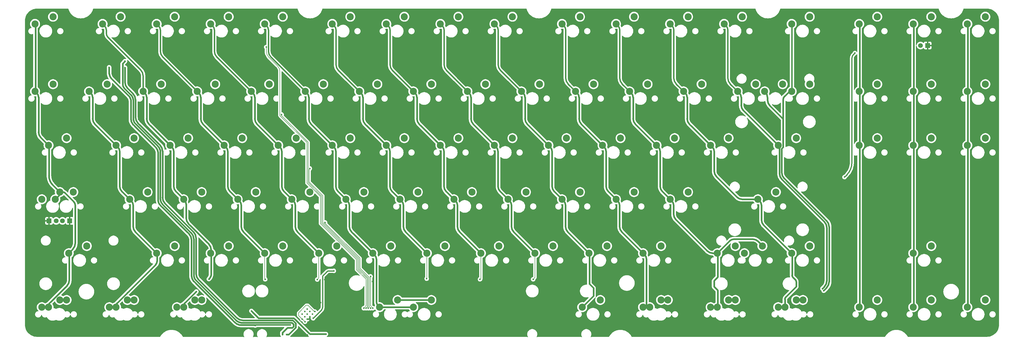
<source format=gbr>
%TF.GenerationSoftware,KiCad,Pcbnew,8.0.1*%
%TF.CreationDate,2025-12-31T00:35:03+09:00*%
%TF.ProjectId,rubrejaneTKL_RP2040_Piano,72756272-656a-4616-9e65-544b4c5f5250,rev?*%
%TF.SameCoordinates,Original*%
%TF.FileFunction,Copper,L1,Top*%
%TF.FilePolarity,Positive*%
%FSLAX46Y46*%
G04 Gerber Fmt 4.6, Leading zero omitted, Abs format (unit mm)*
G04 Created by KiCad (PCBNEW 8.0.1) date 2025-12-31 00:35:03*
%MOMM*%
%LPD*%
G01*
G04 APERTURE LIST*
%TA.AperFunction,ComponentPad*%
%ADD10C,2.500000*%
%TD*%
%TA.AperFunction,ComponentPad*%
%ADD11C,1.690600*%
%TD*%
%TA.AperFunction,ComponentPad*%
%ADD12R,1.690600X1.690600*%
%TD*%
%TA.AperFunction,ComponentPad*%
%ADD13C,0.600000*%
%TD*%
%TA.AperFunction,ViaPad*%
%ADD14C,0.600000*%
%TD*%
%TA.AperFunction,Conductor*%
%ADD15C,0.600000*%
%TD*%
%TA.AperFunction,Conductor*%
%ADD16C,0.500000*%
%TD*%
%TA.AperFunction,Conductor*%
%ADD17C,0.200000*%
%TD*%
%TA.AperFunction,Conductor*%
%ADD18C,0.400000*%
%TD*%
G04 APERTURE END LIST*
D10*
%TO.P,MX22,1,1*%
%TO.N,Col4*%
X120015000Y-59372500D03*
%TO.P,MX22,2,2*%
%TO.N,Net-(D22-A)*%
X126365000Y-56832500D03*
%TD*%
%TO.P,MX83,1,1*%
%TO.N,Col5*%
X165258750Y-135572500D03*
X177165000Y-135572500D03*
%TO.P,MX83,2,2*%
%TO.N,Net-(D83-A)*%
X171608750Y-133032500D03*
X183515000Y-133032500D03*
%TD*%
%TO.P,MX70,1,1*%
%TO.N,Col4*%
X143827500Y-116522500D03*
%TO.P,MX70,2,2*%
%TO.N,Net-(D70-A)*%
X150177500Y-113982500D03*
%TD*%
%TO.P,MX8,1,1*%
%TO.N,Col8*%
X186690000Y-35560000D03*
%TO.P,MX8,2,2*%
%TO.N,Net-(D8-A)*%
X193040000Y-33020000D03*
%TD*%
D11*
%TO.P,D94,1,K*%
%TO.N,Net-(D94-K)*%
X355917500Y-43180000D03*
D12*
%TO.P,D94,2,A*%
%TO.N,GND*%
X358457500Y-43180000D03*
%TD*%
D10*
%TO.P,MX48,1,1*%
%TO.N,Col12*%
X281940000Y-78422500D03*
%TO.P,MX48,2,2*%
%TO.N,Net-(D48-A)*%
X288290000Y-75882500D03*
%TD*%
%TO.P,MX76,1,1*%
%TO.N,Col10*%
X258127500Y-116522500D03*
%TO.P,MX76,2,2*%
%TO.N,Net-(D76-A)*%
X264477500Y-113982500D03*
%TD*%
%TO.P,MX82,1,1*%
%TO.N,Col2*%
X93821250Y-135572500D03*
X96202500Y-135572500D03*
%TO.P,MX82,2,2*%
%TO.N,Net-(D82-A)*%
X100171250Y-133032500D03*
X102552500Y-133032500D03*
%TD*%
%TO.P,MX13,1,1*%
%TO.N,Col13*%
X286702500Y-35560000D03*
%TO.P,MX13,2,2*%
%TO.N,Net-(D13-A)*%
X293052500Y-33020000D03*
%TD*%
%TO.P,MX36,1,1*%
%TO.N,Col0*%
X48577500Y-78422500D03*
%TO.P,MX36,2,2*%
%TO.N,Net-(D36-A)*%
X54927500Y-75882500D03*
%TD*%
%TO.P,MX57,1,1*%
%TO.N,Col4*%
X134302500Y-97472500D03*
%TO.P,MX57,2,2*%
%TO.N,Net-(D57-A)*%
X140652500Y-94932500D03*
%TD*%
%TO.P,MX86,1,1*%
%TO.N,Col11*%
X281940000Y-135572500D03*
X284321250Y-135572500D03*
%TO.P,MX86,2,2*%
%TO.N,Net-(D86-A)*%
X288290000Y-133032500D03*
X290671250Y-133032500D03*
%TD*%
%TO.P,MX74,1,1*%
%TO.N,Col8*%
X220027500Y-116522500D03*
%TO.P,MX74,2,2*%
%TO.N,Net-(D74-A)*%
X226377500Y-113982500D03*
%TD*%
%TO.P,MX75,1,1*%
%TO.N,Col9*%
X239077500Y-116522500D03*
%TO.P,MX75,2,2*%
%TO.N,Net-(D75-A)*%
X245427500Y-113982500D03*
%TD*%
%TO.P,MX1,1,1*%
%TO.N,Col0*%
X43815000Y-35560000D03*
%TO.P,MX1,2,2*%
%TO.N,Net-(D1-A)*%
X50165000Y-33020000D03*
%TD*%
%TO.P,MX64,1,1*%
%TO.N,Col11*%
X267652500Y-97472500D03*
%TO.P,MX64,2,2*%
%TO.N,Net-(D64-A)*%
X274002500Y-94932500D03*
%TD*%
%TO.P,MX45,1,1*%
%TO.N,Col9*%
X224790000Y-78422500D03*
%TO.P,MX45,2,2*%
%TO.N,Net-(D45-A)*%
X231140000Y-75882500D03*
%TD*%
%TO.P,MX63,1,1*%
%TO.N,Col10*%
X248602500Y-97472500D03*
%TO.P,MX63,2,2*%
%TO.N,Net-(D63-A)*%
X254952500Y-94932500D03*
%TD*%
%TO.P,MX19,1,1*%
%TO.N,Col1*%
X62865000Y-59372500D03*
%TO.P,MX19,2,2*%
%TO.N,Net-(D19-A)*%
X69215000Y-56832500D03*
%TD*%
%TO.P,MX84,1,1*%
%TO.N,Col9*%
X236696250Y-135572500D03*
%TO.P,MX84,2,2*%
%TO.N,Net-(D84-A)*%
X243046250Y-133032500D03*
%TD*%
%TO.P,MX65,1,1*%
%TO.N,Col12*%
X298608750Y-97472500D03*
%TO.P,MX65,2,2*%
%TO.N,Net-(D65-A)*%
X304958750Y-94932500D03*
%TD*%
%TO.P,MX53,1,1*%
%TO.N,Col0*%
X50958750Y-97472500D03*
X52546250Y-94932500D03*
%TO.P,MX53,2,2*%
%TO.N,Net-(D53-A)*%
X46196250Y-97472500D03*
X57308750Y-94932500D03*
%TD*%
%TO.P,MX26,1,1*%
%TO.N,Col8*%
X196215000Y-59372500D03*
%TO.P,MX26,2,2*%
%TO.N,Net-(D26-A)*%
X202565000Y-56832500D03*
%TD*%
%TO.P,MX42,1,1*%
%TO.N,Col6*%
X167640000Y-78422500D03*
%TO.P,MX42,2,2*%
%TO.N,Net-(D42-A)*%
X173990000Y-75882500D03*
%TD*%
%TO.P,MX23,1,1*%
%TO.N,Col5*%
X139065000Y-59372500D03*
%TO.P,MX23,2,2*%
%TO.N,Net-(D23-A)*%
X145415000Y-56832500D03*
%TD*%
%TO.P,MX61,1,1*%
%TO.N,Col8*%
X210502500Y-97472500D03*
%TO.P,MX61,2,2*%
%TO.N,Net-(D61-A)*%
X216852500Y-94932500D03*
%TD*%
%TO.P,MX69,1,1*%
%TO.N,Col3*%
X124777500Y-116522500D03*
%TO.P,MX69,2,2*%
%TO.N,Net-(D69-A)*%
X131127500Y-113982500D03*
%TD*%
%TO.P,MX81,1,1*%
%TO.N,Col1*%
X70008750Y-135572500D03*
X72390000Y-135572500D03*
%TO.P,MX81,2,2*%
%TO.N,Net-(D81-A)*%
X76358750Y-133032500D03*
X78740000Y-133032500D03*
%TD*%
%TO.P,MX31,1,1*%
%TO.N,Col13*%
X291465000Y-59372500D03*
%TO.P,MX31,2,2*%
%TO.N,Net-(D31-A)*%
X297815000Y-56832500D03*
%TD*%
%TO.P,MX62,1,1*%
%TO.N,Col9*%
X229552500Y-97472500D03*
%TO.P,MX62,2,2*%
%TO.N,Net-(D62-A)*%
X235902500Y-94932500D03*
%TD*%
%TO.P,MX55,1,1*%
%TO.N,Col2*%
X96202500Y-97472500D03*
%TO.P,MX55,2,2*%
%TO.N,Net-(D55-A)*%
X102552500Y-94932500D03*
%TD*%
%TO.P,MX79,1,1*%
%TO.N,Col16*%
X353377500Y-116522500D03*
%TO.P,MX79,2,2*%
%TO.N,Net-(D79-A)*%
X359727500Y-113982500D03*
%TD*%
%TO.P,MX25,1,1*%
%TO.N,Col7*%
X177165000Y-59372500D03*
%TO.P,MX25,2,2*%
%TO.N,Net-(D25-A)*%
X183515000Y-56832500D03*
%TD*%
%TO.P,MX52,1,1*%
%TO.N,Col17*%
X372427500Y-78422500D03*
%TO.P,MX52,2,2*%
%TO.N,Net-(D52-A)*%
X378777500Y-75882500D03*
%TD*%
%TO.P,MX49,1,1*%
%TO.N,Col13*%
X305752500Y-78422500D03*
%TO.P,MX49,2,2*%
%TO.N,Net-(D49-A)*%
X312102500Y-75882500D03*
%TD*%
%TO.P,MX27,1,1*%
%TO.N,Col9*%
X215265000Y-59372500D03*
%TO.P,MX27,2,2*%
%TO.N,Net-(D27-A)*%
X221615000Y-56832500D03*
%TD*%
%TO.P,MX18,1,1*%
%TO.N,Col0*%
X43815000Y-59372500D03*
%TO.P,MX18,2,2*%
%TO.N,Net-(D18-A)*%
X50165000Y-56832500D03*
%TD*%
%TO.P,MX68,1,1*%
%TO.N,Col2*%
X105727500Y-116522500D03*
%TO.P,MX68,2,2*%
%TO.N,Net-(D68-A)*%
X112077500Y-113982500D03*
%TD*%
%TO.P,MX30,1,1*%
%TO.N,Col12*%
X272415000Y-59372500D03*
%TO.P,MX30,2,2*%
%TO.N,Net-(D30-A)*%
X278765000Y-56832500D03*
%TD*%
%TO.P,MX88,1,1*%
%TO.N,Col15*%
X334327500Y-135572500D03*
%TO.P,MX88,2,2*%
%TO.N,Net-(D88-A)*%
X340677500Y-133032500D03*
%TD*%
%TO.P,MX5,1,1*%
%TO.N,Col5*%
X124777500Y-35560000D03*
%TO.P,MX5,2,2*%
%TO.N,Net-(D5-A)*%
X131127500Y-33020000D03*
%TD*%
%TO.P,MX16,1,1*%
%TO.N,Col16*%
X353377500Y-35560000D03*
%TO.P,MX16,2,2*%
%TO.N,Net-(D16-A)*%
X359727500Y-33020000D03*
%TD*%
%TO.P,MX87,1,1*%
%TO.N,Col12*%
X305752500Y-135572500D03*
X308133750Y-135572500D03*
%TO.P,MX87,2,2*%
%TO.N,Net-(D87-A)*%
X312102500Y-133032500D03*
X314483750Y-133032500D03*
%TD*%
%TO.P,MX56,1,1*%
%TO.N,Col3*%
X115252500Y-97472500D03*
%TO.P,MX56,2,2*%
%TO.N,Net-(D56-A)*%
X121602500Y-94932500D03*
%TD*%
%TO.P,MX85,1,1*%
%TO.N,Col10*%
X258127500Y-135572500D03*
X260508750Y-135572500D03*
%TO.P,MX85,2,2*%
%TO.N,Net-(D85-A)*%
X264477500Y-133032500D03*
X266858750Y-133032500D03*
%TD*%
%TO.P,MX54,1,1*%
%TO.N,Col1*%
X77152500Y-97472500D03*
%TO.P,MX54,2,2*%
%TO.N,Net-(D54-A)*%
X83502500Y-94932500D03*
%TD*%
%TO.P,MX80,1,1*%
%TO.N,Col0*%
X46196250Y-135572500D03*
X48577500Y-135572500D03*
%TO.P,MX80,2,2*%
%TO.N,Net-(D80-A)*%
X52546250Y-133032500D03*
X54927500Y-133032500D03*
%TD*%
%TO.P,MX15,1,1*%
%TO.N,Col15*%
X334327500Y-35560000D03*
%TO.P,MX15,2,2*%
%TO.N,Net-(D15-A)*%
X340677500Y-33020000D03*
%TD*%
%TO.P,MX11,1,1*%
%TO.N,Col11*%
X248602500Y-35560000D03*
%TO.P,MX11,2,2*%
%TO.N,Net-(D11-A)*%
X254952500Y-33020000D03*
%TD*%
%TO.P,MX2,1,1*%
%TO.N,Col2*%
X67627500Y-35560000D03*
%TO.P,MX2,2,2*%
%TO.N,Net-(D2-A)*%
X73977500Y-33020000D03*
%TD*%
%TO.P,MX7,1,1*%
%TO.N,Col7*%
X167640000Y-35560000D03*
%TO.P,MX7,2,2*%
%TO.N,Net-(D7-A)*%
X173990000Y-33020000D03*
%TD*%
%TO.P,MX32,1,1*%
%TO.N,Col14*%
X300990000Y-59372500D03*
X310515000Y-59372500D03*
%TO.P,MX32,2,2*%
%TO.N,Net-(D32-A)*%
X307340000Y-56832500D03*
X316865000Y-56832500D03*
%TD*%
%TO.P,MX78,1,1*%
%TO.N,Col12*%
X310515000Y-116522500D03*
%TO.P,MX78,2,2*%
%TO.N,Net-(D78-A)*%
X316865000Y-113982500D03*
%TD*%
%TO.P,MX58,1,1*%
%TO.N,Col5*%
X153352500Y-97472500D03*
%TO.P,MX58,2,2*%
%TO.N,Net-(D58-A)*%
X159702500Y-94932500D03*
%TD*%
%TO.P,MX21,1,1*%
%TO.N,Col3*%
X100965000Y-59372500D03*
%TO.P,MX21,2,2*%
%TO.N,Net-(D21-A)*%
X107315000Y-56832500D03*
%TD*%
%TO.P,MX17,1,1*%
%TO.N,Col17*%
X372427500Y-35560000D03*
%TO.P,MX17,2,2*%
%TO.N,Net-(D17-A)*%
X378777500Y-33020000D03*
%TD*%
%TO.P,MX59,1,1*%
%TO.N,Col6*%
X172402500Y-97472500D03*
%TO.P,MX59,2,2*%
%TO.N,Net-(D59-A)*%
X178752500Y-94932500D03*
%TD*%
%TO.P,MX90,1,1*%
%TO.N,Col17*%
X372427500Y-135572500D03*
%TO.P,MX90,2,2*%
%TO.N,Net-(D90-A)*%
X378777500Y-133032500D03*
%TD*%
%TO.P,MX47,1,1*%
%TO.N,Col11*%
X262890000Y-78422500D03*
%TO.P,MX47,2,2*%
%TO.N,Net-(D47-A)*%
X269240000Y-75882500D03*
%TD*%
%TO.P,MX35,1,1*%
%TO.N,Col17*%
X372427500Y-59372500D03*
%TO.P,MX35,2,2*%
%TO.N,Net-(D35-A)*%
X378777500Y-56832500D03*
%TD*%
%TO.P,MX41,1,1*%
%TO.N,Col5*%
X148590000Y-78422500D03*
%TO.P,MX41,2,2*%
%TO.N,Net-(D41-A)*%
X154940000Y-75882500D03*
%TD*%
%TO.P,MX60,1,1*%
%TO.N,Col7*%
X191452500Y-97472500D03*
%TO.P,MX60,2,2*%
%TO.N,Net-(D60-A)*%
X197802500Y-94932500D03*
%TD*%
%TO.P,MX20,1,1*%
%TO.N,Col2*%
X81915000Y-59372500D03*
%TO.P,MX20,2,2*%
%TO.N,Net-(D20-A)*%
X88265000Y-56832500D03*
%TD*%
%TO.P,MX29,1,1*%
%TO.N,Col11*%
X253365000Y-59372500D03*
%TO.P,MX29,2,2*%
%TO.N,Net-(D29-A)*%
X259715000Y-56832500D03*
%TD*%
%TO.P,MX77,1,1*%
%TO.N,Col11*%
X284321250Y-116522500D03*
X300196250Y-113982500D03*
%TO.P,MX77,2,2*%
%TO.N,Net-(D77-A)*%
X290671250Y-113982500D03*
X293846250Y-116522500D03*
%TD*%
%TO.P,MX73,1,1*%
%TO.N,Col7*%
X200977500Y-116522500D03*
%TO.P,MX73,2,2*%
%TO.N,Net-(D73-A)*%
X207327500Y-113982500D03*
%TD*%
%TO.P,MX34,1,1*%
%TO.N,Col16*%
X353377500Y-59372500D03*
%TO.P,MX34,2,2*%
%TO.N,Net-(D34-A)*%
X359727500Y-56832500D03*
%TD*%
%TO.P,MX33,1,1*%
%TO.N,Col15*%
X334327500Y-59372500D03*
%TO.P,MX33,2,2*%
%TO.N,Net-(D33-A)*%
X340677500Y-56832500D03*
%TD*%
%TO.P,MX50,1,1*%
%TO.N,Col15*%
X334327500Y-78422500D03*
%TO.P,MX50,2,2*%
%TO.N,Net-(D50-A)*%
X340677500Y-75882500D03*
%TD*%
%TO.P,MX89,1,1*%
%TO.N,Col16*%
X353377500Y-135572500D03*
%TO.P,MX89,2,2*%
%TO.N,Net-(D89-A)*%
X359727500Y-133032500D03*
%TD*%
%TO.P,MX4,1,1*%
%TO.N,Col4*%
X105727500Y-35560000D03*
%TO.P,MX4,2,2*%
%TO.N,Net-(D4-A)*%
X112077500Y-33020000D03*
%TD*%
%TO.P,MX24,1,1*%
%TO.N,Col6*%
X158115000Y-59372500D03*
%TO.P,MX24,2,2*%
%TO.N,Net-(D24-A)*%
X164465000Y-56832500D03*
%TD*%
%TO.P,MX40,1,1*%
%TO.N,Col4*%
X129540000Y-78422500D03*
%TO.P,MX40,2,2*%
%TO.N,Net-(D40-A)*%
X135890000Y-75882500D03*
%TD*%
%TO.P,MX28,1,1*%
%TO.N,Col10*%
X234315000Y-59372500D03*
%TO.P,MX28,2,2*%
%TO.N,Net-(D28-A)*%
X240665000Y-56832500D03*
%TD*%
%TO.P,MX3,1,1*%
%TO.N,Col3*%
X86677500Y-35560000D03*
%TO.P,MX3,2,2*%
%TO.N,Net-(D3-A)*%
X93027500Y-33020000D03*
%TD*%
%TO.P,MX67,1,1*%
%TO.N,Col1*%
X86677500Y-116522500D03*
%TO.P,MX67,2,2*%
%TO.N,Net-(D67-A)*%
X93027500Y-113982500D03*
%TD*%
%TO.P,MX44,1,1*%
%TO.N,Col8*%
X205740000Y-78422500D03*
%TO.P,MX44,2,2*%
%TO.N,Net-(D44-A)*%
X212090000Y-75882500D03*
%TD*%
D11*
%TO.P,D93,1,K*%
%TO.N,Net-(D93-K)*%
X51276250Y-105092500D03*
X53498750Y-105092500D03*
D12*
%TO.P,D93,2,A*%
%TO.N,GND*%
X48736250Y-105092500D03*
X56038750Y-105092500D03*
%TD*%
D10*
%TO.P,MX14,1,1*%
%TO.N,Col14*%
X310515000Y-35560000D03*
%TO.P,MX14,2,2*%
%TO.N,Net-(D14-A)*%
X316865000Y-33020000D03*
%TD*%
%TO.P,MX37,1,1*%
%TO.N,Col1*%
X72390000Y-78422500D03*
%TO.P,MX37,2,2*%
%TO.N,Net-(D37-A)*%
X78740000Y-75882500D03*
%TD*%
%TO.P,MX66,1,1*%
%TO.N,Col0*%
X55721250Y-116522500D03*
%TO.P,MX66,2,2*%
%TO.N,Net-(D66-A)*%
X62071250Y-113982500D03*
%TD*%
%TO.P,MX9,1,1*%
%TO.N,Col9*%
X205740000Y-35560000D03*
%TO.P,MX9,2,2*%
%TO.N,Net-(D9-A)*%
X212090000Y-33020000D03*
%TD*%
%TO.P,MX6,1,1*%
%TO.N,Col6*%
X148590000Y-35560000D03*
%TO.P,MX6,2,2*%
%TO.N,Net-(D6-A)*%
X154940000Y-33020000D03*
%TD*%
%TO.P,MX71,1,1*%
%TO.N,Col5*%
X162877500Y-116522500D03*
%TO.P,MX71,2,2*%
%TO.N,Net-(D71-A)*%
X169227500Y-113982500D03*
%TD*%
%TO.P,MX46,1,1*%
%TO.N,Col10*%
X243840000Y-78422500D03*
%TO.P,MX46,2,2*%
%TO.N,Net-(D46-A)*%
X250190000Y-75882500D03*
%TD*%
%TO.P,MX72,1,1*%
%TO.N,Col6*%
X181927500Y-116522500D03*
%TO.P,MX72,2,2*%
%TO.N,Net-(D72-A)*%
X188277500Y-113982500D03*
%TD*%
%TO.P,MX39,1,1*%
%TO.N,Col3*%
X110490000Y-78422500D03*
%TO.P,MX39,2,2*%
%TO.N,Net-(D39-A)*%
X116840000Y-75882500D03*
%TD*%
%TO.P,MX12,1,1*%
%TO.N,Col12*%
X267652500Y-35560000D03*
%TO.P,MX12,2,2*%
%TO.N,Net-(D12-A)*%
X274002500Y-33020000D03*
%TD*%
%TO.P,MX43,1,1*%
%TO.N,Col7*%
X186690000Y-78422500D03*
%TO.P,MX43,2,2*%
%TO.N,Net-(D43-A)*%
X193040000Y-75882500D03*
%TD*%
%TO.P,MX10,1,1*%
%TO.N,Col10*%
X229552500Y-35560000D03*
%TO.P,MX10,2,2*%
%TO.N,Net-(D10-A)*%
X235902500Y-33020000D03*
%TD*%
%TO.P,MX51,1,1*%
%TO.N,Col16*%
X353377500Y-78422500D03*
%TO.P,MX51,2,2*%
%TO.N,Net-(D51-A)*%
X359727500Y-75882500D03*
%TD*%
%TO.P,MX38,1,1*%
%TO.N,Col2*%
X91440000Y-78422500D03*
%TO.P,MX38,2,2*%
%TO.N,Net-(D38-A)*%
X97790000Y-75882500D03*
%TD*%
D13*
%TO.P,U3,57,GND*%
%TO.N,GND*%
X139791878Y-136221878D03*
X138890317Y-137123439D03*
X137988756Y-138025000D03*
X140693439Y-137123439D03*
X139791878Y-138025000D03*
X138890317Y-138926561D03*
X141595000Y-138025000D03*
X140693439Y-138926561D03*
X139791878Y-139828122D03*
%TD*%
D14*
%TO.N,GND*%
X304695000Y-126475000D03*
X262120000Y-46050000D03*
X109670000Y-46200000D03*
X139845000Y-132450000D03*
X134020000Y-127850000D03*
X130895000Y-135075000D03*
X150970000Y-125850000D03*
X381270000Y-70075000D03*
X80445000Y-64200000D03*
X141895000Y-130150000D03*
X81945000Y-69225000D03*
X80500000Y-53500000D03*
X166945000Y-70000000D03*
X380395000Y-108075000D03*
X330470000Y-107900000D03*
X147770000Y-46250000D03*
X304695000Y-128375000D03*
X124295000Y-136825000D03*
X257395000Y-108150000D03*
X151970000Y-138100000D03*
X319220000Y-46300000D03*
X333020000Y-70000000D03*
X126945000Y-129975000D03*
X80311614Y-69182536D03*
X148070000Y-134750000D03*
X317020000Y-145325000D03*
X252470000Y-89000000D03*
X272820000Y-127550000D03*
X52595000Y-69925000D03*
X188670000Y-133950000D03*
X157170000Y-89100000D03*
X224020000Y-69950000D03*
X265070000Y-127550000D03*
X100170000Y-89100000D03*
X126970000Y-131300000D03*
X130920000Y-136625000D03*
X276470000Y-108075000D03*
X306170000Y-145325000D03*
X216220000Y-128575000D03*
X109795000Y-69975000D03*
X381295000Y-46250000D03*
X342970000Y-46100000D03*
X146570000Y-138100000D03*
X90595000Y-46250000D03*
X342995000Y-70025000D03*
X275070000Y-138050000D03*
X214445000Y-89075000D03*
X136745000Y-132225000D03*
X71695000Y-70025000D03*
X128820000Y-69925000D03*
X238270000Y-108100000D03*
X137070000Y-129875000D03*
X339695000Y-145325000D03*
X144470000Y-133950000D03*
X185995000Y-70050000D03*
X150245000Y-134750000D03*
X142870000Y-108025000D03*
X128670000Y-46150000D03*
X362195000Y-70050000D03*
X214495000Y-46375000D03*
X307345000Y-108125000D03*
X381245000Y-88975000D03*
X134270000Y-126300000D03*
X57245000Y-89100000D03*
X294695000Y-128375000D03*
X198670000Y-143950000D03*
X176470000Y-46125000D03*
X127700000Y-144405000D03*
X152470000Y-134750000D03*
X140745000Y-131375000D03*
X129545000Y-126300000D03*
X52445000Y-46250000D03*
X333070000Y-51800000D03*
X123795000Y-108150000D03*
X127395000Y-136825000D03*
X271545000Y-88900000D03*
X146525000Y-140250000D03*
X137295000Y-144725000D03*
X64495000Y-127150000D03*
X219170000Y-108150000D03*
X300270000Y-70075000D03*
X81095000Y-89100000D03*
X107045000Y-128825000D03*
X300070000Y-46200000D03*
X145895000Y-125850000D03*
X138270000Y-89125000D03*
X221845000Y-128575000D03*
X132420000Y-135075000D03*
X137970000Y-145400000D03*
X91570000Y-97125000D03*
X290620000Y-89075000D03*
X61570000Y-108600000D03*
X90020000Y-84475000D03*
X262020000Y-69925000D03*
X91570000Y-84475000D03*
X112920000Y-128825000D03*
X148420000Y-125850000D03*
X200245000Y-108075000D03*
X188670000Y-143950000D03*
X242995000Y-70075000D03*
X156820000Y-136675000D03*
X328120000Y-145325000D03*
X86920000Y-108225000D03*
X132445000Y-136625000D03*
X77500000Y-55750000D03*
X324845000Y-138025000D03*
X208670000Y-143950000D03*
X228070000Y-137975000D03*
X147695000Y-70000000D03*
X233495000Y-46125000D03*
X281170000Y-46100000D03*
X198670000Y-133950000D03*
X105020000Y-108175000D03*
X112920000Y-126650000D03*
X139820000Y-145375000D03*
X233495000Y-89175000D03*
X319920000Y-70100000D03*
X208670000Y-133950000D03*
X181095000Y-108075000D03*
X176370000Y-89100000D03*
X107045000Y-126650000D03*
X195545000Y-46075000D03*
X361595000Y-145325000D03*
X119570000Y-137875000D03*
X298945000Y-138050000D03*
X95370000Y-127175000D03*
X161945000Y-108100000D03*
X195570000Y-89100000D03*
X256820000Y-127550000D03*
X119195000Y-89025000D03*
X294695000Y-126475000D03*
X130620000Y-127875000D03*
X121400000Y-143885000D03*
X204845000Y-70075000D03*
X306020000Y-65050000D03*
X162745000Y-126525000D03*
X81870000Y-64200000D03*
X281370000Y-127550000D03*
X362170000Y-46150000D03*
X90845000Y-69825000D03*
X281145000Y-69975000D03*
X159545000Y-129450000D03*
X314420000Y-89000000D03*
X71895000Y-108475000D03*
X251270000Y-138000000D03*
X141530000Y-143365000D03*
%TO.N,+3V3*%
X121420000Y-142030000D03*
X69920000Y-50887500D03*
X133806164Y-141857342D03*
%TO.N,+1V1*%
X142454779Y-137141646D03*
X138003392Y-139803448D03*
X138964472Y-140733444D03*
%TO.N,DP*%
X131020000Y-145250000D03*
X75524999Y-48712500D03*
%TO.N,DM*%
X132495000Y-145250000D03*
X75524999Y-50987500D03*
%TO.N,Col4*%
X143295000Y-125825000D03*
%TO.N,Col11*%
X283174350Y-128341240D03*
%TO.N,Col3*%
X124950000Y-125743600D03*
%TO.N,Row4*%
X162895012Y-135950000D03*
X162070000Y-124712500D03*
%TO.N,Row2*%
X140655000Y-86612500D03*
X161295006Y-135950000D03*
%TO.N,Col0*%
X55079353Y-128024522D03*
%TO.N,Col10*%
X259318125Y-129974999D03*
%TO.N,Col9*%
X239232500Y-126143600D03*
%TO.N,Row1*%
X160495003Y-135950000D03*
X130730000Y-67562500D03*
%TO.N,Col7*%
X200657500Y-125737500D03*
%TO.N,Row0*%
X159695000Y-135950000D03*
X125337500Y-43750000D03*
%TO.N,Col8*%
X219390000Y-125743600D03*
%TO.N,Col2*%
X105085603Y-125643272D03*
X100661938Y-130066938D03*
%TO.N,Col14*%
X321795000Y-129750000D03*
%TO.N,Col13*%
X321388629Y-129025000D03*
%TO.N,Col5*%
X164137500Y-126350000D03*
%TO.N,Col1*%
X76455687Y-130460687D03*
%TO.N,Col6*%
X181845000Y-125512500D03*
%TO.N,Row3*%
X146045000Y-105662500D03*
X162095009Y-135950000D03*
%TO.N,Col12*%
X312138150Y-128341240D03*
%TO.N,Row5*%
X146330000Y-145100000D03*
X120095000Y-136925000D03*
%TO.N,Col15*%
X334482500Y-130225000D03*
%TO.N,Col16*%
X353532500Y-130700000D03*
%TO.N,Net-(U3-GPIO24)*%
X329145000Y-89645000D03*
X149145000Y-122775000D03*
X332795000Y-45875000D03*
X141845254Y-139510669D03*
%TD*%
D15*
%TO.N,Net-(D53-A)*%
X46201250Y-97467500D02*
X46206250Y-97462500D01*
X46201251Y-97467501D02*
G75*
G03*
X46201251Y-97477499I4949J-4999D01*
G01*
%TO.N,Net-(D83-A)*%
X183515000Y-133032500D02*
X171608750Y-133032500D01*
%TO.N,+3V3*%
X76858867Y-61004609D02*
X77068806Y-61267862D01*
D16*
X121592658Y-141857342D02*
X133806164Y-141857342D01*
D15*
X99848680Y-126547792D02*
X114279551Y-140978663D01*
X77620000Y-69145099D02*
X77622028Y-69313462D01*
X70145959Y-53969144D02*
X70292054Y-54272513D01*
X99341959Y-125878940D02*
X99521106Y-126164056D01*
X78171119Y-70882674D02*
X78381064Y-71145936D01*
X99009725Y-124929444D02*
X99084651Y-125257728D01*
X87145000Y-81155381D02*
X87145000Y-97520099D01*
X87516970Y-98972560D02*
X87696119Y-99257674D01*
X121247342Y-141857342D02*
X121420000Y-142030000D01*
X87696119Y-99257674D02*
X87906064Y-99520936D01*
X86266321Y-79034061D02*
X86383867Y-79154609D01*
X116232514Y-141855225D02*
X116400871Y-141857342D01*
X70681134Y-54820871D02*
X70798679Y-54941419D01*
X98970000Y-124426471D02*
X98972027Y-124594834D01*
X98972027Y-124594834D02*
X99009725Y-124929444D01*
X78381064Y-71145936D02*
X78498680Y-71266420D01*
X99084651Y-125257728D02*
X99195862Y-125575559D01*
X87370871Y-98669181D02*
X87516970Y-98972560D01*
X69920000Y-50887500D02*
X69920000Y-52820099D01*
X87259658Y-98351352D02*
X87370871Y-98669181D01*
X99195862Y-125575559D02*
X99341959Y-125878940D01*
X114400099Y-141096208D02*
X114663354Y-141306145D01*
X87105187Y-80652426D02*
X87142889Y-80987024D01*
X114948458Y-141485288D02*
X115251827Y-141631384D01*
X77580187Y-62502426D02*
X77617889Y-62837024D01*
X87142889Y-80987024D02*
X87145000Y-81155381D01*
X70292054Y-54272513D02*
X70471196Y-54557617D01*
X87147028Y-97688462D02*
X87184729Y-98023069D01*
X77617889Y-62837024D02*
X77620000Y-63005381D01*
X114279551Y-140978663D02*
X114400099Y-141096208D01*
X86919047Y-80006335D02*
X87030259Y-80324154D01*
X115569645Y-141742595D02*
X115897917Y-141817523D01*
X77622028Y-69313462D02*
X77659729Y-69648069D01*
X77394047Y-61856335D02*
X77505259Y-62174154D01*
X69922124Y-52988456D02*
X69959823Y-53323053D01*
X69959823Y-53323053D02*
X70034749Y-53651325D01*
X77505259Y-62174154D02*
X77580187Y-62502426D01*
X70471196Y-54557617D02*
X70681134Y-54820871D01*
X115251827Y-141631384D02*
X115569645Y-141742595D01*
X87906064Y-99520936D02*
X88023680Y-99641420D01*
X86772951Y-79702966D02*
X86919047Y-80006335D01*
X70034749Y-53651325D02*
X70145959Y-53969144D01*
X87145000Y-97520099D02*
X87147028Y-97688462D01*
X87030259Y-80324154D02*
X87105187Y-80652426D01*
X99521106Y-126164056D02*
X99731050Y-126427321D01*
X77991970Y-70597560D02*
X78171119Y-70882674D01*
X86383867Y-79154609D02*
X86593806Y-79417862D01*
X114663354Y-141306145D02*
X114948458Y-141485288D01*
X77845871Y-70294181D02*
X77991970Y-70597560D01*
X69920000Y-52820099D02*
X69922124Y-52988456D01*
X70798679Y-54941419D02*
X76741321Y-60884061D01*
X76741321Y-60884061D02*
X76858867Y-61004609D01*
X77734658Y-69976352D02*
X77845871Y-70294181D01*
X77620000Y-63005381D02*
X77620000Y-69145099D01*
D16*
X121420000Y-142030000D02*
X121592658Y-141857342D01*
D15*
X115897917Y-141817523D02*
X116232514Y-141855225D01*
X77659729Y-69648069D02*
X77734658Y-69976352D01*
X88023680Y-99641420D02*
X98091321Y-109709061D01*
X78498680Y-71266420D02*
X86266321Y-79034061D01*
X87184729Y-98023069D02*
X87259658Y-98351352D01*
X86593806Y-79417862D02*
X86772951Y-79702966D01*
X77068806Y-61267862D02*
X77247951Y-61552966D01*
X98970000Y-111830381D02*
X98970000Y-124426471D01*
X77247951Y-61552966D02*
X77394047Y-61856335D01*
X99731050Y-126427321D02*
X99848680Y-126547792D01*
X116400871Y-141857342D02*
X121247342Y-141857342D01*
X98091321Y-109709061D02*
G75*
G02*
X98970013Y-111830381I-2121321J-2121339D01*
G01*
D17*
%TO.N,+1V1*%
X142226646Y-137141646D02*
X142454779Y-137141646D01*
X138003392Y-139803448D02*
X138034476Y-139803448D01*
X139370000Y-134945000D02*
X140030000Y-134945000D01*
X138003392Y-139803448D02*
X136730000Y-138530056D01*
X140030000Y-134945000D02*
X142226646Y-137141646D01*
X136730000Y-137585000D02*
X139370000Y-134945000D01*
X138034476Y-139803448D02*
X138964472Y-140733444D01*
X136730000Y-138530056D02*
X136730000Y-137585000D01*
D15*
%TO.N,DP*%
X87945000Y-97188729D02*
X87945000Y-80824011D01*
X78417965Y-62505649D02*
X78380265Y-62171041D01*
X88171187Y-98337677D02*
X88059984Y-98019886D01*
X88496402Y-98926099D02*
X88317272Y-98641020D01*
X100142185Y-125547444D02*
X99996097Y-125244090D01*
X78971402Y-70551099D02*
X78792272Y-70266020D01*
X77868880Y-60936438D02*
X77658937Y-60673176D01*
X100531247Y-126095774D02*
X100321319Y-125832534D01*
X78534984Y-69644886D02*
X78460061Y-69316641D01*
X87066321Y-78702691D02*
X79298679Y-70935049D01*
X78048027Y-61221551D02*
X77868880Y-60936438D01*
X78422361Y-68982072D02*
X78420000Y-68813729D01*
X116732242Y-141057342D02*
X116563897Y-141054985D01*
X78420000Y-62674011D02*
X78417965Y-62505649D01*
X78305338Y-61842759D02*
X78194126Y-61524930D01*
X88059984Y-98019886D02*
X87985061Y-97691641D01*
X87985061Y-97691641D02*
X87947361Y-97357072D01*
X79298679Y-70935049D02*
X79181325Y-70814330D01*
X78380265Y-62171041D02*
X78305338Y-61842759D01*
X134930000Y-142403630D02*
X134930000Y-141616369D01*
X75219639Y-49020760D02*
X75310786Y-48926713D01*
X116229324Y-141017292D02*
X115901074Y-140942377D01*
X87719126Y-79674930D02*
X87573027Y-79371551D01*
X87942965Y-80655649D02*
X87905265Y-80321041D01*
X78646187Y-69962677D02*
X78534984Y-69644886D01*
X116563897Y-141054985D02*
X116229324Y-141017292D01*
X134930000Y-141616369D02*
X134370973Y-141057342D01*
X99996097Y-125244090D02*
X99884893Y-124926286D01*
X115583276Y-140831181D02*
X115279927Y-140685102D01*
X100321319Y-125832534D02*
X100142185Y-125547444D01*
X78420000Y-68813729D02*
X78420000Y-62674011D01*
X77658937Y-60673176D02*
X77541321Y-60552691D01*
X87947361Y-97357072D02*
X87945000Y-97188729D01*
X87830338Y-79992759D02*
X87719126Y-79674930D01*
X99884893Y-124926286D02*
X99809970Y-124598030D01*
X87945000Y-80824011D02*
X87942965Y-80655649D01*
X131020000Y-144575000D02*
X132770000Y-142825000D01*
X88823679Y-99310049D02*
X88706325Y-99189330D01*
X115279927Y-140685102D02*
X114994840Y-140505977D01*
X87393880Y-79086438D02*
X87183937Y-78823176D01*
X75060204Y-49228544D02*
X75219639Y-49020760D01*
X115901074Y-140942377D02*
X115583276Y-140831181D01*
X99772272Y-124263450D02*
X99772272Y-111501283D01*
X74724999Y-49563749D02*
X75060204Y-49228544D01*
X134370973Y-141057342D02*
X116732242Y-141057342D01*
X87573027Y-79371551D02*
X87393880Y-79086438D01*
X78460061Y-69316641D02*
X78422361Y-68982072D01*
X98893592Y-109379962D02*
X88823679Y-99310049D01*
X79181325Y-70814330D02*
X78971402Y-70551099D01*
X78792272Y-70266020D02*
X78646187Y-69962677D01*
X134508630Y-142825000D02*
X134930000Y-142403630D01*
X75310786Y-48926713D02*
X75524999Y-48712500D01*
X77541321Y-60552691D02*
X75310785Y-58322155D01*
X74724999Y-56907942D02*
X74724999Y-49563749D01*
X87905265Y-80321041D02*
X87830338Y-79992759D01*
X99809970Y-124598030D02*
X99772272Y-124263450D01*
X131020000Y-145250000D02*
X131020000Y-144575000D01*
X88706325Y-99189330D02*
X88496402Y-98926099D01*
X100648680Y-126216422D02*
X100531247Y-126095774D01*
X78194126Y-61524930D02*
X78048027Y-61221551D01*
X114994840Y-140505977D02*
X114731601Y-140296059D01*
X114731601Y-140296059D02*
X114610922Y-140178663D01*
X114610922Y-140178663D02*
X100648680Y-126216422D01*
X88317272Y-98641020D02*
X88171187Y-98337677D01*
X132770000Y-142825000D02*
X134508630Y-142825000D01*
X87183937Y-78823176D02*
X87066321Y-78702691D01*
X99772272Y-111501283D02*
G75*
G03*
X98893578Y-109379976I-2999972J-17D01*
G01*
X75310785Y-58322155D02*
G75*
G02*
X74724970Y-56907942I1414215J1414255D01*
G01*
%TO.N,DM*%
X76403679Y-58283679D02*
X78341321Y-60221321D01*
X135730000Y-142735000D02*
X133215000Y-145250000D01*
X89623680Y-98978680D02*
X99693446Y-109048446D01*
X135730000Y-141284999D02*
X135730000Y-142735000D01*
X80098680Y-70603680D02*
X87866321Y-78371321D01*
X101450805Y-125887177D02*
X114942292Y-139378663D01*
X79220000Y-62342641D02*
X79220000Y-68482359D01*
X134702343Y-140257342D02*
X135730000Y-141284999D01*
X117063612Y-140257342D02*
X134702343Y-140257342D01*
X133215000Y-145250000D02*
X132495000Y-145250000D01*
X88745000Y-80492641D02*
X88745000Y-96857359D01*
X100572125Y-111169766D02*
X100572125Y-123765856D01*
X75524999Y-50987500D02*
X75524999Y-56162358D01*
X88745000Y-96857359D02*
G75*
G03*
X89623660Y-98978700I3000000J-41D01*
G01*
X100572125Y-123765856D02*
G75*
G03*
X101450788Y-125887194I2999975J-44D01*
G01*
X79220000Y-68482359D02*
G75*
G03*
X80098660Y-70603700I3000000J-41D01*
G01*
X87866321Y-78371321D02*
G75*
G02*
X88744971Y-80492641I-2121321J-2121279D01*
G01*
X99693445Y-109048447D02*
G75*
G02*
X100572141Y-111169766I-2121345J-2121353D01*
G01*
X114942292Y-139378663D02*
G75*
G03*
X117063612Y-140257321I2121308J2121363D01*
G01*
X78341321Y-60221321D02*
G75*
G02*
X79219971Y-62342641I-2121321J-2121279D01*
G01*
X75524999Y-56162358D02*
G75*
G03*
X76403658Y-58283700I3000001J-42D01*
G01*
%TO.N,Col4*%
X135562500Y-107130518D02*
X135562500Y-99623454D01*
X120092500Y-59450000D02*
X120645000Y-60002500D01*
D17*
X143295000Y-125825000D02*
X143827500Y-125292500D01*
D15*
X121275000Y-69030518D02*
X121275000Y-61523454D01*
D16*
X107037500Y-37698427D02*
X107037500Y-45152359D01*
D15*
X131586895Y-94756895D02*
X133672500Y-96842500D01*
X128915000Y-77797500D02*
X130164999Y-79047499D01*
D16*
X105727500Y-35560000D02*
X106451714Y-36284214D01*
D17*
X143827500Y-125292500D02*
X143827500Y-116522500D01*
D15*
X128915000Y-77797500D02*
X122071896Y-70954396D01*
D16*
X107916180Y-47273680D02*
X120015000Y-59372500D01*
D15*
X130789999Y-80556381D02*
X130789999Y-92833017D01*
X136359396Y-109054396D02*
X143827500Y-116522500D01*
X133672500Y-96842500D02*
X134932500Y-98102500D01*
D16*
X107037500Y-37698427D02*
G75*
G03*
X106451728Y-36284200I-2000000J27D01*
G01*
X107037500Y-45152359D02*
G75*
G03*
X107916160Y-47273700I3000000J-41D01*
G01*
D15*
X120092500Y-59295000D02*
G75*
G03*
X120092500Y-59450000I77500J-77500D01*
G01*
X135562500Y-107130518D02*
G75*
G03*
X136359400Y-109054392I2720800J18D01*
G01*
X130789999Y-92833017D02*
G75*
G03*
X131586898Y-94756892I2720801J17D01*
G01*
X120170000Y-59107898D02*
G75*
G02*
X120092500Y-59295000I-264600J-2D01*
G01*
X134932499Y-98102501D02*
G75*
G02*
X135562518Y-99623454I-1520999J-1520999D01*
G01*
X120644999Y-60002501D02*
G75*
G02*
X121275018Y-61523454I-1520999J-1520999D01*
G01*
X130164998Y-79047500D02*
G75*
G02*
X130790006Y-80556381I-1508898J-1508900D01*
G01*
X121275000Y-69030518D02*
G75*
G03*
X122071900Y-70954392I2720800J18D01*
G01*
%TO.N,Col11*%
X255421896Y-70954396D02*
X262265000Y-77797500D01*
X290205046Y-111575000D02*
X296823746Y-111575000D01*
X268912500Y-99623454D02*
X268912500Y-102765518D01*
X262265000Y-77797500D02*
X263514999Y-79047499D01*
X284398750Y-135495000D02*
X284321250Y-135572500D01*
X283174350Y-126233782D02*
X284476250Y-124931882D01*
X298695169Y-112350169D02*
X300196250Y-113851250D01*
X300196250Y-113851250D02*
X300196250Y-113982500D01*
X284476250Y-129643140D02*
X284476250Y-135307898D01*
X284476250Y-124931882D02*
X284476250Y-116787101D01*
D16*
X250791180Y-56798680D02*
X253365000Y-59372500D01*
D15*
X267022500Y-96842500D02*
X264936895Y-94756895D01*
X284398750Y-116600000D02*
X284323750Y-116525000D01*
X280745603Y-115725603D02*
X269709396Y-104689396D01*
X267022500Y-96842500D02*
X268282500Y-98102500D01*
X283174350Y-128341240D02*
X283174350Y-126233782D01*
X253995000Y-60002500D02*
X253442500Y-59450000D01*
X284326250Y-116517500D02*
X284323750Y-116520000D01*
X254625000Y-69030518D02*
X254625000Y-61523454D01*
X283174350Y-128341240D02*
X284476250Y-129643140D01*
X282669481Y-116522500D02*
X284317714Y-116522500D01*
X264139999Y-80556381D02*
X264139999Y-92833017D01*
X284321250Y-116522500D02*
X288606689Y-112237061D01*
D16*
X249912500Y-37698427D02*
X249912500Y-54677359D01*
X248602500Y-35560000D02*
X249326714Y-36284214D01*
X249326713Y-36284215D02*
G75*
G02*
X249912480Y-37698427I-1414213J-1414185D01*
G01*
D15*
X284476250Y-135307898D02*
G75*
G02*
X284398761Y-135495011I-264650J-2D01*
G01*
X284476250Y-116787101D02*
G75*
G03*
X284398761Y-116599989I-264650J1D01*
G01*
X298695168Y-112350170D02*
G75*
G03*
X296823746Y-111574971I-1871468J-1871430D01*
G01*
X288606690Y-112237062D02*
G75*
G02*
X290205046Y-111575028I1598310J-1598338D01*
G01*
X268912500Y-102765518D02*
G75*
G03*
X269709400Y-104689392I2720800J18D01*
G01*
X253994999Y-60002501D02*
G75*
G02*
X254625018Y-61523454I-1520999J-1520999D01*
G01*
X268282499Y-98102501D02*
G75*
G02*
X268912518Y-99623454I-1520999J-1520999D01*
G01*
X284317714Y-116522500D02*
G75*
G03*
X284323735Y-116519985I-14J8500D01*
G01*
X284323749Y-116525001D02*
G75*
G03*
X284317714Y-116522480I-6049J-5999D01*
G01*
X263514998Y-79047500D02*
G75*
G02*
X264140006Y-80556381I-1508898J-1508900D01*
G01*
X284338321Y-116512500D02*
G75*
G03*
X284326234Y-116517483I-21J-17100D01*
G01*
X253442500Y-59295000D02*
G75*
G03*
X253442500Y-59450000I77500J-77500D01*
G01*
D16*
X250791180Y-56798680D02*
G75*
G02*
X249912529Y-54677359I2121320J2121280D01*
G01*
D15*
X280745603Y-115725603D02*
G75*
G03*
X282669481Y-116522505I1923897J1923903D01*
G01*
X284323750Y-116520000D02*
G75*
G03*
X284323750Y-116525000I2450J-2500D01*
G01*
X254625000Y-69030518D02*
G75*
G03*
X255421900Y-70954392I2720800J18D01*
G01*
X264139999Y-92833017D02*
G75*
G03*
X264936898Y-94756892I2720801J17D01*
G01*
X253520000Y-59107898D02*
G75*
G02*
X253442500Y-59295000I-264600J-2D01*
G01*
D17*
%TO.N,Col3*%
X124950000Y-125743600D02*
X124777500Y-125571100D01*
D15*
X101595000Y-60002500D02*
X101042500Y-59450000D01*
D17*
X124777500Y-125571100D02*
X124777500Y-116522500D01*
D15*
X112546896Y-94766896D02*
X114622500Y-96842500D01*
D16*
X88866180Y-47273680D02*
X100965000Y-59372500D01*
D15*
X111120000Y-79052500D02*
X110490000Y-78422500D01*
X110490000Y-78422500D02*
X103021896Y-70954396D01*
D16*
X86677500Y-35560000D02*
X87401714Y-36284214D01*
D15*
X111750000Y-80573454D02*
X111750000Y-92843018D01*
X116512500Y-107130518D02*
X116512500Y-99623454D01*
X102225000Y-61523454D02*
X102225000Y-69030518D01*
X117309396Y-109054396D02*
X124777500Y-116522500D01*
D16*
X87987500Y-37698427D02*
X87987500Y-45152359D01*
D15*
X114622500Y-96842500D02*
X115882500Y-98102500D01*
D16*
X87987500Y-37698427D02*
G75*
G03*
X87401728Y-36284200I-2000000J27D01*
G01*
D15*
X102225000Y-69030518D02*
G75*
G03*
X103021900Y-70954392I2720800J18D01*
G01*
X101594999Y-60002501D02*
G75*
G02*
X102225018Y-61523454I-1520999J-1520999D01*
G01*
X101042500Y-59295000D02*
G75*
G03*
X101042500Y-59450000I77500J-77500D01*
G01*
X111750000Y-92843018D02*
G75*
G03*
X112546900Y-94766892I2720800J18D01*
G01*
X116512500Y-107130518D02*
G75*
G03*
X117309400Y-109054392I2720800J18D01*
G01*
X111119999Y-79052501D02*
G75*
G02*
X111750018Y-80573454I-1520999J-1520999D01*
G01*
X101120000Y-59107898D02*
G75*
G02*
X101042500Y-59295000I-264600J-2D01*
G01*
D16*
X88866180Y-47273680D02*
G75*
G02*
X87987529Y-45152359I2121320J2121280D01*
G01*
D15*
X115882499Y-98102501D02*
G75*
G02*
X116512518Y-99623454I-1520999J-1520999D01*
G01*
D17*
%TO.N,Row4*%
X162095006Y-135101468D02*
X162095006Y-124737506D01*
X162895012Y-135901474D02*
X162095006Y-135101468D01*
X162095006Y-124737506D02*
X162070000Y-124712500D01*
X162895012Y-135950000D02*
X162895012Y-135901474D01*
%TO.N,Row2*%
X161295006Y-135950000D02*
X161295006Y-125368634D01*
X157945000Y-118426596D02*
X145217500Y-105699096D01*
X145217500Y-105699096D02*
X145217500Y-96174096D01*
X140455000Y-91411596D02*
X140455000Y-86812500D01*
X145217500Y-96174096D02*
X140455000Y-91411596D01*
X161295006Y-125368634D02*
X157945000Y-122018628D01*
X140455000Y-86812500D02*
X140655000Y-86612500D01*
X157945000Y-122018628D02*
X157945000Y-118426596D01*
D15*
%TO.N,Col0*%
X57448171Y-98328171D02*
X54345393Y-95225393D01*
X55721250Y-116522500D02*
X57113596Y-115130154D01*
X48732500Y-89221699D02*
X48732500Y-78687101D01*
X52546250Y-95885000D02*
X50958750Y-97472500D01*
X55876250Y-116677500D02*
X55721250Y-116522500D01*
X55643750Y-116445000D02*
X55798750Y-116600000D01*
X44439999Y-59997499D02*
X43892500Y-59450000D01*
X55876250Y-126100644D02*
X55876250Y-116677500D01*
X57992275Y-113008834D02*
X57992275Y-99501611D01*
X53638286Y-94932500D02*
X52546250Y-94932500D01*
X43892500Y-35637500D02*
X43815000Y-35560000D01*
X52546250Y-94932500D02*
X50073918Y-92460168D01*
X48577500Y-135049438D02*
X48577500Y-135572500D01*
X52546250Y-94932500D02*
X52546250Y-95885000D01*
X48655000Y-78500000D02*
X45861895Y-75706895D01*
X48947360Y-134156515D02*
X55079353Y-128024522D01*
X43970000Y-59107898D02*
X43970000Y-35824601D01*
X45064999Y-73783017D02*
X45064999Y-61506381D01*
X55798749Y-116600001D02*
G75*
G02*
X55876234Y-116787101I-187149J-187099D01*
G01*
X57113596Y-115130154D02*
G75*
G03*
X57992306Y-113008834I-2121296J2121354D01*
G01*
X55079352Y-128024521D02*
G75*
G03*
X55876287Y-126100644I-1923852J1923921D01*
G01*
X43970000Y-35824601D02*
G75*
G03*
X43892500Y-35637500I-264600J1D01*
G01*
X48732500Y-89221699D02*
G75*
G03*
X50073915Y-92460171I4579900J-1D01*
G01*
X54345393Y-95225393D02*
G75*
G03*
X53638286Y-94932510I-707093J-707107D01*
G01*
X43892500Y-59450000D02*
G75*
G02*
X43892500Y-59295000I77500J77500D01*
G01*
X48732500Y-78687101D02*
G75*
G03*
X48655000Y-78500000I-264600J1D01*
G01*
X48947361Y-134156516D02*
G75*
G03*
X48577532Y-135049438I892939J-892884D01*
G01*
X45064999Y-61506381D02*
G75*
G03*
X44439993Y-59997505I-2133899J-19D01*
G01*
X45861895Y-75706895D02*
G75*
G02*
X45064995Y-73783017I1923905J1923895D01*
G01*
X43892500Y-59295000D02*
G75*
G03*
X43969999Y-59107898I-187100J187100D01*
G01*
X57992275Y-99501611D02*
G75*
G03*
X57448157Y-98328185I-1885175J-161289D01*
G01*
%TO.N,Col10*%
X245089999Y-80556381D02*
X245089999Y-92833017D01*
X243215000Y-77797500D02*
X236371896Y-70954396D01*
X245886895Y-94756895D02*
X248602500Y-97472500D01*
D16*
X230862500Y-37698427D02*
X230862500Y-54677359D01*
X231741180Y-56798680D02*
X234315000Y-59372500D01*
X229552500Y-35560000D02*
X230276714Y-36284214D01*
D15*
X257532187Y-115927187D02*
X250659396Y-109054396D01*
X259318125Y-129974999D02*
X259318125Y-118555024D01*
X235575000Y-69030518D02*
X235575000Y-61523454D01*
X259318125Y-129974999D02*
X259318125Y-135572500D01*
X234945000Y-60002500D02*
X234315000Y-59372500D01*
X258722812Y-117117812D02*
X257532187Y-115927187D01*
X249862500Y-107130518D02*
X249862500Y-99623454D01*
X243215000Y-77797500D02*
X244464999Y-79047499D01*
X249232500Y-98102500D02*
X248602500Y-97472500D01*
X234944999Y-60002501D02*
G75*
G02*
X235575018Y-61523454I-1520999J-1520999D01*
G01*
X235575000Y-69030518D02*
G75*
G03*
X236371900Y-70954392I2720800J18D01*
G01*
X245089999Y-92833017D02*
G75*
G03*
X245886898Y-94756892I2720801J17D01*
G01*
X259318125Y-118555024D02*
G75*
G03*
X258722824Y-117117800I-2032525J24D01*
G01*
X249862500Y-99623454D02*
G75*
G03*
X249232487Y-98102513I-2151000J-46D01*
G01*
X244464998Y-79047500D02*
G75*
G02*
X245090006Y-80556381I-1508898J-1508900D01*
G01*
D16*
X230862500Y-37698427D02*
G75*
G03*
X230276728Y-36284200I-2000000J27D01*
G01*
D15*
X250659396Y-109054396D02*
G75*
G02*
X249862495Y-107130518I1923904J1923896D01*
G01*
D16*
X231741180Y-56798680D02*
G75*
G02*
X230862529Y-54677359I2121320J2121280D01*
G01*
D15*
%TO.N,Col9*%
X230182500Y-98102500D02*
X229552500Y-97472500D01*
X226846896Y-94766896D02*
X229552500Y-97472500D01*
X239232500Y-126143600D02*
X239232500Y-116787101D01*
X215895000Y-60002500D02*
X215265000Y-59372500D01*
X239000000Y-116445000D02*
X231609396Y-109054396D01*
D16*
X207050000Y-37698427D02*
X207050000Y-49914859D01*
X207928680Y-52036180D02*
X215265000Y-59372500D01*
D15*
X224790000Y-78422500D02*
X217321896Y-70954396D01*
X216525000Y-61523454D02*
X216525000Y-69030518D01*
X230812500Y-107130518D02*
X230812500Y-99623454D01*
X240668900Y-131599849D02*
X236696250Y-135572500D01*
X240668900Y-128833782D02*
X240668900Y-131599849D01*
D16*
X205740000Y-35560000D02*
X206464214Y-36284214D01*
D15*
X239232500Y-127397382D02*
X240668900Y-128833782D01*
X226050000Y-80573454D02*
X226050000Y-92843018D01*
X239155000Y-116600000D02*
X239000000Y-116445000D01*
X225420000Y-79052500D02*
X224790000Y-78422500D01*
X239232500Y-126143600D02*
X239232500Y-127397382D01*
X239232500Y-116787101D02*
G75*
G03*
X239155000Y-116600000I-264600J1D01*
G01*
X230812500Y-99623454D02*
G75*
G03*
X230182487Y-98102513I-2151000J-46D01*
G01*
D16*
X207050000Y-49914859D02*
G75*
G03*
X207928660Y-52036200I3000000J-41D01*
G01*
D15*
X215894999Y-60002501D02*
G75*
G02*
X216525018Y-61523454I-1520999J-1520999D01*
G01*
X226050000Y-92843018D02*
G75*
G03*
X226846900Y-94766892I2720800J18D01*
G01*
X216525000Y-69030518D02*
G75*
G03*
X217321900Y-70954392I2720800J18D01*
G01*
X225419999Y-79052501D02*
G75*
G02*
X226050018Y-80573454I-1520999J-1520999D01*
G01*
D16*
X207050000Y-37698427D02*
G75*
G03*
X206464228Y-36284200I-2000000J27D01*
G01*
D15*
X231609396Y-109054396D02*
G75*
G02*
X230812495Y-107130518I1923904J1923896D01*
G01*
D17*
%TO.N,Row1*%
X157545000Y-122184314D02*
X157545000Y-118592282D01*
X160495003Y-135950000D02*
X160495003Y-135901474D01*
X130730000Y-67964782D02*
X130730000Y-67562500D01*
X160495003Y-135901474D02*
X160895006Y-135501471D01*
X140055000Y-77289782D02*
X130730000Y-67964782D01*
X140055000Y-91577282D02*
X140055000Y-77289782D01*
X144817500Y-96339782D02*
X140055000Y-91577282D01*
X160895006Y-135501471D02*
X160895006Y-125534320D01*
X160895006Y-125534320D02*
X157545000Y-122184314D01*
X157545000Y-118592282D02*
X144817500Y-105864782D01*
X144817500Y-105864782D02*
X144817500Y-96339782D01*
D15*
%TO.N,Col7*%
X186060000Y-77792500D02*
X179221896Y-70954396D01*
X187950000Y-80573454D02*
X187950000Y-92843018D01*
D16*
X167640000Y-35560000D02*
X168364214Y-36284214D01*
D17*
X200977500Y-125417500D02*
X200977500Y-116522500D01*
D15*
X193509396Y-109054396D02*
X200977500Y-116522500D01*
X192082500Y-98102500D02*
X191452500Y-97472500D01*
D17*
X200657500Y-125737500D02*
X200977500Y-125417500D01*
D15*
X192712500Y-99623454D02*
X192712500Y-107130518D01*
X178425000Y-69030518D02*
X178425000Y-61523454D01*
X186060000Y-77792500D02*
X187320000Y-79052500D01*
X188746896Y-94766896D02*
X191452500Y-97472500D01*
D16*
X168950000Y-37698427D02*
X168950000Y-49914859D01*
X169828680Y-52036180D02*
X177165000Y-59372500D01*
D15*
X192082499Y-98102501D02*
G75*
G02*
X192712518Y-99623454I-1520999J-1520999D01*
G01*
X192712500Y-107130518D02*
G75*
G03*
X193509400Y-109054392I2720800J18D01*
G01*
X187950000Y-92843018D02*
G75*
G03*
X188746900Y-94766892I2720800J18D01*
G01*
D16*
X168950000Y-37698427D02*
G75*
G03*
X168364228Y-36284200I-2000000J27D01*
G01*
D15*
X187319999Y-79052501D02*
G75*
G02*
X187950018Y-80573454I-1520999J-1520999D01*
G01*
X178425000Y-69030518D02*
G75*
G03*
X179221900Y-70954392I2720800J18D01*
G01*
X177794999Y-60002501D02*
G75*
G02*
X178425018Y-61523454I-1520999J-1520999D01*
G01*
D16*
X169828680Y-52036180D02*
G75*
G02*
X168950029Y-49914859I2121320J2121280D01*
G01*
D17*
%TO.N,Row0*%
X157145000Y-118757968D02*
X144417500Y-106030468D01*
X144417500Y-106030468D02*
X144417500Y-106000000D01*
X130130000Y-67930468D02*
X139655000Y-77455468D01*
X125337500Y-43750000D02*
X125337500Y-45180177D01*
X160495006Y-135101468D02*
X160495006Y-125700006D01*
X159695000Y-135901474D02*
X160495006Y-135101468D01*
X126216180Y-47301498D02*
X129251321Y-50336639D01*
X139655000Y-91742968D02*
X144417500Y-96505468D01*
X144417500Y-96505468D02*
X144417500Y-106030468D01*
X157145000Y-122350000D02*
X157145000Y-118757968D01*
X130130000Y-52457959D02*
X130130000Y-67930468D01*
X139655000Y-77455468D02*
X139655000Y-91742968D01*
X159695000Y-135950000D02*
X159695000Y-135901474D01*
X160495006Y-125700006D02*
X157145000Y-122350000D01*
X125337500Y-45180177D02*
G75*
G03*
X126216169Y-47301509I3000000J-23D01*
G01*
X129251321Y-50336639D02*
G75*
G02*
X130130029Y-52457959I-2121321J-2121361D01*
G01*
D15*
%TO.N,Col8*%
X205115000Y-77797500D02*
X206364999Y-79047499D01*
X212559396Y-109054396D02*
X220027500Y-116522500D01*
D17*
X220027500Y-125106100D02*
X220027500Y-116522500D01*
D15*
X211762500Y-107130518D02*
X211762500Y-99623454D01*
D16*
X186690000Y-35560000D02*
X187414214Y-36284214D01*
D15*
X206989999Y-80556381D02*
X206989999Y-92833017D01*
X209872500Y-96842500D02*
X211132500Y-98102500D01*
X197475000Y-61523454D02*
X197475000Y-69030518D01*
X209872500Y-96842500D02*
X207786895Y-94756895D01*
D16*
X188000000Y-37698427D02*
X188000000Y-49914859D01*
D15*
X198271896Y-70954396D02*
X205115000Y-77797500D01*
D16*
X196215000Y-59372500D02*
X196845000Y-60002500D01*
X188878680Y-52036180D02*
X196215000Y-59372500D01*
D17*
X219390000Y-125743600D02*
X220027500Y-125106100D01*
D15*
X211132499Y-98102501D02*
G75*
G02*
X211762518Y-99623454I-1520999J-1520999D01*
G01*
X206364998Y-79047500D02*
G75*
G02*
X206990006Y-80556381I-1508898J-1508900D01*
G01*
X197475000Y-69030518D02*
G75*
G03*
X198271900Y-70954392I2720800J18D01*
G01*
X196844999Y-60002501D02*
G75*
G02*
X197475018Y-61523454I-1520999J-1520999D01*
G01*
X206989999Y-92833017D02*
G75*
G03*
X207786898Y-94756892I2720801J17D01*
G01*
X211762500Y-107130518D02*
G75*
G03*
X212559400Y-109054392I2720800J18D01*
G01*
D16*
X188878680Y-52036180D02*
G75*
G02*
X188000029Y-49914859I2121320J2121280D01*
G01*
X187414213Y-36284215D02*
G75*
G02*
X187999980Y-37698427I-1414213J-1414185D01*
G01*
%TO.N,Col2*%
X81915000Y-53907641D02*
X81915000Y-59372500D01*
X69523287Y-40273287D02*
X81036321Y-51786321D01*
D15*
X81992500Y-59450000D02*
X82539999Y-59997499D01*
X105545099Y-125036639D02*
X105382630Y-125295211D01*
X96572360Y-134156515D02*
X100661938Y-130066938D01*
X83164999Y-61506381D02*
X83164999Y-69020517D01*
X96202500Y-135049438D02*
X96202500Y-135572500D01*
X105880596Y-123872083D02*
X105846406Y-124175540D01*
X105382630Y-125295211D02*
X105192232Y-125533966D01*
X105778454Y-124473262D02*
X105677596Y-124761503D01*
X97948680Y-106172310D02*
X105001917Y-113225547D01*
X90810000Y-77792500D02*
X92070000Y-79052500D01*
X90810000Y-77792500D02*
X83961895Y-70944395D01*
X92700000Y-80573454D02*
X92700000Y-92843018D01*
X96202500Y-97472500D02*
X96484229Y-97754235D01*
X105677596Y-124761503D02*
X105545099Y-125036639D01*
D16*
X68937500Y-37698427D02*
X68937500Y-38859073D01*
D15*
X105880596Y-115346867D02*
X105880596Y-123872083D01*
X97070000Y-99168433D02*
X97070000Y-104050989D01*
X96202500Y-97472500D02*
X93496896Y-94766896D01*
X105192232Y-125533966D02*
X105085603Y-125643272D01*
D16*
X67627500Y-35560000D02*
X68351714Y-36284214D01*
D15*
X105846406Y-124175540D02*
X105778454Y-124473262D01*
X83164999Y-69020517D02*
G75*
G03*
X83961898Y-70944392I2720801J17D01*
G01*
X92700000Y-92843018D02*
G75*
G03*
X93496900Y-94766892I2720800J18D01*
G01*
X67705000Y-35637500D02*
G75*
G02*
X67782499Y-35824601I-187100J-187100D01*
G01*
X105880596Y-115346867D02*
G75*
G03*
X105001900Y-113225564I-2999996J-33D01*
G01*
D16*
X68937500Y-38859073D02*
G75*
G03*
X69523273Y-40273301I2000000J-27D01*
G01*
X81036321Y-51786321D02*
G75*
G02*
X81914971Y-53907641I-2121321J-2121279D01*
G01*
D15*
X92069999Y-79052501D02*
G75*
G02*
X92700018Y-80573454I-1520999J-1520999D01*
G01*
X96572361Y-134156516D02*
G75*
G03*
X96202532Y-135049438I892939J-892884D01*
G01*
X82070000Y-59107898D02*
G75*
G02*
X81992500Y-59295000I-264600J-2D01*
G01*
X82539998Y-59997500D02*
G75*
G02*
X83165006Y-61506381I-1508898J-1508900D01*
G01*
D16*
X68937500Y-37698427D02*
G75*
G03*
X68351728Y-36284200I-2000000J27D01*
G01*
D15*
X96484229Y-97754235D02*
G75*
G02*
X97069976Y-99168433I-1414229J-1414165D01*
G01*
X97948680Y-106172310D02*
G75*
G02*
X97070008Y-104050989I2121320J2121310D01*
G01*
X81992500Y-59295000D02*
G75*
G03*
X81992500Y-59450000I77500J-77500D01*
G01*
%TO.N,Col14*%
X307500000Y-69130000D02*
X307500000Y-70000000D01*
X302873680Y-64503680D02*
X307500000Y-69130000D01*
X321795000Y-129750000D02*
X322816321Y-128728679D01*
X307502500Y-78113937D02*
X307500000Y-78111437D01*
X307502500Y-79147374D02*
X307502500Y-78113937D01*
X308016174Y-61128826D02*
X309772500Y-59372500D01*
D16*
X310515000Y-35560000D02*
X310595000Y-35640000D01*
D15*
X301995000Y-61620141D02*
X301995000Y-62382359D01*
X323695000Y-126607359D02*
X323695000Y-107192641D01*
X307500000Y-70000000D02*
X307500000Y-62374981D01*
X307012500Y-88024859D02*
X307012500Y-79637374D01*
X309772500Y-59372500D02*
X310515000Y-59372500D01*
X300990000Y-59372500D02*
X301116321Y-59498821D01*
X307500000Y-78111437D02*
X307500000Y-70000000D01*
X307012500Y-79637374D02*
X307502500Y-79147374D01*
X322816320Y-105071320D02*
X307891179Y-90146179D01*
D16*
X310595000Y-35640000D02*
X310595000Y-59292500D01*
X310595000Y-59292500D02*
X310515000Y-59372500D01*
D15*
X323695000Y-107192641D02*
G75*
G03*
X322816340Y-105071300I-3000000J41D01*
G01*
X301995000Y-62382359D02*
G75*
G03*
X302873660Y-64503700I3000000J-41D01*
G01*
X308016174Y-61128826D02*
G75*
G03*
X307499978Y-62374981I1246126J-1246174D01*
G01*
X307891179Y-90146179D02*
G75*
G02*
X307012529Y-88024859I2121321J2121279D01*
G01*
X301116321Y-59498821D02*
G75*
G02*
X301994971Y-61620141I-2121321J-2121279D01*
G01*
X322816321Y-128728679D02*
G75*
G03*
X323694971Y-126607359I-2121321J2121279D01*
G01*
%TO.N,Col13*%
X305752500Y-78422500D02*
X293521896Y-66191896D01*
X322895000Y-126275989D02*
X322895000Y-107524011D01*
D16*
X286702500Y-35560000D02*
X287426714Y-36284214D01*
D15*
X306212500Y-88356229D02*
X306212500Y-78882500D01*
X292095000Y-60002500D02*
X291542500Y-59450000D01*
X306212500Y-78882500D02*
X305752500Y-78422500D01*
X321388629Y-129025000D02*
X322016320Y-128397310D01*
D16*
X288012500Y-37698427D02*
X288012500Y-54677359D01*
D15*
X322016320Y-105402690D02*
X307091179Y-90477549D01*
D16*
X288891180Y-56798680D02*
X291465000Y-59372500D01*
D15*
X292725000Y-64268018D02*
X292725000Y-61523454D01*
D16*
X288891180Y-56798680D02*
G75*
G02*
X288012529Y-54677359I2121320J2121280D01*
G01*
D15*
X291542500Y-59295000D02*
G75*
G03*
X291619999Y-59107898I-187100J187100D01*
G01*
X291542500Y-59450000D02*
G75*
G02*
X291542500Y-59295000I77500J77500D01*
G01*
X322016320Y-105402690D02*
G75*
G02*
X322894992Y-107524011I-2121320J-2121310D01*
G01*
X307091180Y-90477548D02*
G75*
G02*
X306212480Y-88356229I2121320J2121348D01*
G01*
X322895000Y-126275989D02*
G75*
G02*
X322016325Y-128397315I-3000000J-11D01*
G01*
X292725000Y-61523454D02*
G75*
G03*
X292094987Y-60002513I-2151000J-46D01*
G01*
D16*
X287426713Y-36284215D02*
G75*
G02*
X288012480Y-37698427I-1414213J-1414185D01*
G01*
D15*
X293521896Y-66191896D02*
G75*
G02*
X292724995Y-64268018I1923904J1923896D01*
G01*
%TO.N,Col5*%
X150636895Y-94756895D02*
X153352500Y-97472500D01*
X165256250Y-135570000D02*
X164698125Y-135011875D01*
X149839999Y-92833017D02*
X149839999Y-80556381D01*
X162247500Y-115892500D02*
X155409396Y-109054396D01*
X153982500Y-98102500D02*
X153352500Y-97472500D01*
X147965000Y-77797500D02*
X141121896Y-70954396D01*
X164137500Y-133658406D02*
X164137500Y-126350000D01*
X139142500Y-59450000D02*
X139695000Y-60002500D01*
D16*
X126087500Y-37698427D02*
X126087500Y-45152359D01*
D15*
X177160000Y-135567500D02*
X177165000Y-135572500D01*
D16*
X126966180Y-47273680D02*
X139065000Y-59372500D01*
X124777500Y-35560000D02*
X125501714Y-36284214D01*
D15*
X165275821Y-135562500D02*
X177147928Y-135562500D01*
X140325000Y-69030518D02*
X140325000Y-61523454D01*
X154612500Y-99623454D02*
X154612500Y-107130518D01*
X147965000Y-77797500D02*
X149214999Y-79047499D01*
X165263750Y-135567500D02*
X165261250Y-135570000D01*
X164137500Y-126350000D02*
X164137500Y-118673454D01*
X162247500Y-115892500D02*
X163507500Y-117152500D01*
X164137500Y-133658406D02*
G75*
G03*
X164698127Y-135011873I1914100J6D01*
G01*
X139694999Y-60002501D02*
G75*
G02*
X140325018Y-61523454I-1520999J-1520999D01*
G01*
X149214998Y-79047500D02*
G75*
G02*
X149840006Y-80556381I-1508898J-1508900D01*
G01*
X139220000Y-59107898D02*
G75*
G02*
X139142500Y-59295000I-264600J-2D01*
G01*
X153982499Y-98102501D02*
G75*
G02*
X154612518Y-99623454I-1520999J-1520999D01*
G01*
X140325000Y-69030518D02*
G75*
G03*
X141121900Y-70954392I2720800J18D01*
G01*
X154612500Y-107130518D02*
G75*
G03*
X155409400Y-109054392I2720800J18D01*
G01*
D16*
X126087500Y-45152359D02*
G75*
G03*
X126966160Y-47273700I3000000J-41D01*
G01*
D15*
X149839999Y-92833017D02*
G75*
G03*
X150636898Y-94756892I2720801J17D01*
G01*
X163507499Y-117152501D02*
G75*
G02*
X164137518Y-118673454I-1520999J-1520999D01*
G01*
X139142500Y-59295000D02*
G75*
G03*
X139142500Y-59450000I77500J-77500D01*
G01*
X165275821Y-135562500D02*
G75*
G03*
X165263734Y-135567483I-21J-17100D01*
G01*
X177159999Y-135567501D02*
G75*
G03*
X177147928Y-135562489I-12099J-12099D01*
G01*
X165256251Y-135569999D02*
G75*
G03*
X165261249Y-135569999I2499J2501D01*
G01*
D16*
X125501713Y-36284215D02*
G75*
G02*
X126087480Y-37698427I-1414213J-1414185D01*
G01*
D15*
%TO.N,Col1*%
X78412500Y-107130518D02*
X78412500Y-99623454D01*
X72390000Y-135049438D02*
X72390000Y-135572500D01*
X64125000Y-61523454D02*
X64125000Y-69030518D01*
X76522500Y-96842500D02*
X77782500Y-98102500D01*
X63495000Y-60002500D02*
X62865000Y-59372500D01*
X79209396Y-109054396D02*
X86600000Y-116445000D01*
X72390000Y-78422500D02*
X64921896Y-70954396D01*
X73020000Y-79052500D02*
X72390000Y-78422500D01*
X86832500Y-116787101D02*
X86832500Y-119364959D01*
X86324150Y-120592225D02*
X76455687Y-130460687D01*
X86600000Y-116445000D02*
X86755000Y-116600000D01*
X73650000Y-80573454D02*
X73650000Y-92843018D01*
X76455687Y-130460687D02*
X72759860Y-134156515D01*
X76522500Y-96842500D02*
X74446896Y-94766896D01*
X86832500Y-119364959D02*
G75*
G02*
X86324167Y-120592242I-1735600J-41D01*
G01*
X77782499Y-98102501D02*
G75*
G02*
X78412518Y-99623454I-1520999J-1520999D01*
G01*
X64125000Y-69030518D02*
G75*
G03*
X64921900Y-70954392I2720800J18D01*
G01*
X78412500Y-107130518D02*
G75*
G03*
X79209400Y-109054392I2720800J18D01*
G01*
X73019999Y-79052501D02*
G75*
G02*
X73650018Y-80573454I-1520999J-1520999D01*
G01*
X63494999Y-60002501D02*
G75*
G02*
X64125018Y-61523454I-1520999J-1520999D01*
G01*
X72759861Y-134156516D02*
G75*
G03*
X72390032Y-135049438I892939J-892884D01*
G01*
X73650000Y-92843018D02*
G75*
G03*
X74446900Y-94766892I2720800J18D01*
G01*
X86755000Y-116600000D02*
G75*
G02*
X86832499Y-116787101I-187100J-187100D01*
G01*
D17*
%TO.N,Col6*%
X181927500Y-125430000D02*
X181927500Y-116522500D01*
D15*
X173662500Y-107130518D02*
X173662500Y-99623454D01*
X167010000Y-77792500D02*
X160171896Y-70954396D01*
X174459396Y-109054396D02*
X181927500Y-116522500D01*
D17*
X181845000Y-125512500D02*
X181927500Y-125430000D01*
D15*
X159375000Y-69030518D02*
X159375000Y-61523454D01*
D16*
X149900000Y-37698427D02*
X149900000Y-49914859D01*
D15*
X171772500Y-96842500D02*
X173032500Y-98102500D01*
D16*
X150778680Y-52036180D02*
X158115000Y-59372500D01*
D15*
X171772500Y-96842500D02*
X169696896Y-94766896D01*
X167010000Y-77792500D02*
X168270000Y-79052500D01*
X168900000Y-80573454D02*
X168900000Y-92843018D01*
D16*
X148590000Y-35560000D02*
X149314214Y-36284214D01*
D15*
X173032499Y-98102501D02*
G75*
G02*
X173662518Y-99623454I-1520999J-1520999D01*
G01*
X173662500Y-107130518D02*
G75*
G03*
X174459400Y-109054392I2720800J18D01*
G01*
X159375000Y-69030518D02*
G75*
G03*
X160171900Y-70954392I2720800J18D01*
G01*
X158744999Y-60002501D02*
G75*
G02*
X159375018Y-61523454I-1520999J-1520999D01*
G01*
X168900000Y-92843018D02*
G75*
G03*
X169696900Y-94766892I2720800J18D01*
G01*
X168269999Y-79052501D02*
G75*
G02*
X168900018Y-80573454I-1520999J-1520999D01*
G01*
D16*
X149314213Y-36284215D02*
G75*
G02*
X149899980Y-37698427I-1414213J-1414185D01*
G01*
X149900000Y-49914859D02*
G75*
G03*
X150778660Y-52036200I3000000J-41D01*
G01*
D17*
%TO.N,Row3*%
X146045000Y-105662500D02*
X146045000Y-105960910D01*
X161695006Y-135499994D02*
X162095009Y-135899997D01*
X161695006Y-125202949D02*
X161695006Y-135499994D01*
X158345000Y-118260910D02*
X158345000Y-121852942D01*
X158345000Y-121852942D02*
X161695006Y-125202949D01*
X146045000Y-105960910D02*
X158345000Y-118260910D01*
X162095009Y-135899997D02*
X162095009Y-135950000D01*
D15*
%TO.N,Col12*%
X292971691Y-97472500D02*
X297717795Y-97472500D01*
D16*
X269841180Y-56798680D02*
X272415000Y-59372500D01*
D15*
X308133750Y-132759832D02*
X308133750Y-135572500D01*
X274461895Y-70944395D02*
X282570000Y-79052500D01*
X299868750Y-99623454D02*
X299868750Y-104749268D01*
X283200000Y-80573454D02*
X283200000Y-87479999D01*
X300665646Y-106673146D02*
X310437500Y-116445000D01*
X310670000Y-124351418D02*
X310670000Y-116677500D01*
X311845257Y-125940889D02*
X310962893Y-125058525D01*
X272492500Y-59450000D02*
X273039999Y-59997499D01*
X312138150Y-128341240D02*
X312138150Y-126647996D01*
D16*
X267652500Y-35560000D02*
X268376714Y-36284214D01*
D15*
X284048408Y-89528237D02*
X291300399Y-96780228D01*
X310670000Y-116677500D02*
X310515000Y-116522500D01*
X273664999Y-61506381D02*
X273664999Y-69020517D01*
X312138150Y-128341240D02*
X312138128Y-128341240D01*
X312138128Y-128341240D02*
X308426643Y-132052725D01*
D16*
X268962500Y-37698427D02*
X268962500Y-54677359D01*
D15*
X308426643Y-132052725D02*
G75*
G03*
X308133758Y-132759832I707057J-707075D01*
G01*
X273039998Y-59997500D02*
G75*
G02*
X273665006Y-61506381I-1508898J-1508900D01*
G01*
D16*
X268962500Y-54677359D02*
G75*
G03*
X269841160Y-56798700I3000000J-41D01*
G01*
X268376713Y-36284215D02*
G75*
G02*
X268962480Y-37698427I-1414213J-1414185D01*
G01*
D15*
X297717795Y-97472500D02*
G75*
G02*
X299238741Y-98102509I5J-2150900D01*
G01*
X272492500Y-59295000D02*
G75*
G03*
X272492500Y-59450000I77500J-77500D01*
G01*
X291300399Y-96780228D02*
G75*
G03*
X292971691Y-97472495I1671301J1671328D01*
G01*
X272570000Y-59107898D02*
G75*
G02*
X272492500Y-59295000I-264600J-2D01*
G01*
X299868750Y-104749268D02*
G75*
G03*
X300665635Y-106673157I2720750J-32D01*
G01*
X299238750Y-98102500D02*
G75*
G02*
X299868783Y-99623454I-1520950J-1521000D01*
G01*
X312138150Y-126647996D02*
G75*
G03*
X311845244Y-125940902I-999950J-4D01*
G01*
X284048409Y-89528236D02*
G75*
G02*
X283199988Y-87479999I2048191J2048236D01*
G01*
X310962893Y-125058525D02*
G75*
G02*
X310669987Y-124351418I707107J707125D01*
G01*
X273664999Y-69020517D02*
G75*
G03*
X274461898Y-70944392I2720801J17D01*
G01*
X282569999Y-79052501D02*
G75*
G02*
X283200018Y-80573454I-1520999J-1520999D01*
G01*
%TO.N,Row5*%
X135033713Y-139457342D02*
X122602342Y-139457342D01*
X122602342Y-139457342D02*
X120370000Y-137225000D01*
X140676371Y-145100000D02*
X135033713Y-139457342D01*
X120370000Y-137200000D02*
X120095000Y-136925000D01*
X120370000Y-137225000D02*
X120370000Y-137200000D01*
X146330000Y-145100000D02*
X140676371Y-145100000D01*
%TO.N,Col15*%
X334327500Y-78422500D02*
X334482500Y-78577500D01*
X334482500Y-78267500D02*
X334327500Y-78422500D01*
X334482500Y-35715000D02*
X334482500Y-78267500D01*
X334327500Y-35560000D02*
X334482500Y-35715000D01*
X334405000Y-135495000D02*
X334327500Y-135572500D01*
X334482500Y-78577500D02*
X334482500Y-135417500D01*
X334482500Y-132493900D02*
X334482500Y-135307898D01*
X334482500Y-135417500D02*
X334327500Y-135572500D01*
X334482500Y-135307898D02*
G75*
G02*
X334405000Y-135495000I-264600J-2D01*
G01*
%TO.N,Col16*%
X353532500Y-35715000D02*
X353532500Y-78267500D01*
X353532500Y-78267500D02*
X353377500Y-78422500D01*
X353532500Y-130700000D02*
X353532500Y-135307898D01*
X353377500Y-78422500D02*
X353532500Y-78577500D01*
X353532500Y-116677500D02*
X353377500Y-116522500D01*
X353532500Y-78577500D02*
X353532500Y-116367500D01*
X353532500Y-130700000D02*
X353532500Y-116677500D01*
X353377500Y-35560000D02*
X353532500Y-35715000D01*
X353455000Y-135495000D02*
X353377500Y-135572500D01*
X353532500Y-116367500D02*
X353377500Y-116522500D01*
X353532500Y-135307898D02*
G75*
G02*
X353455000Y-135495000I-264600J-2D01*
G01*
%TO.N,Col17*%
X372582500Y-135307898D02*
X372582867Y-135342782D01*
X372582867Y-135342782D02*
X372564810Y-135410172D01*
X372505000Y-135495000D02*
X372427500Y-135572500D01*
X372427500Y-35560000D02*
X372582500Y-35715000D01*
X372529927Y-135470593D02*
X372505000Y-135495000D01*
X372582500Y-35715000D02*
X372582500Y-135307898D01*
X372564810Y-135410172D02*
X372529927Y-135470593D01*
D18*
%TO.N,Net-(U3-GPIO24)*%
X145480393Y-124264607D02*
X146677107Y-123067893D01*
X145187500Y-135546574D02*
X145187500Y-124971714D01*
X147384214Y-122775000D02*
X149145000Y-122775000D01*
X141845254Y-139510669D02*
X144747786Y-136608137D01*
X332318286Y-46351714D02*
X332795000Y-45875000D01*
X331732500Y-84560553D02*
X331732500Y-47765927D01*
X329145000Y-89645000D02*
X329966893Y-88823107D01*
X329966893Y-88823107D02*
G75*
G03*
X331732456Y-84560553I-4262593J4262507D01*
G01*
X145480393Y-124264607D02*
G75*
G03*
X145187510Y-124971714I707107J-707093D01*
G01*
X146677107Y-123067893D02*
G75*
G02*
X147384214Y-122775010I707093J-707107D01*
G01*
X145187500Y-135546574D02*
G75*
G02*
X144747804Y-136608155I-1501300J-26D01*
G01*
X331732500Y-47765927D02*
G75*
G02*
X332318272Y-46351700I2000000J27D01*
G01*
%TD*%
%TA.AperFunction,Conductor*%
%TO.N,GND*%
G36*
X352732000Y-113125000D02*
G01*
X337470000Y-113125000D01*
X337470000Y-88125000D01*
X352732000Y-88125000D01*
X352732000Y-113125000D01*
G37*
%TD.AperFunction*%
%TA.AperFunction,Conductor*%
G36*
X371782000Y-113125000D02*
G01*
X361253725Y-113125000D01*
X361177886Y-112993643D01*
X361014305Y-112788519D01*
X361014304Y-112788518D01*
X361014301Y-112788514D01*
X360821979Y-112610067D01*
X360605204Y-112462272D01*
X360605200Y-112462270D01*
X360605197Y-112462268D01*
X360605196Y-112462267D01*
X360368825Y-112348438D01*
X360368827Y-112348438D01*
X360118123Y-112271106D01*
X360118119Y-112271105D01*
X360118115Y-112271104D01*
X359993323Y-112252294D01*
X359858687Y-112232000D01*
X359858682Y-112232000D01*
X359596318Y-112232000D01*
X359596312Y-112232000D01*
X359434747Y-112256353D01*
X359336885Y-112271104D01*
X359336882Y-112271105D01*
X359336876Y-112271106D01*
X359086173Y-112348438D01*
X358849803Y-112462267D01*
X358849802Y-112462268D01*
X358633020Y-112610067D01*
X358440698Y-112788514D01*
X358277114Y-112993643D01*
X358201275Y-113125000D01*
X354333000Y-113125000D01*
X354333000Y-88125000D01*
X371782000Y-88125000D01*
X371782000Y-113125000D01*
G37*
%TD.AperFunction*%
%TA.AperFunction,Conductor*%
G36*
X377470000Y-113125000D02*
G01*
X373383000Y-113125000D01*
X373383000Y-88125000D01*
X377470000Y-88125000D01*
X377470000Y-113125000D01*
G37*
%TD.AperFunction*%
%TD*%
%TA.AperFunction,Conductor*%
%TO.N,GND*%
G36*
X130935729Y-52305044D02*
G01*
X130942209Y-52311077D01*
X137358000Y-58726867D01*
X137391485Y-58788190D01*
X137388807Y-58851108D01*
X137387577Y-58855093D01*
X137329197Y-59110874D01*
X137329196Y-59110879D01*
X137309592Y-59372495D01*
X137309592Y-59372504D01*
X137329196Y-59634120D01*
X137329197Y-59634125D01*
X137387576Y-59889902D01*
X137387578Y-59889911D01*
X137387580Y-59889916D01*
X137483432Y-60134143D01*
X137614614Y-60361357D01*
X137689604Y-60455391D01*
X137778198Y-60566485D01*
X137811195Y-60597101D01*
X137846950Y-60657130D01*
X137844575Y-60726959D01*
X137804824Y-60784419D01*
X137740319Y-60811267D01*
X137726854Y-60812000D01*
X137708389Y-60812000D01*
X137668728Y-60818281D01*
X137537302Y-60839097D01*
X137537299Y-60839098D01*
X137381847Y-60889608D01*
X137372552Y-60892628D01*
X137218211Y-60971268D01*
X137139445Y-61028496D01*
X137078072Y-61073086D01*
X137078070Y-61073088D01*
X137078069Y-61073088D01*
X136955588Y-61195569D01*
X136955588Y-61195570D01*
X136955586Y-61195572D01*
X136938206Y-61219494D01*
X136853768Y-61335711D01*
X136775128Y-61490052D01*
X136721597Y-61654802D01*
X136694500Y-61825889D01*
X136694500Y-61999110D01*
X136721524Y-62169737D01*
X136721598Y-62170201D01*
X136775127Y-62334945D01*
X136853768Y-62489288D01*
X136955586Y-62629428D01*
X137078072Y-62751914D01*
X137218212Y-62853732D01*
X137372555Y-62932373D01*
X137537299Y-62985902D01*
X137708389Y-63013000D01*
X137708390Y-63013000D01*
X137881610Y-63013000D01*
X137881611Y-63013000D01*
X138052701Y-62985902D01*
X138217445Y-62932373D01*
X138371788Y-62853732D01*
X138511928Y-62751914D01*
X138634414Y-62629428D01*
X138736232Y-62489288D01*
X138814873Y-62334945D01*
X138868402Y-62170201D01*
X138895500Y-61999111D01*
X138895500Y-61825889D01*
X138868402Y-61654799D01*
X138814873Y-61490055D01*
X138736232Y-61335712D01*
X138712499Y-61303047D01*
X138689020Y-61237241D01*
X138704845Y-61169187D01*
X138754951Y-61120493D01*
X138823429Y-61106617D01*
X138831278Y-61107544D01*
X138933818Y-61123000D01*
X139196176Y-61123000D01*
X139196182Y-61123000D01*
X139343428Y-61100805D01*
X139412651Y-61110278D01*
X139465765Y-61155672D01*
X139483525Y-61199227D01*
X139511375Y-61339229D01*
X139513492Y-61355309D01*
X139524234Y-61519137D01*
X139524500Y-61527250D01*
X139524500Y-68979155D01*
X139524495Y-68979172D01*
X139524495Y-69203507D01*
X139558409Y-69547823D01*
X139558411Y-69547835D01*
X139588421Y-69698700D01*
X139625908Y-69887153D01*
X139652060Y-69973363D01*
X139726342Y-70218237D01*
X139840461Y-70493742D01*
X139856237Y-70531829D01*
X139858742Y-70537875D01*
X139858744Y-70537880D01*
X140021827Y-70842986D01*
X140021838Y-70843004D01*
X140214043Y-71130659D01*
X140214053Y-71130673D01*
X140424488Y-71387089D01*
X140433535Y-71398112D01*
X140496995Y-71461572D01*
X140497022Y-71461601D01*
X146869309Y-77833887D01*
X146902794Y-77895210D01*
X146902519Y-77949160D01*
X146854197Y-78160874D01*
X146854196Y-78160879D01*
X146834592Y-78422495D01*
X146834592Y-78422504D01*
X146854196Y-78684120D01*
X146854197Y-78684125D01*
X146912576Y-78939902D01*
X146912578Y-78939911D01*
X146912580Y-78939916D01*
X147008432Y-79184143D01*
X147139614Y-79411357D01*
X147214604Y-79505391D01*
X147303198Y-79616485D01*
X147336195Y-79647101D01*
X147371950Y-79707130D01*
X147369575Y-79776959D01*
X147329824Y-79834419D01*
X147265319Y-79861267D01*
X147251854Y-79862000D01*
X147233389Y-79862000D01*
X147193728Y-79868281D01*
X147062302Y-79889097D01*
X146897552Y-79942628D01*
X146743211Y-80021268D01*
X146673204Y-80072132D01*
X146603072Y-80123086D01*
X146603070Y-80123088D01*
X146603069Y-80123088D01*
X146480588Y-80245569D01*
X146480588Y-80245570D01*
X146480586Y-80245572D01*
X146450312Y-80287241D01*
X146378768Y-80385711D01*
X146300128Y-80540052D01*
X146246597Y-80704802D01*
X146219500Y-80875889D01*
X146219500Y-81049110D01*
X146237131Y-81160433D01*
X146246598Y-81220201D01*
X146300127Y-81384945D01*
X146378768Y-81539288D01*
X146480586Y-81679428D01*
X146603072Y-81801914D01*
X146743212Y-81903732D01*
X146897555Y-81982373D01*
X147062299Y-82035902D01*
X147233389Y-82063000D01*
X147233390Y-82063000D01*
X147406610Y-82063000D01*
X147406611Y-82063000D01*
X147577701Y-82035902D01*
X147742445Y-81982373D01*
X147896788Y-81903732D01*
X148036928Y-81801914D01*
X148159414Y-81679428D01*
X148261232Y-81539288D01*
X148339873Y-81384945D01*
X148393402Y-81220201D01*
X148420500Y-81049111D01*
X148420500Y-80875889D01*
X148393402Y-80704799D01*
X148339873Y-80540055D01*
X148261232Y-80385712D01*
X148237499Y-80353047D01*
X148214020Y-80287241D01*
X148229845Y-80219187D01*
X148279951Y-80170493D01*
X148348429Y-80156617D01*
X148356278Y-80157544D01*
X148458818Y-80173000D01*
X148721176Y-80173000D01*
X148721182Y-80173000D01*
X148861721Y-80151816D01*
X148930944Y-80161289D01*
X148984058Y-80206683D01*
X149001818Y-80250239D01*
X149026511Y-80374376D01*
X149028628Y-80390456D01*
X149039233Y-80552222D01*
X149039499Y-80560334D01*
X149039499Y-92781655D01*
X149039495Y-92781668D01*
X149039495Y-93006006D01*
X149073409Y-93350322D01*
X149073411Y-93350334D01*
X149140906Y-93689645D01*
X149140906Y-93689648D01*
X149241341Y-94020736D01*
X149373742Y-94340374D01*
X149373744Y-94340379D01*
X149536826Y-94645484D01*
X149536837Y-94645502D01*
X149728605Y-94932504D01*
X149729048Y-94933166D01*
X149948533Y-95200611D01*
X150015104Y-95267182D01*
X151631809Y-96883887D01*
X151665294Y-96945210D01*
X151665019Y-96999160D01*
X151616697Y-97210874D01*
X151616696Y-97210879D01*
X151597092Y-97472495D01*
X151597092Y-97472504D01*
X151616696Y-97734120D01*
X151616697Y-97734125D01*
X151616698Y-97734128D01*
X151616698Y-97734130D01*
X151625414Y-97772318D01*
X151675076Y-97989902D01*
X151675078Y-97989911D01*
X151675080Y-97989916D01*
X151770932Y-98234143D01*
X151902114Y-98461357D01*
X151986152Y-98566737D01*
X152065698Y-98666485D01*
X152098695Y-98697101D01*
X152134450Y-98757130D01*
X152132075Y-98826959D01*
X152092324Y-98884419D01*
X152027819Y-98911267D01*
X152014354Y-98912000D01*
X151995889Y-98912000D01*
X151956228Y-98918281D01*
X151824802Y-98939097D01*
X151660052Y-98992628D01*
X151505711Y-99071268D01*
X151425756Y-99129359D01*
X151365572Y-99173086D01*
X151365570Y-99173088D01*
X151365569Y-99173088D01*
X151243088Y-99295569D01*
X151243088Y-99295570D01*
X151243086Y-99295572D01*
X151228120Y-99316171D01*
X151141268Y-99435711D01*
X151062628Y-99590052D01*
X151009097Y-99754802D01*
X150982000Y-99925889D01*
X150982000Y-100099110D01*
X151009097Y-100270197D01*
X151009097Y-100270199D01*
X151009098Y-100270201D01*
X151062627Y-100434945D01*
X151141268Y-100589288D01*
X151243086Y-100729428D01*
X151365572Y-100851914D01*
X151505712Y-100953732D01*
X151660055Y-101032373D01*
X151824799Y-101085902D01*
X151995889Y-101113000D01*
X151995890Y-101113000D01*
X152169110Y-101113000D01*
X152169111Y-101113000D01*
X152340201Y-101085902D01*
X152504945Y-101032373D01*
X152659288Y-100953732D01*
X152799428Y-100851914D01*
X152921914Y-100729428D01*
X153023732Y-100589288D01*
X153102373Y-100434945D01*
X153155902Y-100270201D01*
X153183000Y-100099111D01*
X153183000Y-99925889D01*
X153155902Y-99754799D01*
X153102373Y-99590055D01*
X153023732Y-99435712D01*
X152999999Y-99403047D01*
X152976520Y-99337241D01*
X152992345Y-99269187D01*
X153042451Y-99220493D01*
X153110929Y-99206617D01*
X153118778Y-99207544D01*
X153221318Y-99223000D01*
X153483676Y-99223000D01*
X153483682Y-99223000D01*
X153630928Y-99200805D01*
X153700151Y-99210278D01*
X153753265Y-99255672D01*
X153771025Y-99299227D01*
X153798875Y-99439229D01*
X153800992Y-99455309D01*
X153811734Y-99619137D01*
X153812000Y-99627250D01*
X153812000Y-107079155D01*
X153811995Y-107079172D01*
X153811995Y-107303507D01*
X153845909Y-107647823D01*
X153845911Y-107647835D01*
X153913407Y-107987147D01*
X153913407Y-107987149D01*
X154013842Y-108318237D01*
X154146242Y-108637875D01*
X154146244Y-108637880D01*
X154309327Y-108942986D01*
X154309338Y-108943004D01*
X154501543Y-109230659D01*
X154501553Y-109230673D01*
X154711988Y-109487089D01*
X154721035Y-109498112D01*
X154784495Y-109561572D01*
X154784522Y-109561601D01*
X161156809Y-115933887D01*
X161190294Y-115995210D01*
X161190019Y-116049160D01*
X161141697Y-116260874D01*
X161141696Y-116260879D01*
X161122092Y-116522495D01*
X161122092Y-116522504D01*
X161141696Y-116784120D01*
X161141697Y-116784125D01*
X161200076Y-117039902D01*
X161200078Y-117039911D01*
X161200080Y-117039916D01*
X161295932Y-117284143D01*
X161427114Y-117511357D01*
X161512172Y-117618016D01*
X161590698Y-117716485D01*
X161623695Y-117747101D01*
X161659450Y-117807130D01*
X161657075Y-117876959D01*
X161617324Y-117934419D01*
X161552819Y-117961267D01*
X161539354Y-117962000D01*
X161520889Y-117962000D01*
X161481228Y-117968281D01*
X161349802Y-117989097D01*
X161185052Y-118042628D01*
X161030711Y-118121268D01*
X160964801Y-118169155D01*
X160890572Y-118223086D01*
X160890570Y-118223088D01*
X160890569Y-118223088D01*
X160768088Y-118345569D01*
X160768088Y-118345570D01*
X160768086Y-118345572D01*
X160750706Y-118369494D01*
X160666268Y-118485711D01*
X160587628Y-118640052D01*
X160534097Y-118804802D01*
X160516646Y-118914986D01*
X160507000Y-118975889D01*
X160507000Y-119149111D01*
X160534098Y-119320201D01*
X160587627Y-119484945D01*
X160666268Y-119639288D01*
X160768086Y-119779428D01*
X160890572Y-119901914D01*
X161030712Y-120003732D01*
X161185055Y-120082373D01*
X161349799Y-120135902D01*
X161520889Y-120163000D01*
X161520890Y-120163000D01*
X161694110Y-120163000D01*
X161694111Y-120163000D01*
X161865201Y-120135902D01*
X162029945Y-120082373D01*
X162184288Y-120003732D01*
X162324428Y-119901914D01*
X162446914Y-119779428D01*
X162548732Y-119639288D01*
X162627373Y-119484945D01*
X162680902Y-119320201D01*
X162708000Y-119149111D01*
X162708000Y-118975889D01*
X162680902Y-118804799D01*
X162627373Y-118640055D01*
X162548732Y-118485712D01*
X162524999Y-118453047D01*
X162501520Y-118387241D01*
X162517345Y-118319187D01*
X162567451Y-118270493D01*
X162635929Y-118256617D01*
X162643778Y-118257544D01*
X162746318Y-118273000D01*
X163008676Y-118273000D01*
X163008682Y-118273000D01*
X163155928Y-118250805D01*
X163225151Y-118260278D01*
X163278265Y-118305672D01*
X163296025Y-118349227D01*
X163323875Y-118489229D01*
X163325992Y-118505309D01*
X163336734Y-118669137D01*
X163337000Y-118677250D01*
X163337000Y-126298085D01*
X163336220Y-126311969D01*
X163331935Y-126349998D01*
X163331935Y-126350001D01*
X163336220Y-126388029D01*
X163337000Y-126401914D01*
X163337000Y-133607044D01*
X163336998Y-133607050D01*
X163336998Y-133810860D01*
X163336999Y-133810862D01*
X163371135Y-134113823D01*
X163371137Y-134113835D01*
X163438983Y-134411087D01*
X163438987Y-134411099D01*
X163539682Y-134698867D01*
X163539691Y-134698889D01*
X163616183Y-134857726D01*
X163627535Y-134926667D01*
X163619892Y-134956828D01*
X163581333Y-135055078D01*
X163581330Y-135055085D01*
X163581327Y-135055095D01*
X163544214Y-135217698D01*
X163510105Y-135278676D01*
X163448444Y-135311534D01*
X163378807Y-135305839D01*
X163357351Y-135295099D01*
X163244533Y-135224210D01*
X163133845Y-135185479D01*
X163074267Y-135164632D01*
X163057263Y-135162715D01*
X163042027Y-135160999D01*
X162977614Y-135133930D01*
X162968233Y-135125460D01*
X162731825Y-134889052D01*
X162698340Y-134827729D01*
X162695506Y-134801371D01*
X162695506Y-125257345D01*
X162714512Y-125191373D01*
X162718418Y-125185157D01*
X162795789Y-125062022D01*
X162855368Y-124891755D01*
X162855369Y-124891749D01*
X162875565Y-124712503D01*
X162875565Y-124712496D01*
X162855369Y-124533250D01*
X162855368Y-124533245D01*
X162831175Y-124464106D01*
X162795789Y-124362978D01*
X162793641Y-124359560D01*
X162741638Y-124276797D01*
X162699816Y-124210238D01*
X162572262Y-124082684D01*
X162549265Y-124068234D01*
X162419523Y-123986711D01*
X162249254Y-123927131D01*
X162249249Y-123927130D01*
X162070004Y-123906935D01*
X162069996Y-123906935D01*
X161890750Y-123927130D01*
X161890745Y-123927131D01*
X161720476Y-123986711D01*
X161563180Y-124085547D01*
X161495943Y-124104547D01*
X161429108Y-124084179D01*
X161409527Y-124068234D01*
X158981819Y-121640526D01*
X158948334Y-121579203D01*
X158945500Y-121552845D01*
X158945500Y-118349969D01*
X158945501Y-118349956D01*
X158945501Y-118181855D01*
X158945501Y-118181853D01*
X158904577Y-118029125D01*
X158860626Y-117953000D01*
X158827102Y-117894934D01*
X158825521Y-117892195D01*
X158709385Y-117776059D01*
X158709374Y-117776049D01*
X146866994Y-105933669D01*
X146833509Y-105872346D01*
X146831455Y-105832104D01*
X146850565Y-105662502D01*
X146850565Y-105662496D01*
X146830369Y-105483250D01*
X146830368Y-105483245D01*
X146813872Y-105436103D01*
X146770789Y-105312978D01*
X146674816Y-105160238D01*
X146547262Y-105032684D01*
X146538682Y-105027293D01*
X146394523Y-104936711D01*
X146224254Y-104877131D01*
X146224249Y-104877130D01*
X146045004Y-104856935D01*
X146044996Y-104856935D01*
X145955883Y-104866975D01*
X145887061Y-104854920D01*
X145835682Y-104807571D01*
X145818000Y-104743755D01*
X145818000Y-96095041D01*
X145818000Y-96095039D01*
X145779745Y-95952268D01*
X145777077Y-95942311D01*
X145777077Y-95942310D01*
X145748139Y-95892191D01*
X145748137Y-95892188D01*
X145698020Y-95805380D01*
X145586216Y-95693576D01*
X145586215Y-95693575D01*
X145581885Y-95689245D01*
X145581874Y-95689235D01*
X141091819Y-91199180D01*
X141058334Y-91137857D01*
X141055500Y-91111499D01*
X141055500Y-87374789D01*
X141075185Y-87307750D01*
X141113529Y-87269795D01*
X141157262Y-87242316D01*
X141284816Y-87114762D01*
X141380789Y-86962022D01*
X141440368Y-86791755D01*
X141452189Y-86686839D01*
X141460565Y-86612503D01*
X141460565Y-86612496D01*
X141440369Y-86433250D01*
X141440368Y-86433245D01*
X141380788Y-86262976D01*
X141284815Y-86110237D01*
X141157262Y-85982684D01*
X141004521Y-85886710D01*
X140834249Y-85827130D01*
X140765616Y-85819397D01*
X140701202Y-85792330D01*
X140661647Y-85734735D01*
X140655500Y-85696177D01*
X140655500Y-77210727D01*
X140655500Y-77210725D01*
X140614577Y-77057998D01*
X140551946Y-76949517D01*
X140535524Y-76921072D01*
X140535521Y-76921068D01*
X140535520Y-76921066D01*
X140423716Y-76809262D01*
X140423715Y-76809261D01*
X140419385Y-76804931D01*
X140419374Y-76804921D01*
X131529205Y-67914752D01*
X131495720Y-67853429D01*
X131499845Y-67786116D01*
X131515369Y-67741751D01*
X131535565Y-67562503D01*
X131535565Y-67562496D01*
X131515369Y-67383250D01*
X131515368Y-67383245D01*
X131455788Y-67212976D01*
X131359815Y-67060237D01*
X131232262Y-66932684D01*
X131079521Y-66836710D01*
X130909249Y-66777130D01*
X130840616Y-66769397D01*
X130776202Y-66742330D01*
X130736647Y-66684735D01*
X130730500Y-66646177D01*
X130730500Y-52530869D01*
X130730501Y-52530865D01*
X130730500Y-52509342D01*
X130730529Y-52509242D01*
X130730528Y-52453977D01*
X130730528Y-52398760D01*
X130750211Y-52331720D01*
X130803014Y-52285965D01*
X130872173Y-52276020D01*
X130935729Y-52305044D01*
G37*
%TD.AperFunction*%
%TA.AperFunction,Conductor*%
G36*
X333635112Y-62934663D02*
G01*
X333675371Y-62991769D01*
X333682000Y-63031770D01*
X333682000Y-76712533D01*
X333662315Y-76779572D01*
X333611802Y-76824253D01*
X333449800Y-76902269D01*
X333233020Y-77050067D01*
X333040698Y-77228514D01*
X332877114Y-77433643D01*
X332745932Y-77660856D01*
X332672428Y-77848142D01*
X332629612Y-77903356D01*
X332563742Y-77926657D01*
X332495732Y-77910646D01*
X332447173Y-77860408D01*
X332433000Y-77802840D01*
X332433000Y-63031770D01*
X332452685Y-62964731D01*
X332505489Y-62918976D01*
X332574647Y-62909032D01*
X332613296Y-62921286D01*
X332621802Y-62925620D01*
X332635050Y-62932371D01*
X332635052Y-62932371D01*
X332635055Y-62932373D01*
X332799799Y-62985902D01*
X332970889Y-63013000D01*
X332970890Y-63013000D01*
X333144110Y-63013000D01*
X333144111Y-63013000D01*
X333315201Y-62985902D01*
X333479945Y-62932373D01*
X333501703Y-62921286D01*
X333570371Y-62908389D01*
X333635112Y-62934663D01*
G37*
%TD.AperFunction*%
%TA.AperFunction,Conductor*%
G36*
X333638242Y-46303832D02*
G01*
X333676614Y-46362222D01*
X333682000Y-46398369D01*
X333682000Y-57662533D01*
X333662315Y-57729572D01*
X333611802Y-57774253D01*
X333449800Y-57852269D01*
X333233020Y-58000067D01*
X333040698Y-58178514D01*
X332877114Y-58383643D01*
X332745932Y-58610856D01*
X332672428Y-58798142D01*
X332629612Y-58853356D01*
X332563742Y-58876657D01*
X332495732Y-58860646D01*
X332447173Y-58810408D01*
X332433000Y-58752840D01*
X332433000Y-47844849D01*
X332433001Y-47844845D01*
X332433000Y-47770789D01*
X332433382Y-47761062D01*
X332448231Y-47572349D01*
X332451272Y-47553146D01*
X332494320Y-47373831D01*
X332500327Y-47355339D01*
X332570898Y-47184961D01*
X332579725Y-47167635D01*
X332676080Y-47010396D01*
X332687505Y-46994670D01*
X332810299Y-46850894D01*
X332816884Y-46843771D01*
X332994289Y-46666366D01*
X333041011Y-46637008D01*
X333144522Y-46600789D01*
X333297262Y-46504816D01*
X333424816Y-46377262D01*
X333453007Y-46332395D01*
X333505340Y-46286106D01*
X333574394Y-46275457D01*
X333638242Y-46303832D01*
G37*
%TD.AperFunction*%
%TA.AperFunction,Conductor*%
G36*
X306618834Y-63378869D02*
G01*
X306674767Y-63420741D01*
X306699184Y-63486205D01*
X306699500Y-63495051D01*
X306699500Y-66898060D01*
X306679815Y-66965099D01*
X306627011Y-67010854D01*
X306557853Y-67020798D01*
X306494297Y-66991773D01*
X306487819Y-66985741D01*
X303604491Y-64102413D01*
X303571006Y-64041090D01*
X303575990Y-63971398D01*
X303617862Y-63915465D01*
X303683326Y-63891048D01*
X303751599Y-63905900D01*
X303754172Y-63907345D01*
X303802489Y-63935241D01*
X303802490Y-63935241D01*
X303802493Y-63935243D01*
X304075048Y-64048139D01*
X304360007Y-64124493D01*
X304652494Y-64163000D01*
X304652501Y-64163000D01*
X304947499Y-64163000D01*
X304947506Y-64163000D01*
X305239993Y-64124493D01*
X305524952Y-64048139D01*
X305797507Y-63935243D01*
X306052994Y-63787738D01*
X306287042Y-63608146D01*
X306382876Y-63512312D01*
X306487819Y-63407370D01*
X306549142Y-63373885D01*
X306618834Y-63378869D01*
G37*
%TD.AperFunction*%
%TA.AperFunction,Conductor*%
G36*
X55528634Y-30194818D02*
G01*
X55574389Y-30247622D01*
X55582193Y-30270288D01*
X55602390Y-30354750D01*
X55735632Y-30747765D01*
X55735634Y-30747770D01*
X55735636Y-30747775D01*
X55904467Y-31126847D01*
X55984477Y-31269500D01*
X56107473Y-31488795D01*
X56161174Y-31566737D01*
X56342917Y-31830523D01*
X56608804Y-32149134D01*
X56608806Y-32149137D01*
X56902890Y-32441942D01*
X57100935Y-32605753D01*
X57222660Y-32706437D01*
X57565413Y-32940389D01*
X57565422Y-32940394D01*
X57565425Y-32940396D01*
X57708809Y-33019995D01*
X57928239Y-33141811D01*
X58308059Y-33308994D01*
X58419500Y-33346234D01*
X58701646Y-33440519D01*
X58701651Y-33440520D01*
X59105675Y-33535272D01*
X59516703Y-33592447D01*
X59592075Y-33595921D01*
X59931240Y-33611559D01*
X59931249Y-33611559D01*
X59931258Y-33611559D01*
X60218242Y-33598327D01*
X60345795Y-33592447D01*
X60756823Y-33535272D01*
X61160847Y-33440520D01*
X61160848Y-33440519D01*
X61160851Y-33440519D01*
X61292371Y-33396568D01*
X61554439Y-33308994D01*
X61934259Y-33141811D01*
X62153673Y-33020004D01*
X72222092Y-33020004D01*
X72241696Y-33281620D01*
X72241697Y-33281625D01*
X72300076Y-33537402D01*
X72300078Y-33537411D01*
X72300080Y-33537416D01*
X72395932Y-33781643D01*
X72527114Y-34008857D01*
X72659236Y-34174533D01*
X72690698Y-34213985D01*
X72846605Y-34358644D01*
X72883021Y-34392433D01*
X73099796Y-34540228D01*
X73099801Y-34540230D01*
X73099802Y-34540231D01*
X73099803Y-34540232D01*
X73225343Y-34600688D01*
X73336173Y-34654061D01*
X73336174Y-34654061D01*
X73336177Y-34654063D01*
X73586885Y-34731396D01*
X73846318Y-34770500D01*
X74108682Y-34770500D01*
X74368115Y-34731396D01*
X74618823Y-34654063D01*
X74855204Y-34540228D01*
X75071979Y-34392433D01*
X75264305Y-34213981D01*
X75427886Y-34008857D01*
X75559068Y-33781643D01*
X75654920Y-33537416D01*
X75713302Y-33281630D01*
X75714613Y-33264139D01*
X75732908Y-33020004D01*
X91272092Y-33020004D01*
X91291696Y-33281620D01*
X91291697Y-33281625D01*
X91350076Y-33537402D01*
X91350078Y-33537411D01*
X91350080Y-33537416D01*
X91445932Y-33781643D01*
X91577114Y-34008857D01*
X91709236Y-34174533D01*
X91740698Y-34213985D01*
X91896605Y-34358644D01*
X91933021Y-34392433D01*
X92149796Y-34540228D01*
X92149801Y-34540230D01*
X92149802Y-34540231D01*
X92149803Y-34540232D01*
X92275343Y-34600688D01*
X92386173Y-34654061D01*
X92386174Y-34654061D01*
X92386177Y-34654063D01*
X92636885Y-34731396D01*
X92896318Y-34770500D01*
X93158682Y-34770500D01*
X93418115Y-34731396D01*
X93668823Y-34654063D01*
X93905204Y-34540228D01*
X94121979Y-34392433D01*
X94314305Y-34213981D01*
X94477886Y-34008857D01*
X94609068Y-33781643D01*
X94704920Y-33537416D01*
X94763302Y-33281630D01*
X94764613Y-33264139D01*
X94782908Y-33020004D01*
X110322092Y-33020004D01*
X110341696Y-33281620D01*
X110341697Y-33281625D01*
X110400076Y-33537402D01*
X110400078Y-33537411D01*
X110400080Y-33537416D01*
X110495932Y-33781643D01*
X110627114Y-34008857D01*
X110759236Y-34174533D01*
X110790698Y-34213985D01*
X110946605Y-34358644D01*
X110983021Y-34392433D01*
X111199796Y-34540228D01*
X111199801Y-34540230D01*
X111199802Y-34540231D01*
X111199803Y-34540232D01*
X111325343Y-34600688D01*
X111436173Y-34654061D01*
X111436174Y-34654061D01*
X111436177Y-34654063D01*
X111686885Y-34731396D01*
X111946318Y-34770500D01*
X112208682Y-34770500D01*
X112468115Y-34731396D01*
X112718823Y-34654063D01*
X112955204Y-34540228D01*
X113171979Y-34392433D01*
X113364305Y-34213981D01*
X113527886Y-34008857D01*
X113659068Y-33781643D01*
X113754920Y-33537416D01*
X113813302Y-33281630D01*
X113814613Y-33264139D01*
X113832908Y-33020004D01*
X129372092Y-33020004D01*
X129391696Y-33281620D01*
X129391697Y-33281625D01*
X129450076Y-33537402D01*
X129450078Y-33537411D01*
X129450080Y-33537416D01*
X129545932Y-33781643D01*
X129677114Y-34008857D01*
X129809236Y-34174533D01*
X129840698Y-34213985D01*
X129996605Y-34358644D01*
X130033021Y-34392433D01*
X130249796Y-34540228D01*
X130249801Y-34540230D01*
X130249802Y-34540231D01*
X130249803Y-34540232D01*
X130375343Y-34600688D01*
X130486173Y-34654061D01*
X130486174Y-34654061D01*
X130486177Y-34654063D01*
X130736885Y-34731396D01*
X130996318Y-34770500D01*
X131258682Y-34770500D01*
X131518115Y-34731396D01*
X131768823Y-34654063D01*
X132005204Y-34540228D01*
X132221979Y-34392433D01*
X132414305Y-34213981D01*
X132577886Y-34008857D01*
X132709068Y-33781643D01*
X132804920Y-33537416D01*
X132863302Y-33281630D01*
X132864613Y-33264139D01*
X132882908Y-33020004D01*
X132882908Y-33019995D01*
X132863303Y-32758379D01*
X132863302Y-32758374D01*
X132863302Y-32758370D01*
X132804920Y-32502584D01*
X132709068Y-32258357D01*
X132577886Y-32031143D01*
X132414305Y-31826019D01*
X132414304Y-31826018D01*
X132414301Y-31826014D01*
X132221979Y-31647567D01*
X132103423Y-31566737D01*
X132005204Y-31499772D01*
X132005200Y-31499770D01*
X132005197Y-31499768D01*
X132005196Y-31499767D01*
X131768825Y-31385938D01*
X131768827Y-31385938D01*
X131518123Y-31308606D01*
X131518119Y-31308605D01*
X131518115Y-31308604D01*
X131390137Y-31289314D01*
X131258687Y-31269500D01*
X131258682Y-31269500D01*
X130996318Y-31269500D01*
X130996312Y-31269500D01*
X130837961Y-31293369D01*
X130736885Y-31308604D01*
X130736882Y-31308605D01*
X130736876Y-31308606D01*
X130486173Y-31385938D01*
X130249803Y-31499767D01*
X130249802Y-31499768D01*
X130033020Y-31647567D01*
X129840698Y-31826014D01*
X129677114Y-32031143D01*
X129545932Y-32258356D01*
X129450082Y-32502578D01*
X129450076Y-32502597D01*
X129391697Y-32758374D01*
X129391696Y-32758379D01*
X129372092Y-33019995D01*
X129372092Y-33020004D01*
X113832908Y-33020004D01*
X113832908Y-33019995D01*
X113813303Y-32758379D01*
X113813302Y-32758374D01*
X113813302Y-32758370D01*
X113754920Y-32502584D01*
X113659068Y-32258357D01*
X113527886Y-32031143D01*
X113364305Y-31826019D01*
X113364304Y-31826018D01*
X113364301Y-31826014D01*
X113171979Y-31647567D01*
X113053423Y-31566737D01*
X112955204Y-31499772D01*
X112955200Y-31499770D01*
X112955197Y-31499768D01*
X112955196Y-31499767D01*
X112718825Y-31385938D01*
X112718827Y-31385938D01*
X112468123Y-31308606D01*
X112468119Y-31308605D01*
X112468115Y-31308604D01*
X112340137Y-31289314D01*
X112208687Y-31269500D01*
X112208682Y-31269500D01*
X111946318Y-31269500D01*
X111946312Y-31269500D01*
X111787961Y-31293369D01*
X111686885Y-31308604D01*
X111686882Y-31308605D01*
X111686876Y-31308606D01*
X111436173Y-31385938D01*
X111199803Y-31499767D01*
X111199802Y-31499768D01*
X110983020Y-31647567D01*
X110790698Y-31826014D01*
X110627114Y-32031143D01*
X110495932Y-32258356D01*
X110400082Y-32502578D01*
X110400076Y-32502597D01*
X110341697Y-32758374D01*
X110341696Y-32758379D01*
X110322092Y-33019995D01*
X110322092Y-33020004D01*
X94782908Y-33020004D01*
X94782908Y-33019995D01*
X94763303Y-32758379D01*
X94763302Y-32758374D01*
X94763302Y-32758370D01*
X94704920Y-32502584D01*
X94609068Y-32258357D01*
X94477886Y-32031143D01*
X94314305Y-31826019D01*
X94314304Y-31826018D01*
X94314301Y-31826014D01*
X94121979Y-31647567D01*
X94003423Y-31566737D01*
X93905204Y-31499772D01*
X93905200Y-31499770D01*
X93905197Y-31499768D01*
X93905196Y-31499767D01*
X93668825Y-31385938D01*
X93668827Y-31385938D01*
X93418123Y-31308606D01*
X93418119Y-31308605D01*
X93418115Y-31308604D01*
X93290137Y-31289314D01*
X93158687Y-31269500D01*
X93158682Y-31269500D01*
X92896318Y-31269500D01*
X92896312Y-31269500D01*
X92737961Y-31293369D01*
X92636885Y-31308604D01*
X92636882Y-31308605D01*
X92636876Y-31308606D01*
X92386173Y-31385938D01*
X92149803Y-31499767D01*
X92149802Y-31499768D01*
X91933020Y-31647567D01*
X91740698Y-31826014D01*
X91577114Y-32031143D01*
X91445932Y-32258356D01*
X91350082Y-32502578D01*
X91350076Y-32502597D01*
X91291697Y-32758374D01*
X91291696Y-32758379D01*
X91272092Y-33019995D01*
X91272092Y-33020004D01*
X75732908Y-33020004D01*
X75732908Y-33019995D01*
X75713303Y-32758379D01*
X75713302Y-32758374D01*
X75713302Y-32758370D01*
X75654920Y-32502584D01*
X75559068Y-32258357D01*
X75427886Y-32031143D01*
X75264305Y-31826019D01*
X75264304Y-31826018D01*
X75264301Y-31826014D01*
X75071979Y-31647567D01*
X74953423Y-31566737D01*
X74855204Y-31499772D01*
X74855200Y-31499770D01*
X74855197Y-31499768D01*
X74855196Y-31499767D01*
X74618825Y-31385938D01*
X74618827Y-31385938D01*
X74368123Y-31308606D01*
X74368119Y-31308605D01*
X74368115Y-31308604D01*
X74240137Y-31289314D01*
X74108687Y-31269500D01*
X74108682Y-31269500D01*
X73846318Y-31269500D01*
X73846312Y-31269500D01*
X73687961Y-31293369D01*
X73586885Y-31308604D01*
X73586882Y-31308605D01*
X73586876Y-31308606D01*
X73336173Y-31385938D01*
X73099803Y-31499767D01*
X73099802Y-31499768D01*
X72883020Y-31647567D01*
X72690698Y-31826014D01*
X72527114Y-32031143D01*
X72395932Y-32258356D01*
X72300082Y-32502578D01*
X72300076Y-32502597D01*
X72241697Y-32758374D01*
X72241696Y-32758379D01*
X72222092Y-33019995D01*
X72222092Y-33020004D01*
X62153673Y-33020004D01*
X62297085Y-32940389D01*
X62639838Y-32706437D01*
X62959611Y-32441939D01*
X63253689Y-32149140D01*
X63519579Y-31830525D01*
X63755025Y-31488795D01*
X63958028Y-31126852D01*
X64126866Y-30747765D01*
X64260108Y-30354751D01*
X64280303Y-30270293D01*
X64315039Y-30209672D01*
X64377037Y-30177452D01*
X64400903Y-30175134D01*
X136261595Y-30175134D01*
X136328634Y-30194819D01*
X136374389Y-30247623D01*
X136382194Y-30270291D01*
X136402391Y-30354751D01*
X136535633Y-30747764D01*
X136535635Y-30747768D01*
X136704469Y-31126846D01*
X136907475Y-31488794D01*
X137142922Y-31830525D01*
X137142923Y-31830525D01*
X137408811Y-32149138D01*
X137408822Y-32149149D01*
X137408823Y-32149150D01*
X137702893Y-32441939D01*
X138022652Y-32706425D01*
X138022662Y-32706433D01*
X138365416Y-32940385D01*
X138365425Y-32940390D01*
X138365428Y-32940392D01*
X138508835Y-33020004D01*
X138728241Y-33141807D01*
X139000628Y-33261702D01*
X139108061Y-33308990D01*
X139108071Y-33308994D01*
X139501641Y-33440512D01*
X139501652Y-33440515D01*
X139905676Y-33535267D01*
X140316705Y-33592442D01*
X140392076Y-33595916D01*
X140731241Y-33611554D01*
X140731250Y-33611554D01*
X140731259Y-33611554D01*
X141018242Y-33598322D01*
X141145795Y-33592442D01*
X141556824Y-33535267D01*
X141960847Y-33440515D01*
X141960851Y-33440513D01*
X141960857Y-33440512D01*
X142354428Y-33308994D01*
X142354432Y-33308992D01*
X142354439Y-33308990D01*
X142734259Y-33141807D01*
X142953665Y-33020004D01*
X153184592Y-33020004D01*
X153204196Y-33281620D01*
X153204197Y-33281625D01*
X153262576Y-33537402D01*
X153262578Y-33537411D01*
X153262580Y-33537416D01*
X153358432Y-33781643D01*
X153489614Y-34008857D01*
X153621736Y-34174533D01*
X153653198Y-34213985D01*
X153809105Y-34358644D01*
X153845521Y-34392433D01*
X154062296Y-34540228D01*
X154062301Y-34540230D01*
X154062302Y-34540231D01*
X154062303Y-34540232D01*
X154187843Y-34600688D01*
X154298673Y-34654061D01*
X154298674Y-34654061D01*
X154298677Y-34654063D01*
X154549385Y-34731396D01*
X154808818Y-34770500D01*
X155071182Y-34770500D01*
X155330615Y-34731396D01*
X155581323Y-34654063D01*
X155817704Y-34540228D01*
X156034479Y-34392433D01*
X156226805Y-34213981D01*
X156390386Y-34008857D01*
X156521568Y-33781643D01*
X156617420Y-33537416D01*
X156675802Y-33281630D01*
X156677113Y-33264139D01*
X156695408Y-33020004D01*
X172234592Y-33020004D01*
X172254196Y-33281620D01*
X172254197Y-33281625D01*
X172312576Y-33537402D01*
X172312578Y-33537411D01*
X172312580Y-33537416D01*
X172408432Y-33781643D01*
X172539614Y-34008857D01*
X172671736Y-34174533D01*
X172703198Y-34213985D01*
X172859105Y-34358644D01*
X172895521Y-34392433D01*
X173112296Y-34540228D01*
X173112301Y-34540230D01*
X173112302Y-34540231D01*
X173112303Y-34540232D01*
X173237843Y-34600688D01*
X173348673Y-34654061D01*
X173348674Y-34654061D01*
X173348677Y-34654063D01*
X173599385Y-34731396D01*
X173858818Y-34770500D01*
X174121182Y-34770500D01*
X174380615Y-34731396D01*
X174631323Y-34654063D01*
X174867704Y-34540228D01*
X175084479Y-34392433D01*
X175276805Y-34213981D01*
X175440386Y-34008857D01*
X175571568Y-33781643D01*
X175667420Y-33537416D01*
X175725802Y-33281630D01*
X175727113Y-33264139D01*
X175745408Y-33020004D01*
X191284592Y-33020004D01*
X191304196Y-33281620D01*
X191304197Y-33281625D01*
X191362576Y-33537402D01*
X191362578Y-33537411D01*
X191362580Y-33537416D01*
X191458432Y-33781643D01*
X191589614Y-34008857D01*
X191721736Y-34174533D01*
X191753198Y-34213985D01*
X191909105Y-34358644D01*
X191945521Y-34392433D01*
X192162296Y-34540228D01*
X192162301Y-34540230D01*
X192162302Y-34540231D01*
X192162303Y-34540232D01*
X192287843Y-34600688D01*
X192398673Y-34654061D01*
X192398674Y-34654061D01*
X192398677Y-34654063D01*
X192649385Y-34731396D01*
X192908818Y-34770500D01*
X193171182Y-34770500D01*
X193430615Y-34731396D01*
X193681323Y-34654063D01*
X193917704Y-34540228D01*
X194134479Y-34392433D01*
X194326805Y-34213981D01*
X194490386Y-34008857D01*
X194621568Y-33781643D01*
X194717420Y-33537416D01*
X194775802Y-33281630D01*
X194777113Y-33264139D01*
X194795408Y-33020004D01*
X210334592Y-33020004D01*
X210354196Y-33281620D01*
X210354197Y-33281625D01*
X210412576Y-33537402D01*
X210412578Y-33537411D01*
X210412580Y-33537416D01*
X210508432Y-33781643D01*
X210639614Y-34008857D01*
X210771736Y-34174533D01*
X210803198Y-34213985D01*
X210959105Y-34358644D01*
X210995521Y-34392433D01*
X211212296Y-34540228D01*
X211212301Y-34540230D01*
X211212302Y-34540231D01*
X211212303Y-34540232D01*
X211337843Y-34600688D01*
X211448673Y-34654061D01*
X211448674Y-34654061D01*
X211448677Y-34654063D01*
X211699385Y-34731396D01*
X211958818Y-34770500D01*
X212221182Y-34770500D01*
X212480615Y-34731396D01*
X212731323Y-34654063D01*
X212967704Y-34540228D01*
X213184479Y-34392433D01*
X213376805Y-34213981D01*
X213540386Y-34008857D01*
X213671568Y-33781643D01*
X213767420Y-33537416D01*
X213825802Y-33281630D01*
X213827113Y-33264139D01*
X213845408Y-33020004D01*
X213845408Y-33019995D01*
X213825803Y-32758379D01*
X213825802Y-32758374D01*
X213825802Y-32758370D01*
X213767420Y-32502584D01*
X213671568Y-32258357D01*
X213540386Y-32031143D01*
X213376805Y-31826019D01*
X213376804Y-31826018D01*
X213376801Y-31826014D01*
X213184479Y-31647567D01*
X213065923Y-31566737D01*
X212967704Y-31499772D01*
X212967700Y-31499770D01*
X212967697Y-31499768D01*
X212967696Y-31499767D01*
X212731325Y-31385938D01*
X212731327Y-31385938D01*
X212480623Y-31308606D01*
X212480619Y-31308605D01*
X212480615Y-31308604D01*
X212352637Y-31289314D01*
X212221187Y-31269500D01*
X212221182Y-31269500D01*
X211958818Y-31269500D01*
X211958812Y-31269500D01*
X211800461Y-31293369D01*
X211699385Y-31308604D01*
X211699382Y-31308605D01*
X211699376Y-31308606D01*
X211448673Y-31385938D01*
X211212303Y-31499767D01*
X211212302Y-31499768D01*
X210995520Y-31647567D01*
X210803198Y-31826014D01*
X210639614Y-32031143D01*
X210508432Y-32258356D01*
X210412582Y-32502578D01*
X210412576Y-32502597D01*
X210354197Y-32758374D01*
X210354196Y-32758379D01*
X210334592Y-33019995D01*
X210334592Y-33020004D01*
X194795408Y-33020004D01*
X194795408Y-33019995D01*
X194775803Y-32758379D01*
X194775802Y-32758374D01*
X194775802Y-32758370D01*
X194717420Y-32502584D01*
X194621568Y-32258357D01*
X194490386Y-32031143D01*
X194326805Y-31826019D01*
X194326804Y-31826018D01*
X194326801Y-31826014D01*
X194134479Y-31647567D01*
X194015923Y-31566737D01*
X193917704Y-31499772D01*
X193917700Y-31499770D01*
X193917697Y-31499768D01*
X193917696Y-31499767D01*
X193681325Y-31385938D01*
X193681327Y-31385938D01*
X193430623Y-31308606D01*
X193430619Y-31308605D01*
X193430615Y-31308604D01*
X193302637Y-31289314D01*
X193171187Y-31269500D01*
X193171182Y-31269500D01*
X192908818Y-31269500D01*
X192908812Y-31269500D01*
X192750461Y-31293369D01*
X192649385Y-31308604D01*
X192649382Y-31308605D01*
X192649376Y-31308606D01*
X192398673Y-31385938D01*
X192162303Y-31499767D01*
X192162302Y-31499768D01*
X191945520Y-31647567D01*
X191753198Y-31826014D01*
X191589614Y-32031143D01*
X191458432Y-32258356D01*
X191362582Y-32502578D01*
X191362576Y-32502597D01*
X191304197Y-32758374D01*
X191304196Y-32758379D01*
X191284592Y-33019995D01*
X191284592Y-33020004D01*
X175745408Y-33020004D01*
X175745408Y-33019995D01*
X175725803Y-32758379D01*
X175725802Y-32758374D01*
X175725802Y-32758370D01*
X175667420Y-32502584D01*
X175571568Y-32258357D01*
X175440386Y-32031143D01*
X175276805Y-31826019D01*
X175276804Y-31826018D01*
X175276801Y-31826014D01*
X175084479Y-31647567D01*
X174965923Y-31566737D01*
X174867704Y-31499772D01*
X174867700Y-31499770D01*
X174867697Y-31499768D01*
X174867696Y-31499767D01*
X174631325Y-31385938D01*
X174631327Y-31385938D01*
X174380623Y-31308606D01*
X174380619Y-31308605D01*
X174380615Y-31308604D01*
X174252637Y-31289314D01*
X174121187Y-31269500D01*
X174121182Y-31269500D01*
X173858818Y-31269500D01*
X173858812Y-31269500D01*
X173700461Y-31293369D01*
X173599385Y-31308604D01*
X173599382Y-31308605D01*
X173599376Y-31308606D01*
X173348673Y-31385938D01*
X173112303Y-31499767D01*
X173112302Y-31499768D01*
X172895520Y-31647567D01*
X172703198Y-31826014D01*
X172539614Y-32031143D01*
X172408432Y-32258356D01*
X172312582Y-32502578D01*
X172312576Y-32502597D01*
X172254197Y-32758374D01*
X172254196Y-32758379D01*
X172234592Y-33019995D01*
X172234592Y-33020004D01*
X156695408Y-33020004D01*
X156695408Y-33019995D01*
X156675803Y-32758379D01*
X156675802Y-32758374D01*
X156675802Y-32758370D01*
X156617420Y-32502584D01*
X156521568Y-32258357D01*
X156390386Y-32031143D01*
X156226805Y-31826019D01*
X156226804Y-31826018D01*
X156226801Y-31826014D01*
X156034479Y-31647567D01*
X155915923Y-31566737D01*
X155817704Y-31499772D01*
X155817700Y-31499770D01*
X155817697Y-31499768D01*
X155817696Y-31499767D01*
X155581325Y-31385938D01*
X155581327Y-31385938D01*
X155330623Y-31308606D01*
X155330619Y-31308605D01*
X155330615Y-31308604D01*
X155202637Y-31289314D01*
X155071187Y-31269500D01*
X155071182Y-31269500D01*
X154808818Y-31269500D01*
X154808812Y-31269500D01*
X154650461Y-31293369D01*
X154549385Y-31308604D01*
X154549382Y-31308605D01*
X154549376Y-31308606D01*
X154298673Y-31385938D01*
X154062303Y-31499767D01*
X154062302Y-31499768D01*
X153845520Y-31647567D01*
X153653198Y-31826014D01*
X153489614Y-32031143D01*
X153358432Y-32258356D01*
X153262582Y-32502578D01*
X153262576Y-32502597D01*
X153204197Y-32758374D01*
X153204196Y-32758379D01*
X153184592Y-33019995D01*
X153184592Y-33020004D01*
X142953665Y-33020004D01*
X143097084Y-32940385D01*
X143439837Y-32706433D01*
X143759610Y-32441936D01*
X144053689Y-32149138D01*
X144319579Y-31830523D01*
X144555025Y-31488794D01*
X144758028Y-31126851D01*
X144926867Y-30747764D01*
X145060109Y-30354751D01*
X145080305Y-30270293D01*
X145115042Y-30209671D01*
X145177040Y-30177452D01*
X145200905Y-30175134D01*
X216961596Y-30175134D01*
X217028635Y-30194819D01*
X217074390Y-30247623D01*
X217082195Y-30270291D01*
X217102392Y-30354751D01*
X217235634Y-30747764D01*
X217235636Y-30747768D01*
X217404470Y-31126846D01*
X217607476Y-31488794D01*
X217842923Y-31830525D01*
X217842924Y-31830525D01*
X218108812Y-32149138D01*
X218108823Y-32149149D01*
X218108824Y-32149150D01*
X218402894Y-32441939D01*
X218722653Y-32706425D01*
X218722663Y-32706433D01*
X219065417Y-32940385D01*
X219065426Y-32940390D01*
X219065429Y-32940392D01*
X219208836Y-33020004D01*
X219428242Y-33141807D01*
X219700629Y-33261702D01*
X219808062Y-33308990D01*
X219808072Y-33308994D01*
X220201642Y-33440512D01*
X220201653Y-33440515D01*
X220605677Y-33535267D01*
X221016706Y-33592442D01*
X221092077Y-33595916D01*
X221431242Y-33611554D01*
X221431251Y-33611554D01*
X221431260Y-33611554D01*
X221718243Y-33598322D01*
X221845796Y-33592442D01*
X222256825Y-33535267D01*
X222660848Y-33440515D01*
X222660852Y-33440513D01*
X222660858Y-33440512D01*
X223054429Y-33308994D01*
X223054433Y-33308992D01*
X223054440Y-33308990D01*
X223434260Y-33141807D01*
X223653666Y-33020004D01*
X234147092Y-33020004D01*
X234166696Y-33281620D01*
X234166697Y-33281625D01*
X234225076Y-33537402D01*
X234225078Y-33537411D01*
X234225080Y-33537416D01*
X234320932Y-33781643D01*
X234452114Y-34008857D01*
X234584236Y-34174533D01*
X234615698Y-34213985D01*
X234771605Y-34358644D01*
X234808021Y-34392433D01*
X235024796Y-34540228D01*
X235024801Y-34540230D01*
X235024802Y-34540231D01*
X235024803Y-34540232D01*
X235150343Y-34600688D01*
X235261173Y-34654061D01*
X235261174Y-34654061D01*
X235261177Y-34654063D01*
X235511885Y-34731396D01*
X235771318Y-34770500D01*
X236033682Y-34770500D01*
X236293115Y-34731396D01*
X236543823Y-34654063D01*
X236780204Y-34540228D01*
X236996979Y-34392433D01*
X237189305Y-34213981D01*
X237352886Y-34008857D01*
X237484068Y-33781643D01*
X237579920Y-33537416D01*
X237638302Y-33281630D01*
X237639613Y-33264139D01*
X237657908Y-33020004D01*
X253197092Y-33020004D01*
X253216696Y-33281620D01*
X253216697Y-33281625D01*
X253275076Y-33537402D01*
X253275078Y-33537411D01*
X253275080Y-33537416D01*
X253370932Y-33781643D01*
X253502114Y-34008857D01*
X253634236Y-34174533D01*
X253665698Y-34213985D01*
X253821605Y-34358644D01*
X253858021Y-34392433D01*
X254074796Y-34540228D01*
X254074801Y-34540230D01*
X254074802Y-34540231D01*
X254074803Y-34540232D01*
X254200343Y-34600688D01*
X254311173Y-34654061D01*
X254311174Y-34654061D01*
X254311177Y-34654063D01*
X254561885Y-34731396D01*
X254821318Y-34770500D01*
X255083682Y-34770500D01*
X255343115Y-34731396D01*
X255593823Y-34654063D01*
X255830204Y-34540228D01*
X256046979Y-34392433D01*
X256239305Y-34213981D01*
X256402886Y-34008857D01*
X256534068Y-33781643D01*
X256629920Y-33537416D01*
X256688302Y-33281630D01*
X256689613Y-33264139D01*
X256707908Y-33020004D01*
X272247092Y-33020004D01*
X272266696Y-33281620D01*
X272266697Y-33281625D01*
X272325076Y-33537402D01*
X272325078Y-33537411D01*
X272325080Y-33537416D01*
X272420932Y-33781643D01*
X272552114Y-34008857D01*
X272684236Y-34174533D01*
X272715698Y-34213985D01*
X272871605Y-34358644D01*
X272908021Y-34392433D01*
X273124796Y-34540228D01*
X273124801Y-34540230D01*
X273124802Y-34540231D01*
X273124803Y-34540232D01*
X273250343Y-34600688D01*
X273361173Y-34654061D01*
X273361174Y-34654061D01*
X273361177Y-34654063D01*
X273611885Y-34731396D01*
X273871318Y-34770500D01*
X274133682Y-34770500D01*
X274393115Y-34731396D01*
X274643823Y-34654063D01*
X274880204Y-34540228D01*
X275096979Y-34392433D01*
X275289305Y-34213981D01*
X275452886Y-34008857D01*
X275584068Y-33781643D01*
X275679920Y-33537416D01*
X275738302Y-33281630D01*
X275739613Y-33264139D01*
X275757908Y-33020004D01*
X291297092Y-33020004D01*
X291316696Y-33281620D01*
X291316697Y-33281625D01*
X291375076Y-33537402D01*
X291375078Y-33537411D01*
X291375080Y-33537416D01*
X291470932Y-33781643D01*
X291602114Y-34008857D01*
X291734236Y-34174533D01*
X291765698Y-34213985D01*
X291921605Y-34358644D01*
X291958021Y-34392433D01*
X292174796Y-34540228D01*
X292174801Y-34540230D01*
X292174802Y-34540231D01*
X292174803Y-34540232D01*
X292300343Y-34600688D01*
X292411173Y-34654061D01*
X292411174Y-34654061D01*
X292411177Y-34654063D01*
X292661885Y-34731396D01*
X292921318Y-34770500D01*
X293183682Y-34770500D01*
X293443115Y-34731396D01*
X293693823Y-34654063D01*
X293930204Y-34540228D01*
X294146979Y-34392433D01*
X294339305Y-34213981D01*
X294502886Y-34008857D01*
X294634068Y-33781643D01*
X294729920Y-33537416D01*
X294788302Y-33281630D01*
X294789613Y-33264139D01*
X294807908Y-33020004D01*
X294807908Y-33019995D01*
X294788303Y-32758379D01*
X294788302Y-32758374D01*
X294788302Y-32758370D01*
X294729920Y-32502584D01*
X294634068Y-32258357D01*
X294502886Y-32031143D01*
X294339305Y-31826019D01*
X294339304Y-31826018D01*
X294339301Y-31826014D01*
X294146979Y-31647567D01*
X294028423Y-31566737D01*
X293930204Y-31499772D01*
X293930200Y-31499770D01*
X293930197Y-31499768D01*
X293930196Y-31499767D01*
X293693825Y-31385938D01*
X293693827Y-31385938D01*
X293443123Y-31308606D01*
X293443119Y-31308605D01*
X293443115Y-31308604D01*
X293315137Y-31289314D01*
X293183687Y-31269500D01*
X293183682Y-31269500D01*
X292921318Y-31269500D01*
X292921312Y-31269500D01*
X292762961Y-31293369D01*
X292661885Y-31308604D01*
X292661882Y-31308605D01*
X292661876Y-31308606D01*
X292411173Y-31385938D01*
X292174803Y-31499767D01*
X292174802Y-31499768D01*
X291958020Y-31647567D01*
X291765698Y-31826014D01*
X291602114Y-32031143D01*
X291470932Y-32258356D01*
X291375082Y-32502578D01*
X291375076Y-32502597D01*
X291316697Y-32758374D01*
X291316696Y-32758379D01*
X291297092Y-33019995D01*
X291297092Y-33020004D01*
X275757908Y-33020004D01*
X275757908Y-33019995D01*
X275738303Y-32758379D01*
X275738302Y-32758374D01*
X275738302Y-32758370D01*
X275679920Y-32502584D01*
X275584068Y-32258357D01*
X275452886Y-32031143D01*
X275289305Y-31826019D01*
X275289304Y-31826018D01*
X275289301Y-31826014D01*
X275096979Y-31647567D01*
X274978423Y-31566737D01*
X274880204Y-31499772D01*
X274880200Y-31499770D01*
X274880197Y-31499768D01*
X274880196Y-31499767D01*
X274643825Y-31385938D01*
X274643827Y-31385938D01*
X274393123Y-31308606D01*
X274393119Y-31308605D01*
X274393115Y-31308604D01*
X274265137Y-31289314D01*
X274133687Y-31269500D01*
X274133682Y-31269500D01*
X273871318Y-31269500D01*
X273871312Y-31269500D01*
X273712961Y-31293369D01*
X273611885Y-31308604D01*
X273611882Y-31308605D01*
X273611876Y-31308606D01*
X273361173Y-31385938D01*
X273124803Y-31499767D01*
X273124802Y-31499768D01*
X272908020Y-31647567D01*
X272715698Y-31826014D01*
X272552114Y-32031143D01*
X272420932Y-32258356D01*
X272325082Y-32502578D01*
X272325076Y-32502597D01*
X272266697Y-32758374D01*
X272266696Y-32758379D01*
X272247092Y-33019995D01*
X272247092Y-33020004D01*
X256707908Y-33020004D01*
X256707908Y-33019995D01*
X256688303Y-32758379D01*
X256688302Y-32758374D01*
X256688302Y-32758370D01*
X256629920Y-32502584D01*
X256534068Y-32258357D01*
X256402886Y-32031143D01*
X256239305Y-31826019D01*
X256239304Y-31826018D01*
X256239301Y-31826014D01*
X256046979Y-31647567D01*
X255928423Y-31566737D01*
X255830204Y-31499772D01*
X255830200Y-31499770D01*
X255830197Y-31499768D01*
X255830196Y-31499767D01*
X255593825Y-31385938D01*
X255593827Y-31385938D01*
X255343123Y-31308606D01*
X255343119Y-31308605D01*
X255343115Y-31308604D01*
X255215137Y-31289314D01*
X255083687Y-31269500D01*
X255083682Y-31269500D01*
X254821318Y-31269500D01*
X254821312Y-31269500D01*
X254662961Y-31293369D01*
X254561885Y-31308604D01*
X254561882Y-31308605D01*
X254561876Y-31308606D01*
X254311173Y-31385938D01*
X254074803Y-31499767D01*
X254074802Y-31499768D01*
X253858020Y-31647567D01*
X253665698Y-31826014D01*
X253502114Y-32031143D01*
X253370932Y-32258356D01*
X253275082Y-32502578D01*
X253275076Y-32502597D01*
X253216697Y-32758374D01*
X253216696Y-32758379D01*
X253197092Y-33019995D01*
X253197092Y-33020004D01*
X237657908Y-33020004D01*
X237657908Y-33019995D01*
X237638303Y-32758379D01*
X237638302Y-32758374D01*
X237638302Y-32758370D01*
X237579920Y-32502584D01*
X237484068Y-32258357D01*
X237352886Y-32031143D01*
X237189305Y-31826019D01*
X237189304Y-31826018D01*
X237189301Y-31826014D01*
X236996979Y-31647567D01*
X236878423Y-31566737D01*
X236780204Y-31499772D01*
X236780200Y-31499770D01*
X236780197Y-31499768D01*
X236780196Y-31499767D01*
X236543825Y-31385938D01*
X236543827Y-31385938D01*
X236293123Y-31308606D01*
X236293119Y-31308605D01*
X236293115Y-31308604D01*
X236165137Y-31289314D01*
X236033687Y-31269500D01*
X236033682Y-31269500D01*
X235771318Y-31269500D01*
X235771312Y-31269500D01*
X235612961Y-31293369D01*
X235511885Y-31308604D01*
X235511882Y-31308605D01*
X235511876Y-31308606D01*
X235261173Y-31385938D01*
X235024803Y-31499767D01*
X235024802Y-31499768D01*
X234808020Y-31647567D01*
X234615698Y-31826014D01*
X234452114Y-32031143D01*
X234320932Y-32258356D01*
X234225082Y-32502578D01*
X234225076Y-32502597D01*
X234166697Y-32758374D01*
X234166696Y-32758379D01*
X234147092Y-33019995D01*
X234147092Y-33020004D01*
X223653666Y-33020004D01*
X223797085Y-32940385D01*
X224139838Y-32706433D01*
X224459611Y-32441936D01*
X224753690Y-32149138D01*
X225019580Y-31830523D01*
X225255026Y-31488794D01*
X225458029Y-31126851D01*
X225626868Y-30747764D01*
X225760110Y-30354751D01*
X225780306Y-30270293D01*
X225815043Y-30209671D01*
X225877041Y-30177452D01*
X225900906Y-30175134D01*
X297661593Y-30175134D01*
X297728632Y-30194819D01*
X297774387Y-30247623D01*
X297782191Y-30270289D01*
X297802388Y-30354751D01*
X297935630Y-30747765D01*
X297935632Y-30747770D01*
X297935635Y-30747778D01*
X298104465Y-31126847D01*
X298104468Y-31126852D01*
X298307470Y-31488795D01*
X298307474Y-31488801D01*
X298307475Y-31488803D01*
X298542910Y-31830517D01*
X298542919Y-31830528D01*
X298808801Y-32149135D01*
X298808803Y-32149137D01*
X299102889Y-32441943D01*
X299422643Y-32706425D01*
X299422658Y-32706437D01*
X299422663Y-32706440D01*
X299422673Y-32706448D01*
X299765409Y-32940389D01*
X299765411Y-32940391D01*
X300128226Y-33141806D01*
X300128237Y-33141812D01*
X300508057Y-33308995D01*
X300619495Y-33346234D01*
X300901644Y-33440520D01*
X300901649Y-33440521D01*
X301305673Y-33535273D01*
X301716702Y-33592448D01*
X301792074Y-33595922D01*
X302131239Y-33611560D01*
X302131248Y-33611560D01*
X302131257Y-33611560D01*
X302418241Y-33598328D01*
X302545794Y-33592448D01*
X302956822Y-33535273D01*
X303360847Y-33440521D01*
X303754438Y-33308995D01*
X304134259Y-33141812D01*
X304353674Y-33020004D01*
X315109592Y-33020004D01*
X315129196Y-33281620D01*
X315129197Y-33281625D01*
X315187576Y-33537402D01*
X315187578Y-33537411D01*
X315187580Y-33537416D01*
X315283432Y-33781643D01*
X315414614Y-34008857D01*
X315546736Y-34174533D01*
X315578198Y-34213985D01*
X315734105Y-34358644D01*
X315770521Y-34392433D01*
X315987296Y-34540228D01*
X315987301Y-34540230D01*
X315987302Y-34540231D01*
X315987303Y-34540232D01*
X316112843Y-34600688D01*
X316223673Y-34654061D01*
X316223674Y-34654061D01*
X316223677Y-34654063D01*
X316474385Y-34731396D01*
X316733818Y-34770500D01*
X316996182Y-34770500D01*
X317255615Y-34731396D01*
X317506323Y-34654063D01*
X317742704Y-34540228D01*
X317959479Y-34392433D01*
X318151805Y-34213981D01*
X318315386Y-34008857D01*
X318446568Y-33781643D01*
X318542420Y-33537416D01*
X318600802Y-33281630D01*
X318602113Y-33264139D01*
X318620408Y-33020004D01*
X338922092Y-33020004D01*
X338941696Y-33281620D01*
X338941697Y-33281625D01*
X339000076Y-33537402D01*
X339000078Y-33537411D01*
X339000080Y-33537416D01*
X339095932Y-33781643D01*
X339227114Y-34008857D01*
X339359236Y-34174533D01*
X339390698Y-34213985D01*
X339546605Y-34358644D01*
X339583021Y-34392433D01*
X339799796Y-34540228D01*
X339799801Y-34540230D01*
X339799802Y-34540231D01*
X339799803Y-34540232D01*
X339925343Y-34600688D01*
X340036173Y-34654061D01*
X340036174Y-34654061D01*
X340036177Y-34654063D01*
X340286885Y-34731396D01*
X340546318Y-34770500D01*
X340808682Y-34770500D01*
X341068115Y-34731396D01*
X341318823Y-34654063D01*
X341555204Y-34540228D01*
X341771979Y-34392433D01*
X341964305Y-34213981D01*
X342127886Y-34008857D01*
X342259068Y-33781643D01*
X342354920Y-33537416D01*
X342413302Y-33281630D01*
X342414613Y-33264139D01*
X342432908Y-33020004D01*
X357972092Y-33020004D01*
X357991696Y-33281620D01*
X357991697Y-33281625D01*
X358050076Y-33537402D01*
X358050078Y-33537411D01*
X358050080Y-33537416D01*
X358145932Y-33781643D01*
X358277114Y-34008857D01*
X358409236Y-34174533D01*
X358440698Y-34213985D01*
X358596605Y-34358644D01*
X358633021Y-34392433D01*
X358849796Y-34540228D01*
X358849801Y-34540230D01*
X358849802Y-34540231D01*
X358849803Y-34540232D01*
X358975343Y-34600688D01*
X359086173Y-34654061D01*
X359086174Y-34654061D01*
X359086177Y-34654063D01*
X359336885Y-34731396D01*
X359596318Y-34770500D01*
X359858682Y-34770500D01*
X360118115Y-34731396D01*
X360368823Y-34654063D01*
X360605204Y-34540228D01*
X360821979Y-34392433D01*
X361014305Y-34213981D01*
X361177886Y-34008857D01*
X361309068Y-33781643D01*
X361404920Y-33537416D01*
X361463302Y-33281630D01*
X361464613Y-33264139D01*
X361482908Y-33020004D01*
X361482908Y-33019995D01*
X361463303Y-32758379D01*
X361463302Y-32758374D01*
X361463302Y-32758370D01*
X361404920Y-32502584D01*
X361309068Y-32258357D01*
X361177886Y-32031143D01*
X361014305Y-31826019D01*
X361014304Y-31826018D01*
X361014301Y-31826014D01*
X360821979Y-31647567D01*
X360703423Y-31566737D01*
X360605204Y-31499772D01*
X360605200Y-31499770D01*
X360605197Y-31499768D01*
X360605196Y-31499767D01*
X360368825Y-31385938D01*
X360368827Y-31385938D01*
X360118123Y-31308606D01*
X360118119Y-31308605D01*
X360118115Y-31308604D01*
X359990137Y-31289314D01*
X359858687Y-31269500D01*
X359858682Y-31269500D01*
X359596318Y-31269500D01*
X359596312Y-31269500D01*
X359437961Y-31293369D01*
X359336885Y-31308604D01*
X359336882Y-31308605D01*
X359336876Y-31308606D01*
X359086173Y-31385938D01*
X358849803Y-31499767D01*
X358849802Y-31499768D01*
X358633020Y-31647567D01*
X358440698Y-31826014D01*
X358277114Y-32031143D01*
X358145932Y-32258356D01*
X358050082Y-32502578D01*
X358050076Y-32502597D01*
X357991697Y-32758374D01*
X357991696Y-32758379D01*
X357972092Y-33019995D01*
X357972092Y-33020004D01*
X342432908Y-33020004D01*
X342432908Y-33019995D01*
X342413303Y-32758379D01*
X342413302Y-32758374D01*
X342413302Y-32758370D01*
X342354920Y-32502584D01*
X342259068Y-32258357D01*
X342127886Y-32031143D01*
X341964305Y-31826019D01*
X341964304Y-31826018D01*
X341964301Y-31826014D01*
X341771979Y-31647567D01*
X341653423Y-31566737D01*
X341555204Y-31499772D01*
X341555200Y-31499770D01*
X341555197Y-31499768D01*
X341555196Y-31499767D01*
X341318825Y-31385938D01*
X341318827Y-31385938D01*
X341068123Y-31308606D01*
X341068119Y-31308605D01*
X341068115Y-31308604D01*
X340940137Y-31289314D01*
X340808687Y-31269500D01*
X340808682Y-31269500D01*
X340546318Y-31269500D01*
X340546312Y-31269500D01*
X340387961Y-31293369D01*
X340286885Y-31308604D01*
X340286882Y-31308605D01*
X340286876Y-31308606D01*
X340036173Y-31385938D01*
X339799803Y-31499767D01*
X339799802Y-31499768D01*
X339583020Y-31647567D01*
X339390698Y-31826014D01*
X339227114Y-32031143D01*
X339095932Y-32258356D01*
X339000082Y-32502578D01*
X339000076Y-32502597D01*
X338941697Y-32758374D01*
X338941696Y-32758379D01*
X338922092Y-33019995D01*
X338922092Y-33020004D01*
X318620408Y-33020004D01*
X318620408Y-33019995D01*
X318600803Y-32758379D01*
X318600802Y-32758374D01*
X318600802Y-32758370D01*
X318542420Y-32502584D01*
X318446568Y-32258357D01*
X318315386Y-32031143D01*
X318151805Y-31826019D01*
X318151804Y-31826018D01*
X318151801Y-31826014D01*
X317959479Y-31647567D01*
X317840923Y-31566737D01*
X317742704Y-31499772D01*
X317742700Y-31499770D01*
X317742697Y-31499768D01*
X317742696Y-31499767D01*
X317506325Y-31385938D01*
X317506327Y-31385938D01*
X317255623Y-31308606D01*
X317255619Y-31308605D01*
X317255615Y-31308604D01*
X317127637Y-31289314D01*
X316996187Y-31269500D01*
X316996182Y-31269500D01*
X316733818Y-31269500D01*
X316733812Y-31269500D01*
X316575461Y-31293369D01*
X316474385Y-31308604D01*
X316474382Y-31308605D01*
X316474376Y-31308606D01*
X316223673Y-31385938D01*
X315987303Y-31499767D01*
X315987302Y-31499768D01*
X315770520Y-31647567D01*
X315578198Y-31826014D01*
X315414614Y-32031143D01*
X315283432Y-32258356D01*
X315187582Y-32502578D01*
X315187576Y-32502597D01*
X315129197Y-32758374D01*
X315129196Y-32758379D01*
X315109592Y-33019995D01*
X315109592Y-33020004D01*
X304353674Y-33020004D01*
X304353690Y-33019995D01*
X304497083Y-32940391D01*
X304497085Y-32940389D01*
X304563617Y-32894977D01*
X304839838Y-32706437D01*
X305159610Y-32441940D01*
X305453689Y-32149141D01*
X305719579Y-31830525D01*
X305955025Y-31488796D01*
X306158028Y-31126852D01*
X306326866Y-30747765D01*
X306460108Y-30354751D01*
X306480303Y-30270293D01*
X306515039Y-30209672D01*
X306577037Y-30177452D01*
X306600903Y-30175134D01*
X362242847Y-30175134D01*
X362309886Y-30194819D01*
X362355641Y-30247623D01*
X362363445Y-30270290D01*
X362383642Y-30354750D01*
X362516884Y-30747764D01*
X362516886Y-30747768D01*
X362685720Y-31126846D01*
X362771926Y-31280546D01*
X362888726Y-31488794D01*
X362939000Y-31561763D01*
X363124169Y-31830521D01*
X363291592Y-32031143D01*
X363390061Y-32149138D01*
X363390072Y-32149149D01*
X363390073Y-32149150D01*
X363684143Y-32441939D01*
X363860196Y-32587559D01*
X364003913Y-32706433D01*
X364346666Y-32940385D01*
X364346675Y-32940390D01*
X364346678Y-32940392D01*
X364490085Y-33020004D01*
X364709491Y-33141807D01*
X364981878Y-33261702D01*
X365089311Y-33308990D01*
X365089321Y-33308994D01*
X365482892Y-33440512D01*
X365482903Y-33440515D01*
X365886926Y-33535267D01*
X366297955Y-33592442D01*
X366373326Y-33595916D01*
X366712491Y-33611554D01*
X366712500Y-33611554D01*
X366712509Y-33611554D01*
X366999492Y-33598322D01*
X367127045Y-33592442D01*
X367538074Y-33535267D01*
X367942097Y-33440515D01*
X367942101Y-33440513D01*
X367942107Y-33440512D01*
X368335678Y-33308994D01*
X368335682Y-33308992D01*
X368335689Y-33308990D01*
X368715509Y-33141807D01*
X368934915Y-33020004D01*
X377022092Y-33020004D01*
X377041696Y-33281620D01*
X377041697Y-33281625D01*
X377100076Y-33537402D01*
X377100078Y-33537411D01*
X377100080Y-33537416D01*
X377195932Y-33781643D01*
X377327114Y-34008857D01*
X377459236Y-34174533D01*
X377490698Y-34213985D01*
X377646605Y-34358644D01*
X377683021Y-34392433D01*
X377899796Y-34540228D01*
X377899801Y-34540230D01*
X377899802Y-34540231D01*
X377899803Y-34540232D01*
X378025343Y-34600688D01*
X378136173Y-34654061D01*
X378136174Y-34654061D01*
X378136177Y-34654063D01*
X378386885Y-34731396D01*
X378646318Y-34770500D01*
X378908682Y-34770500D01*
X379168115Y-34731396D01*
X379418823Y-34654063D01*
X379655204Y-34540228D01*
X379871979Y-34392433D01*
X380064305Y-34213981D01*
X380227886Y-34008857D01*
X380359068Y-33781643D01*
X380454920Y-33537416D01*
X380513302Y-33281630D01*
X380514613Y-33264139D01*
X380532908Y-33020004D01*
X380532908Y-33019995D01*
X380513303Y-32758379D01*
X380513302Y-32758374D01*
X380513302Y-32758370D01*
X380454920Y-32502584D01*
X380359068Y-32258357D01*
X380227886Y-32031143D01*
X380064305Y-31826019D01*
X380064304Y-31826018D01*
X380064301Y-31826014D01*
X379871979Y-31647567D01*
X379753423Y-31566737D01*
X379655204Y-31499772D01*
X379655200Y-31499770D01*
X379655197Y-31499768D01*
X379655196Y-31499767D01*
X379418825Y-31385938D01*
X379418827Y-31385938D01*
X379168123Y-31308606D01*
X379168119Y-31308605D01*
X379168115Y-31308604D01*
X379040137Y-31289314D01*
X378908687Y-31269500D01*
X378908682Y-31269500D01*
X378646318Y-31269500D01*
X378646312Y-31269500D01*
X378487961Y-31293369D01*
X378386885Y-31308604D01*
X378386882Y-31308605D01*
X378386876Y-31308606D01*
X378136173Y-31385938D01*
X377899803Y-31499767D01*
X377899802Y-31499768D01*
X377683020Y-31647567D01*
X377490698Y-31826014D01*
X377327114Y-32031143D01*
X377195932Y-32258356D01*
X377100082Y-32502578D01*
X377100076Y-32502597D01*
X377041697Y-32758374D01*
X377041696Y-32758379D01*
X377022092Y-33019995D01*
X377022092Y-33020004D01*
X368934915Y-33020004D01*
X369078334Y-32940385D01*
X369421087Y-32706433D01*
X369740860Y-32441936D01*
X370034938Y-32149138D01*
X370300829Y-31830523D01*
X370536274Y-31488794D01*
X370739277Y-31126851D01*
X370908116Y-30747764D01*
X371041358Y-30354751D01*
X371061554Y-30270293D01*
X371096291Y-30209671D01*
X371158289Y-30177452D01*
X371182154Y-30175134D01*
X379286801Y-30175134D01*
X379349821Y-30175134D01*
X379355547Y-30175266D01*
X379402832Y-30177452D01*
X379739068Y-30192996D01*
X379750459Y-30194052D01*
X380127867Y-30246698D01*
X380139111Y-30248800D01*
X380510050Y-30336044D01*
X380521040Y-30339171D01*
X380882368Y-30460276D01*
X380893022Y-30464404D01*
X381241611Y-30618321D01*
X381251854Y-30623421D01*
X381254928Y-30625133D01*
X381584748Y-30808843D01*
X381594486Y-30814872D01*
X381908857Y-31030221D01*
X381917994Y-31037122D01*
X382152067Y-31231494D01*
X382211138Y-31280546D01*
X382219603Y-31288262D01*
X382489047Y-31557708D01*
X382496763Y-31566172D01*
X382740194Y-31859327D01*
X382747096Y-31868468D01*
X382962440Y-32182835D01*
X382968469Y-32192572D01*
X383093001Y-32416151D01*
X383141140Y-32502578D01*
X383153882Y-32525453D01*
X383158985Y-32535701D01*
X383234368Y-32706429D01*
X383312903Y-32884296D01*
X383317040Y-32894977D01*
X383438131Y-33256272D01*
X383441265Y-33267288D01*
X383528502Y-33638203D01*
X383530607Y-33649462D01*
X383583248Y-34026856D01*
X383584305Y-34038260D01*
X383602060Y-34422352D01*
X383602192Y-34428078D01*
X383602192Y-34500510D01*
X383602193Y-34500523D01*
X383602193Y-141714366D01*
X383602192Y-141714384D01*
X383602192Y-141784999D01*
X383602060Y-141790725D01*
X383584332Y-142174240D01*
X383583275Y-142185644D01*
X383530633Y-142563043D01*
X383528528Y-142574302D01*
X383441291Y-142945218D01*
X383438157Y-142956234D01*
X383317065Y-143317532D01*
X383312928Y-143328213D01*
X383159009Y-143676810D01*
X383153903Y-143687062D01*
X382968495Y-144019937D01*
X382962466Y-144029676D01*
X382747118Y-144344048D01*
X382740216Y-144353188D01*
X382496783Y-144646345D01*
X382489067Y-144654809D01*
X382219621Y-144924257D01*
X382211156Y-144931973D01*
X381918014Y-145175396D01*
X381908874Y-145182299D01*
X381594500Y-145397650D01*
X381584762Y-145403679D01*
X381251870Y-145589100D01*
X381241618Y-145594205D01*
X380893046Y-145748116D01*
X380882365Y-145752254D01*
X380521061Y-145873350D01*
X380510045Y-145876484D01*
X380139124Y-145963724D01*
X380127865Y-145965829D01*
X379750469Y-146018473D01*
X379739065Y-146019530D01*
X379356153Y-146037233D01*
X379350426Y-146037365D01*
X351502885Y-146037365D01*
X351435846Y-146017680D01*
X351393634Y-145972018D01*
X351300765Y-145799034D01*
X351300763Y-145799030D01*
X351078180Y-145461171D01*
X351078179Y-145461170D01*
X351078176Y-145461165D01*
X350826170Y-145144630D01*
X350546781Y-144851982D01*
X350546770Y-144851972D01*
X350242263Y-144585582D01*
X349915069Y-144347576D01*
X349567851Y-144139893D01*
X349567832Y-144139883D01*
X349203388Y-143964193D01*
X348824635Y-143821904D01*
X348824629Y-143821902D01*
X348593857Y-143758154D01*
X348434634Y-143714170D01*
X348434629Y-143714169D01*
X348036550Y-143641862D01*
X347633581Y-143605563D01*
X347228979Y-143605563D01*
X346826020Y-143641866D01*
X346826016Y-143641866D01*
X346826012Y-143641867D01*
X346516432Y-143698102D01*
X346427920Y-143714180D01*
X346037940Y-143821913D01*
X346037936Y-143821914D01*
X346037934Y-143821915D01*
X345659180Y-143964207D01*
X345546723Y-144018420D01*
X345294721Y-144139907D01*
X345294715Y-144139911D01*
X344947494Y-144347601D01*
X344620303Y-144585609D01*
X344315800Y-144852000D01*
X344315777Y-144852022D01*
X344036415Y-145144647D01*
X344036398Y-145144667D01*
X343784395Y-145461204D01*
X343561812Y-145799071D01*
X343468965Y-145972018D01*
X343419912Y-146021772D01*
X343359714Y-146037365D01*
X254202647Y-146037365D01*
X254135608Y-146017680D01*
X254093400Y-145972026D01*
X254093398Y-145972023D01*
X254000558Y-145799121D01*
X253777960Y-145461289D01*
X253609724Y-145250001D01*
X253525958Y-145144798D01*
X253525954Y-145144794D01*
X253525951Y-145144790D01*
X253246564Y-144852176D01*
X253246550Y-144852164D01*
X253246544Y-144852158D01*
X252942057Y-144585810D01*
X252942013Y-144585778D01*
X252783086Y-144470182D01*
X252614878Y-144347835D01*
X252614870Y-144347830D01*
X252360713Y-144195821D01*
X252267659Y-144140166D01*
X252267615Y-144140145D01*
X251903219Y-143964490D01*
X251903217Y-143964489D01*
X251524483Y-143822217D01*
X251524432Y-143822203D01*
X251301044Y-143760496D01*
X251134514Y-143714495D01*
X251134512Y-143714494D01*
X251134510Y-143714494D01*
X250736453Y-143642194D01*
X250736456Y-143642194D01*
X250333508Y-143605895D01*
X250333513Y-143605895D01*
X249928937Y-143605894D01*
X249928936Y-143605894D01*
X249928935Y-143605894D01*
X249928934Y-143605894D01*
X249525991Y-143642188D01*
X249525988Y-143642188D01*
X249127922Y-143714486D01*
X248758258Y-143816596D01*
X248738377Y-143822088D01*
X248737953Y-143822205D01*
X248359222Y-143964472D01*
X247994793Y-144140138D01*
X247994775Y-144140148D01*
X247647576Y-144347798D01*
X247647559Y-144347810D01*
X247320385Y-144585776D01*
X247015865Y-144852147D01*
X246736486Y-145144747D01*
X246736471Y-145144764D01*
X246484472Y-145461245D01*
X246261862Y-145799085D01*
X246168998Y-145972027D01*
X246119941Y-146021778D01*
X246059752Y-146037365D01*
X240196611Y-146037365D01*
X240185422Y-146036859D01*
X240147930Y-146033462D01*
X240147920Y-146033462D01*
X240135857Y-146035550D01*
X240114720Y-146037366D01*
X240102471Y-146037366D01*
X240066107Y-146047109D01*
X240055171Y-146049516D01*
X240018071Y-146055938D01*
X240006958Y-146061078D01*
X239987012Y-146068303D01*
X239975175Y-146071475D01*
X239975173Y-146071476D01*
X239942570Y-146090299D01*
X239932637Y-146095451D01*
X239915075Y-146103573D01*
X239898459Y-146111258D01*
X239898456Y-146111260D01*
X239889053Y-146119100D01*
X239871659Y-146131240D01*
X239861048Y-146137367D01*
X239847052Y-146151362D01*
X239785727Y-146184844D01*
X239716036Y-146179856D01*
X239660104Y-146137981D01*
X239635690Y-146072516D01*
X239650546Y-146004244D01*
X239651954Y-146001734D01*
X239719915Y-145884024D01*
X239808932Y-145669117D01*
X239869137Y-145444429D01*
X239899500Y-145213806D01*
X239899500Y-144981192D01*
X239869137Y-144750569D01*
X239808932Y-144525881D01*
X239796620Y-144496158D01*
X239762250Y-144413181D01*
X239719915Y-144310974D01*
X239719911Y-144310967D01*
X239719911Y-144310966D01*
X239603612Y-144109532D01*
X239603608Y-144109525D01*
X239492305Y-143964472D01*
X239462003Y-143924981D01*
X239461997Y-143924974D01*
X239297524Y-143760501D01*
X239297517Y-143760495D01*
X239112982Y-143618897D01*
X239112975Y-143618892D01*
X239112974Y-143618891D01*
X239112967Y-143618887D01*
X239112966Y-143618886D01*
X238911532Y-143502587D01*
X238911521Y-143502582D01*
X238696620Y-143413567D01*
X238584274Y-143383464D01*
X238471930Y-143353362D01*
X238420680Y-143346614D01*
X238241314Y-143322999D01*
X238241307Y-143322999D01*
X238008693Y-143322999D01*
X238008685Y-143322999D01*
X237803694Y-143349988D01*
X237778070Y-143353362D01*
X237721898Y-143368413D01*
X237553379Y-143413567D01*
X237338478Y-143502582D01*
X237338467Y-143502587D01*
X237137033Y-143618886D01*
X237137017Y-143618897D01*
X236952482Y-143760495D01*
X236952475Y-143760501D01*
X236788002Y-143924974D01*
X236787996Y-143924981D01*
X236646398Y-144109516D01*
X236646387Y-144109532D01*
X236530088Y-144310966D01*
X236530083Y-144310977D01*
X236441068Y-144525878D01*
X236407615Y-144650729D01*
X236380888Y-144750478D01*
X236380863Y-144750570D01*
X236350500Y-144981184D01*
X236350500Y-145213813D01*
X236367377Y-145341996D01*
X236380863Y-145444429D01*
X236405641Y-145536901D01*
X236441068Y-145669119D01*
X236530083Y-145884020D01*
X236530088Y-145884031D01*
X236598011Y-146001676D01*
X236614484Y-146069576D01*
X236591632Y-146135603D01*
X236536710Y-146178794D01*
X236467157Y-146185435D01*
X236405054Y-146153419D01*
X236402943Y-146151357D01*
X236388953Y-146137367D01*
X236388951Y-146137365D01*
X236385925Y-146135618D01*
X236378342Y-146131239D01*
X236360936Y-146119092D01*
X236353639Y-146113008D01*
X236351537Y-146111255D01*
X236351535Y-146111254D01*
X236351534Y-146111253D01*
X236351535Y-146111253D01*
X236317368Y-146095451D01*
X236307427Y-146090296D01*
X236274823Y-146071473D01*
X236274817Y-146071470D01*
X236262989Y-146068301D01*
X236243037Y-146061074D01*
X236231929Y-146055936D01*
X236231924Y-146055935D01*
X236194823Y-146049513D01*
X236183890Y-146047107D01*
X236166073Y-146042333D01*
X236147531Y-146037365D01*
X236147529Y-146037365D01*
X236135285Y-146037365D01*
X236114137Y-146035548D01*
X236102075Y-146033460D01*
X236102073Y-146033460D01*
X236081689Y-146035307D01*
X236064577Y-146036859D01*
X236053384Y-146037365D01*
X221140345Y-146037365D01*
X221129166Y-146036860D01*
X221091636Y-146033462D01*
X221079594Y-146035548D01*
X221058445Y-146037366D01*
X221046222Y-146037366D01*
X221009832Y-146047116D01*
X220998904Y-146049521D01*
X220961789Y-146055948D01*
X220961786Y-146055950D01*
X220950690Y-146061082D01*
X220930737Y-146068309D01*
X220918931Y-146071472D01*
X220886298Y-146090312D01*
X220876365Y-146095463D01*
X220842179Y-146111278D01*
X220842177Y-146111279D01*
X220832789Y-146119107D01*
X220815392Y-146131250D01*
X220804799Y-146137367D01*
X220790802Y-146151363D01*
X220729477Y-146184845D01*
X220659786Y-146179857D01*
X220603854Y-146137982D01*
X220579440Y-146072517D01*
X220594296Y-146004245D01*
X220595730Y-146001691D01*
X220663665Y-145884025D01*
X220752682Y-145669118D01*
X220812887Y-145444430D01*
X220843250Y-145213807D01*
X220843250Y-144981193D01*
X220812887Y-144750570D01*
X220752682Y-144525882D01*
X220752680Y-144525878D01*
X220691018Y-144377011D01*
X220663665Y-144310975D01*
X220663663Y-144310972D01*
X220663661Y-144310967D01*
X220547362Y-144109533D01*
X220547361Y-144109532D01*
X220547358Y-144109526D01*
X220436068Y-143964490D01*
X220405753Y-143924982D01*
X220405747Y-143924975D01*
X220241274Y-143760502D01*
X220241267Y-143760496D01*
X220056732Y-143618898D01*
X220056730Y-143618896D01*
X220056724Y-143618892D01*
X220056719Y-143618889D01*
X220056716Y-143618887D01*
X219855282Y-143502588D01*
X219855271Y-143502583D01*
X219640370Y-143413568D01*
X219528024Y-143383465D01*
X219415680Y-143353363D01*
X219364430Y-143346615D01*
X219185064Y-143323000D01*
X219185057Y-143323000D01*
X218952443Y-143323000D01*
X218952435Y-143323000D01*
X218747444Y-143349989D01*
X218721820Y-143353363D01*
X218665648Y-143368414D01*
X218497129Y-143413568D01*
X218282228Y-143502583D01*
X218282217Y-143502588D01*
X218080783Y-143618887D01*
X218080767Y-143618898D01*
X217896232Y-143760496D01*
X217896225Y-143760502D01*
X217731752Y-143924975D01*
X217731746Y-143924982D01*
X217590148Y-144109517D01*
X217590137Y-144109533D01*
X217473838Y-144310967D01*
X217473833Y-144310978D01*
X217384818Y-144525879D01*
X217361904Y-144611398D01*
X217324614Y-144750569D01*
X217324613Y-144750571D01*
X217294250Y-144981185D01*
X217294250Y-145213814D01*
X217314551Y-145368003D01*
X217324613Y-145444430D01*
X217331427Y-145469860D01*
X217384818Y-145669120D01*
X217473833Y-145884021D01*
X217473838Y-145884032D01*
X217541762Y-146001679D01*
X217558235Y-146069579D01*
X217535382Y-146135606D01*
X217480461Y-146178797D01*
X217410908Y-146185438D01*
X217348805Y-146153422D01*
X217346692Y-146151358D01*
X217332701Y-146137366D01*
X217322103Y-146131247D01*
X217304700Y-146119100D01*
X217295313Y-146111273D01*
X217295307Y-146111269D01*
X217261127Y-146095458D01*
X217251191Y-146090305D01*
X217220379Y-146072517D01*
X217218571Y-146071473D01*
X217218570Y-146071472D01*
X217218567Y-146071471D01*
X217218569Y-146071471D01*
X217206759Y-146068307D01*
X217186798Y-146061077D01*
X217175699Y-146055943D01*
X217138589Y-146049518D01*
X217127652Y-146047111D01*
X217091278Y-146037365D01*
X217091277Y-146037365D01*
X217079052Y-146037365D01*
X217057895Y-146035547D01*
X217056861Y-146035368D01*
X217056383Y-146035285D01*
X217045845Y-146033460D01*
X217010713Y-146036644D01*
X217008341Y-146036859D01*
X216997153Y-146037365D01*
X146776768Y-146037365D01*
X146709729Y-146017680D01*
X146663974Y-145964876D01*
X146654030Y-145895718D01*
X146683055Y-145832162D01*
X146707877Y-145810263D01*
X146709175Y-145809395D01*
X146709179Y-145809394D01*
X146764004Y-145772759D01*
X146766824Y-145770932D01*
X146832262Y-145729816D01*
X146959816Y-145602262D01*
X147000931Y-145536825D01*
X147002777Y-145533979D01*
X147039394Y-145479179D01*
X147039720Y-145478390D01*
X147049287Y-145459868D01*
X147055789Y-145449522D01*
X147077023Y-145388837D01*
X147079484Y-145382389D01*
X147099737Y-145333497D01*
X147102448Y-145319862D01*
X147107023Y-145303100D01*
X147115368Y-145279255D01*
X147121110Y-145228283D01*
X147122707Y-145218017D01*
X147130500Y-145178842D01*
X147130500Y-145151914D01*
X147131280Y-145138029D01*
X147135565Y-145100001D01*
X147135565Y-145099998D01*
X147131280Y-145061969D01*
X147130500Y-145048085D01*
X147130500Y-145021157D01*
X147122711Y-144982003D01*
X147121110Y-144971714D01*
X147115368Y-144920745D01*
X147107023Y-144896898D01*
X147102449Y-144880139D01*
X147099737Y-144866503D01*
X147093789Y-144852144D01*
X147082806Y-144825628D01*
X147079484Y-144817607D01*
X147077028Y-144811175D01*
X147055789Y-144750478D01*
X147049289Y-144740134D01*
X147039719Y-144721606D01*
X147039394Y-144720821D01*
X147002790Y-144666040D01*
X147000905Y-144663131D01*
X146993129Y-144650755D01*
X146959816Y-144597738D01*
X146832262Y-144470184D01*
X146832260Y-144470182D01*
X146832257Y-144470180D01*
X146766900Y-144429114D01*
X146763982Y-144427223D01*
X146709179Y-144390605D01*
X146709173Y-144390603D01*
X146708365Y-144390268D01*
X146689865Y-144380709D01*
X146679524Y-144374212D01*
X146679523Y-144374211D01*
X146679522Y-144374211D01*
X146618867Y-144352986D01*
X146612377Y-144350509D01*
X146608200Y-144348779D01*
X146602330Y-144346347D01*
X146563496Y-144330262D01*
X146549860Y-144327550D01*
X146533104Y-144322976D01*
X146509260Y-144314633D01*
X146509256Y-144314632D01*
X146509255Y-144314632D01*
X146488575Y-144312301D01*
X146458303Y-144308890D01*
X146448003Y-144307288D01*
X146408844Y-144299500D01*
X146408842Y-144299500D01*
X146381915Y-144299500D01*
X146368031Y-144298720D01*
X146330002Y-144294435D01*
X146329998Y-144294435D01*
X146291969Y-144298720D01*
X146278085Y-144299500D01*
X141059311Y-144299500D01*
X140992272Y-144279815D01*
X140971630Y-144263181D01*
X135544005Y-138835555D01*
X135544001Y-138835552D01*
X135412898Y-138747951D01*
X135412885Y-138747944D01*
X135267214Y-138687606D01*
X135267202Y-138687603D01*
X135112558Y-138656842D01*
X135112555Y-138656842D01*
X122985282Y-138656842D01*
X122918243Y-138637157D01*
X122897601Y-138620523D01*
X121050765Y-136773687D01*
X121035343Y-136754895D01*
X121029229Y-136745745D01*
X121002098Y-136705140D01*
X120991790Y-136689712D01*
X120991786Y-136689707D01*
X120605289Y-136303211D01*
X120597260Y-136295182D01*
X120597257Y-136295180D01*
X120531900Y-136254114D01*
X120528982Y-136252223D01*
X120474179Y-136215605D01*
X120474173Y-136215603D01*
X120473365Y-136215268D01*
X120454865Y-136205709D01*
X120444524Y-136199212D01*
X120444523Y-136199211D01*
X120444522Y-136199211D01*
X120383867Y-136177986D01*
X120377377Y-136175509D01*
X120328496Y-136155262D01*
X120314860Y-136152550D01*
X120298104Y-136147976D01*
X120274260Y-136139633D01*
X120274256Y-136139632D01*
X120274255Y-136139632D01*
X120253575Y-136137301D01*
X120223303Y-136133890D01*
X120213003Y-136132288D01*
X120173844Y-136124500D01*
X120173842Y-136124500D01*
X120146915Y-136124500D01*
X120133031Y-136123720D01*
X120095002Y-136119435D01*
X120094998Y-136119435D01*
X120056969Y-136123720D01*
X120043085Y-136124500D01*
X120016152Y-136124500D01*
X119976994Y-136132288D01*
X119966696Y-136133890D01*
X119915742Y-136139632D01*
X119915735Y-136139634D01*
X119891898Y-136147975D01*
X119875140Y-136152550D01*
X119861502Y-136155263D01*
X119861496Y-136155264D01*
X119812631Y-136175504D01*
X119806140Y-136177982D01*
X119745477Y-136199210D01*
X119745474Y-136199212D01*
X119735127Y-136205713D01*
X119716639Y-136215266D01*
X119715832Y-136215600D01*
X119715824Y-136215604D01*
X119661047Y-136252204D01*
X119658132Y-136254092D01*
X119592742Y-136295180D01*
X119592735Y-136295186D01*
X119465186Y-136422735D01*
X119465180Y-136422742D01*
X119424092Y-136488132D01*
X119422209Y-136491038D01*
X119407297Y-136513358D01*
X119385604Y-136545824D01*
X119385600Y-136545832D01*
X119385266Y-136546639D01*
X119375713Y-136565127D01*
X119369212Y-136575474D01*
X119369212Y-136575475D01*
X119347982Y-136636140D01*
X119345504Y-136642631D01*
X119325264Y-136691496D01*
X119325263Y-136691502D01*
X119322550Y-136705140D01*
X119317975Y-136721898D01*
X119309634Y-136745735D01*
X119309632Y-136745742D01*
X119303890Y-136796696D01*
X119302288Y-136806994D01*
X119294500Y-136846152D01*
X119294500Y-136873085D01*
X119293720Y-136886969D01*
X119289435Y-136924998D01*
X119289435Y-136925001D01*
X119293720Y-136963029D01*
X119294500Y-136976914D01*
X119294500Y-137003844D01*
X119302288Y-137043003D01*
X119303890Y-137053303D01*
X119308660Y-137095633D01*
X119309632Y-137104252D01*
X119309633Y-137104260D01*
X119317976Y-137128104D01*
X119322550Y-137144860D01*
X119325262Y-137158496D01*
X119345509Y-137207377D01*
X119347988Y-137213872D01*
X119369212Y-137274524D01*
X119375709Y-137284865D01*
X119385268Y-137303365D01*
X119385603Y-137304173D01*
X119385605Y-137304179D01*
X119422223Y-137358982D01*
X119424114Y-137361900D01*
X119465180Y-137427257D01*
X119465182Y-137427260D01*
X119689231Y-137651309D01*
X119704652Y-137670099D01*
X119748210Y-137735288D01*
X119748213Y-137735292D01*
X121258083Y-139245161D01*
X121291568Y-139306484D01*
X121286584Y-139376176D01*
X121244712Y-139432109D01*
X121179248Y-139456526D01*
X121170402Y-139456842D01*
X117067088Y-139456842D01*
X117060136Y-139456647D01*
X117057981Y-139456526D01*
X117011681Y-139453926D01*
X116824292Y-139443403D01*
X116810474Y-139441846D01*
X116581037Y-139402864D01*
X116567481Y-139399770D01*
X116343842Y-139335343D01*
X116330716Y-139330750D01*
X116115706Y-139241692D01*
X116103184Y-139235663D01*
X115899472Y-139123078D01*
X115887712Y-139115688D01*
X115879709Y-139110010D01*
X115697911Y-138981019D01*
X115687040Y-138972351D01*
X115664170Y-138951914D01*
X115511166Y-138815184D01*
X115506111Y-138810404D01*
X106730305Y-130034599D01*
X116824350Y-130034599D01*
X116824351Y-130034616D01*
X116859346Y-130300435D01*
X116862752Y-130326300D01*
X116929110Y-130573952D01*
X116938902Y-130610494D01*
X117051484Y-130882294D01*
X117051492Y-130882310D01*
X117198590Y-131137089D01*
X117198601Y-131137105D01*
X117377698Y-131370509D01*
X117377704Y-131370516D01*
X117585733Y-131578545D01*
X117585739Y-131578550D01*
X117819153Y-131757655D01*
X117819160Y-131757659D01*
X118073939Y-131904757D01*
X118073955Y-131904765D01*
X118345755Y-132017347D01*
X118345757Y-132017347D01*
X118345763Y-132017350D01*
X118629950Y-132093498D01*
X118921644Y-132131900D01*
X118921651Y-132131900D01*
X119215849Y-132131900D01*
X119215856Y-132131900D01*
X119507550Y-132093498D01*
X119791737Y-132017350D01*
X119958744Y-131948174D01*
X120063544Y-131904765D01*
X120063547Y-131904763D01*
X120063553Y-131904761D01*
X120318347Y-131757655D01*
X120551761Y-131578550D01*
X120759800Y-131370511D01*
X120938905Y-131137097D01*
X121086011Y-130882303D01*
X121140020Y-130751914D01*
X121180143Y-130655046D01*
X121198600Y-130610487D01*
X121274748Y-130326300D01*
X121313150Y-130034606D01*
X121313150Y-130034599D01*
X121580600Y-130034599D01*
X121580601Y-130034616D01*
X121615596Y-130300435D01*
X121619002Y-130326300D01*
X121685360Y-130573952D01*
X121695152Y-130610494D01*
X121807734Y-130882294D01*
X121807742Y-130882310D01*
X121954840Y-131137089D01*
X121954851Y-131137105D01*
X122133948Y-131370509D01*
X122133954Y-131370516D01*
X122341983Y-131578545D01*
X122341989Y-131578550D01*
X122575403Y-131757655D01*
X122575410Y-131757659D01*
X122830189Y-131904757D01*
X122830205Y-131904765D01*
X123102005Y-132017347D01*
X123102007Y-132017347D01*
X123102013Y-132017350D01*
X123386200Y-132093498D01*
X123677894Y-132131900D01*
X123677901Y-132131900D01*
X123972099Y-132131900D01*
X123972106Y-132131900D01*
X124263800Y-132093498D01*
X124547987Y-132017350D01*
X124714994Y-131948174D01*
X124819794Y-131904765D01*
X124819797Y-131904763D01*
X124819803Y-131904761D01*
X125074597Y-131757655D01*
X125308011Y-131578550D01*
X125516050Y-131370511D01*
X125695155Y-131137097D01*
X125842261Y-130882303D01*
X125896270Y-130751914D01*
X125936393Y-130655046D01*
X125954850Y-130610487D01*
X126030998Y-130326300D01*
X126069400Y-130034606D01*
X126069400Y-129740394D01*
X126030998Y-129448700D01*
X125954850Y-129164513D01*
X125952011Y-129157659D01*
X125842265Y-128892705D01*
X125842257Y-128892689D01*
X125695159Y-128637910D01*
X125695155Y-128637903D01*
X125605821Y-128521481D01*
X125516051Y-128404490D01*
X125516045Y-128404483D01*
X125308016Y-128196454D01*
X125308009Y-128196448D01*
X125074605Y-128017351D01*
X125074603Y-128017349D01*
X125074597Y-128017345D01*
X125074592Y-128017342D01*
X125074589Y-128017340D01*
X124819810Y-127870242D01*
X124819794Y-127870234D01*
X124547994Y-127757652D01*
X124524269Y-127751295D01*
X124263800Y-127681502D01*
X124263799Y-127681501D01*
X124263796Y-127681501D01*
X123972116Y-127643101D01*
X123972111Y-127643100D01*
X123972106Y-127643100D01*
X123677894Y-127643100D01*
X123677888Y-127643100D01*
X123677883Y-127643101D01*
X123386203Y-127681501D01*
X123102005Y-127757652D01*
X122830205Y-127870234D01*
X122830189Y-127870242D01*
X122575410Y-128017340D01*
X122575394Y-128017351D01*
X122341990Y-128196448D01*
X122341983Y-128196454D01*
X122133954Y-128404483D01*
X122133948Y-128404490D01*
X121954851Y-128637894D01*
X121954840Y-128637910D01*
X121807742Y-128892689D01*
X121807734Y-128892705D01*
X121695152Y-129164505D01*
X121619001Y-129448703D01*
X121580601Y-129740383D01*
X121580600Y-129740400D01*
X121580600Y-130034599D01*
X121313150Y-130034599D01*
X121313150Y-129740394D01*
X121274748Y-129448700D01*
X121198600Y-129164513D01*
X121195761Y-129157659D01*
X121086015Y-128892705D01*
X121086007Y-128892689D01*
X120938909Y-128637910D01*
X120938905Y-128637903D01*
X120849571Y-128521481D01*
X120759801Y-128404490D01*
X120759795Y-128404483D01*
X120551766Y-128196454D01*
X120551759Y-128196448D01*
X120318355Y-128017351D01*
X120318353Y-128017349D01*
X120318347Y-128017345D01*
X120318342Y-128017342D01*
X120318339Y-128017340D01*
X120063560Y-127870242D01*
X120063544Y-127870234D01*
X119791744Y-127757652D01*
X119768019Y-127751295D01*
X119507550Y-127681502D01*
X119507549Y-127681501D01*
X119507546Y-127681501D01*
X119215866Y-127643101D01*
X119215861Y-127643100D01*
X119215856Y-127643100D01*
X118921644Y-127643100D01*
X118921638Y-127643100D01*
X118921633Y-127643101D01*
X118629953Y-127681501D01*
X118345755Y-127757652D01*
X118073955Y-127870234D01*
X118073939Y-127870242D01*
X117819160Y-128017340D01*
X117819144Y-128017351D01*
X117585740Y-128196448D01*
X117585733Y-128196454D01*
X117377704Y-128404483D01*
X117377698Y-128404490D01*
X117198601Y-128637894D01*
X117198590Y-128637910D01*
X117051492Y-128892689D01*
X117051484Y-128892705D01*
X116938902Y-129164505D01*
X116862751Y-129448703D01*
X116824351Y-129740383D01*
X116824350Y-129740400D01*
X116824350Y-130034599D01*
X106730305Y-130034599D01*
X102019316Y-125323610D01*
X102014537Y-125318555D01*
X101857132Y-125142416D01*
X101848462Y-125131545D01*
X101713790Y-124941740D01*
X101706392Y-124929965D01*
X101593823Y-124726283D01*
X101587790Y-124713755D01*
X101566865Y-124663236D01*
X101498729Y-124498739D01*
X101494139Y-124485620D01*
X101487941Y-124464106D01*
X101429713Y-124261984D01*
X101426621Y-124248433D01*
X101387639Y-124018985D01*
X101386085Y-124005194D01*
X101372819Y-123768906D01*
X101372625Y-123761969D01*
X101372625Y-123732958D01*
X101372626Y-123681732D01*
X101372625Y-123681727D01*
X101372625Y-111253897D01*
X101372626Y-111253893D01*
X101372625Y-111221134D01*
X101372641Y-111221079D01*
X101372640Y-111169757D01*
X101372641Y-111169757D01*
X101372639Y-111027710D01*
X101392323Y-110960671D01*
X101445126Y-110914915D01*
X101514284Y-110904971D01*
X101577840Y-110933995D01*
X101584320Y-110940028D01*
X104433410Y-113789118D01*
X104438181Y-113794164D01*
X104489867Y-113851999D01*
X104595602Y-113970315D01*
X104604272Y-113981187D01*
X104738947Y-114170990D01*
X104746345Y-114182764D01*
X104858918Y-114386445D01*
X104864952Y-114398973D01*
X104954020Y-114613996D01*
X104958612Y-114627121D01*
X105011279Y-114809927D01*
X105010924Y-114879796D01*
X104972850Y-114938381D01*
X104945929Y-114955976D01*
X104913993Y-114971356D01*
X104849796Y-115002272D01*
X104785690Y-115045979D01*
X104633020Y-115150067D01*
X104440698Y-115328514D01*
X104277114Y-115533643D01*
X104145932Y-115760856D01*
X104050082Y-116005078D01*
X104050076Y-116005097D01*
X103991697Y-116260874D01*
X103991696Y-116260879D01*
X103972092Y-116522495D01*
X103972092Y-116522504D01*
X103991696Y-116784120D01*
X103991697Y-116784125D01*
X104050076Y-117039902D01*
X104050078Y-117039911D01*
X104050080Y-117039916D01*
X104145932Y-117284143D01*
X104277114Y-117511357D01*
X104362172Y-117618016D01*
X104440698Y-117716485D01*
X104473695Y-117747101D01*
X104509450Y-117807130D01*
X104507075Y-117876959D01*
X104467324Y-117934419D01*
X104402819Y-117961267D01*
X104389354Y-117962000D01*
X104370889Y-117962000D01*
X104331228Y-117968281D01*
X104199802Y-117989097D01*
X104035052Y-118042628D01*
X103880711Y-118121268D01*
X103814801Y-118169155D01*
X103740572Y-118223086D01*
X103740570Y-118223088D01*
X103740569Y-118223088D01*
X103618088Y-118345569D01*
X103618088Y-118345570D01*
X103618086Y-118345572D01*
X103600706Y-118369494D01*
X103516268Y-118485711D01*
X103437628Y-118640052D01*
X103384097Y-118804802D01*
X103366646Y-118914986D01*
X103357000Y-118975889D01*
X103357000Y-119149111D01*
X103384098Y-119320201D01*
X103437627Y-119484945D01*
X103516268Y-119639288D01*
X103618086Y-119779428D01*
X103740572Y-119901914D01*
X103880712Y-120003732D01*
X104035055Y-120082373D01*
X104199799Y-120135902D01*
X104370889Y-120163000D01*
X104370890Y-120163000D01*
X104544110Y-120163000D01*
X104544111Y-120163000D01*
X104715201Y-120135902D01*
X104879945Y-120082373D01*
X104899801Y-120072256D01*
X104968470Y-120059360D01*
X105033211Y-120085636D01*
X105073468Y-120142743D01*
X105080096Y-120182741D01*
X105080096Y-123820168D01*
X105079316Y-123834052D01*
X105056751Y-124034320D01*
X105054422Y-124048028D01*
X105009577Y-124244513D01*
X105005728Y-124257875D01*
X104939159Y-124448122D01*
X104933837Y-124460969D01*
X104846399Y-124642537D01*
X104839673Y-124654707D01*
X104732446Y-124825361D01*
X104724400Y-124836702D01*
X104595161Y-124998765D01*
X104586974Y-125008041D01*
X104516609Y-125080172D01*
X104515531Y-125081264D01*
X104455787Y-125141009D01*
X104455785Y-125141011D01*
X104411638Y-125211269D01*
X104410596Y-125212900D01*
X104371566Y-125272912D01*
X104368760Y-125278322D01*
X104368412Y-125278141D01*
X104363250Y-125288278D01*
X104359819Y-125293739D01*
X104359812Y-125293753D01*
X104336696Y-125359815D01*
X104334796Y-125364889D01*
X104313029Y-125419336D01*
X104313029Y-125419337D01*
X104311539Y-125427347D01*
X104306675Y-125445610D01*
X104300236Y-125464012D01*
X104300235Y-125464014D01*
X104293850Y-125520674D01*
X104292539Y-125529463D01*
X104284187Y-125574359D01*
X104284186Y-125574368D01*
X104284449Y-125595533D01*
X104283679Y-125610953D01*
X104280038Y-125643269D01*
X104280038Y-125643277D01*
X104284966Y-125687018D01*
X104285736Y-125699361D01*
X104286141Y-125732028D01*
X104286141Y-125732030D01*
X104293226Y-125765478D01*
X104295137Y-125777286D01*
X104300235Y-125822527D01*
X104300235Y-125822529D01*
X104310476Y-125851794D01*
X104314743Y-125867053D01*
X104318817Y-125886290D01*
X104318819Y-125886296D01*
X104337411Y-125929652D01*
X104340486Y-125937560D01*
X104359814Y-125992794D01*
X104369383Y-126008023D01*
X104378347Y-126025113D01*
X104380392Y-126029883D01*
X104380963Y-126031214D01*
X104380970Y-126031225D01*
X104414993Y-126080803D01*
X104417746Y-126084993D01*
X104455785Y-126145532D01*
X104459539Y-126149286D01*
X104466729Y-126157120D01*
X104470189Y-126161231D01*
X104522540Y-126212300D01*
X104523633Y-126213380D01*
X104583341Y-126273088D01*
X104625936Y-126299852D01*
X104653586Y-126317226D01*
X104655220Y-126318271D01*
X104669045Y-126327262D01*
X104715247Y-126357311D01*
X104715251Y-126357312D01*
X104720651Y-126360114D01*
X104720468Y-126360466D01*
X104730622Y-126365631D01*
X104736081Y-126369061D01*
X104800113Y-126391466D01*
X104802134Y-126392173D01*
X104807212Y-126394075D01*
X104861490Y-126415775D01*
X104861666Y-126415845D01*
X104869679Y-126417335D01*
X104887944Y-126422199D01*
X104906348Y-126428640D01*
X104963013Y-126435024D01*
X104971789Y-126436334D01*
X104976581Y-126437225D01*
X105016690Y-126444688D01*
X105016692Y-126444687D01*
X105016693Y-126444688D01*
X105021318Y-126444630D01*
X105037859Y-126444425D01*
X105053281Y-126445194D01*
X105085603Y-126448837D01*
X105129348Y-126443907D01*
X105141690Y-126443138D01*
X105174364Y-126442733D01*
X105204569Y-126436334D01*
X105207805Y-126435648D01*
X105219599Y-126433738D01*
X105264858Y-126428640D01*
X105294137Y-126418393D01*
X105309387Y-126414130D01*
X105328624Y-126410056D01*
X105371990Y-126391459D01*
X105379893Y-126388387D01*
X105435115Y-126369065D01*
X105435119Y-126369062D01*
X105435125Y-126369061D01*
X105450092Y-126359656D01*
X105450347Y-126359496D01*
X105467456Y-126350522D01*
X105473547Y-126347911D01*
X105523189Y-126313842D01*
X105527266Y-126311164D01*
X105587865Y-126273088D01*
X105591615Y-126269337D01*
X105599460Y-126262137D01*
X105603550Y-126258694D01*
X105603561Y-126258687D01*
X105654672Y-126206291D01*
X105655591Y-126205360D01*
X105715419Y-126145534D01*
X105715424Y-126145525D01*
X105718161Y-126142094D01*
X105726343Y-126132820D01*
X105734068Y-126124902D01*
X105742804Y-126116771D01*
X105768935Y-126094707D01*
X105789305Y-126069161D01*
X105797484Y-126059894D01*
X105820299Y-126036508D01*
X105838945Y-126007836D01*
X105845924Y-125998163D01*
X105984233Y-125824726D01*
X105991062Y-125816866D01*
X106018490Y-125787856D01*
X106032820Y-125765047D01*
X106040849Y-125753729D01*
X106057646Y-125732669D01*
X106075973Y-125697191D01*
X106081123Y-125688173D01*
X106202215Y-125495451D01*
X106208104Y-125486901D01*
X106232118Y-125454994D01*
X106243802Y-125430729D01*
X106250525Y-125418567D01*
X106251296Y-125417340D01*
X106264851Y-125395768D01*
X106279088Y-125358465D01*
X106283214Y-125348888D01*
X106288513Y-125337886D01*
X106381935Y-125143889D01*
X106386852Y-125134691D01*
X106388708Y-125131545D01*
X106407137Y-125100305D01*
X106416031Y-125074883D01*
X106421346Y-125062052D01*
X106433031Y-125037790D01*
X106443002Y-124999132D01*
X106446023Y-124989169D01*
X106521183Y-124774370D01*
X106525030Y-124764700D01*
X106541341Y-124728253D01*
X106547331Y-124702004D01*
X106551182Y-124688638D01*
X106553047Y-124683309D01*
X106560074Y-124663228D01*
X106565655Y-124623683D01*
X106567542Y-124613452D01*
X106618179Y-124391590D01*
X106620919Y-124381552D01*
X106633046Y-124343510D01*
X106636062Y-124316734D01*
X106638386Y-124303061D01*
X106644380Y-124276800D01*
X106645499Y-124236884D01*
X106646227Y-124226507D01*
X106671706Y-124000368D01*
X106673304Y-123990092D01*
X106681096Y-123950925D01*
X106681096Y-123923995D01*
X106681876Y-123910112D01*
X106684889Y-123883366D01*
X106684890Y-123883361D01*
X106681535Y-123843586D01*
X106681096Y-123833164D01*
X106681096Y-119210013D01*
X107287000Y-119210013D01*
X107319071Y-119453613D01*
X107325507Y-119502493D01*
X107399712Y-119779430D01*
X107401861Y-119787451D01*
X107401864Y-119787461D01*
X107514754Y-120060000D01*
X107514758Y-120060010D01*
X107662261Y-120315493D01*
X107841852Y-120549540D01*
X107841858Y-120549547D01*
X108050452Y-120758141D01*
X108050459Y-120758147D01*
X108284506Y-120937738D01*
X108539989Y-121085241D01*
X108539990Y-121085241D01*
X108539993Y-121085243D01*
X108716267Y-121158258D01*
X108803989Y-121194594D01*
X108812548Y-121198139D01*
X109097507Y-121274493D01*
X109389994Y-121313000D01*
X109390001Y-121313000D01*
X109684999Y-121313000D01*
X109685006Y-121313000D01*
X109977493Y-121274493D01*
X110262452Y-121198139D01*
X110535007Y-121085243D01*
X110790494Y-120937738D01*
X111024542Y-120758146D01*
X111233146Y-120549542D01*
X111412738Y-120315494D01*
X111560243Y-120060007D01*
X111673139Y-119787452D01*
X111749493Y-119502493D01*
X111788000Y-119210006D01*
X111788000Y-119149111D01*
X113517000Y-119149111D01*
X113544098Y-119320201D01*
X113597627Y-119484945D01*
X113676268Y-119639288D01*
X113778086Y-119779428D01*
X113900572Y-119901914D01*
X114040712Y-120003732D01*
X114195055Y-120082373D01*
X114359799Y-120135902D01*
X114530889Y-120163000D01*
X114530890Y-120163000D01*
X114704110Y-120163000D01*
X114704111Y-120163000D01*
X114875201Y-120135902D01*
X115039945Y-120082373D01*
X115194288Y-120003732D01*
X115334428Y-119901914D01*
X115456914Y-119779428D01*
X115558732Y-119639288D01*
X115637373Y-119484945D01*
X115690902Y-119320201D01*
X115718000Y-119149111D01*
X115718000Y-118975889D01*
X115690902Y-118804799D01*
X115637373Y-118640055D01*
X115558732Y-118485712D01*
X115456914Y-118345572D01*
X115334428Y-118223086D01*
X115194288Y-118121268D01*
X115039945Y-118042627D01*
X114875201Y-117989098D01*
X114875199Y-117989097D01*
X114875198Y-117989097D01*
X114743771Y-117968281D01*
X114704111Y-117962000D01*
X114530889Y-117962000D01*
X114491228Y-117968281D01*
X114359802Y-117989097D01*
X114195052Y-118042628D01*
X114040711Y-118121268D01*
X113974801Y-118169155D01*
X113900572Y-118223086D01*
X113900570Y-118223088D01*
X113900569Y-118223088D01*
X113778088Y-118345569D01*
X113778088Y-118345570D01*
X113778086Y-118345572D01*
X113760706Y-118369494D01*
X113676268Y-118485711D01*
X113597628Y-118640052D01*
X113544097Y-118804802D01*
X113526646Y-118914986D01*
X113517000Y-118975889D01*
X113517000Y-119149111D01*
X111788000Y-119149111D01*
X111788000Y-118914994D01*
X111749493Y-118622507D01*
X111673139Y-118337548D01*
X111560243Y-118064993D01*
X111554602Y-118055223D01*
X111412738Y-117809506D01*
X111233147Y-117575459D01*
X111233141Y-117575452D01*
X111024547Y-117366858D01*
X111024540Y-117366852D01*
X110790493Y-117187261D01*
X110535010Y-117039758D01*
X110535000Y-117039754D01*
X110262461Y-116926864D01*
X110262454Y-116926862D01*
X110262452Y-116926861D01*
X109977493Y-116850507D01*
X109928613Y-116844071D01*
X109685013Y-116812000D01*
X109685006Y-116812000D01*
X109389994Y-116812000D01*
X109389986Y-116812000D01*
X109111585Y-116848653D01*
X109097507Y-116850507D01*
X108812548Y-116926861D01*
X108812538Y-116926864D01*
X108539999Y-117039754D01*
X108539989Y-117039758D01*
X108284506Y-117187261D01*
X108050459Y-117366852D01*
X108050452Y-117366858D01*
X107841858Y-117575452D01*
X107841852Y-117575459D01*
X107662261Y-117809506D01*
X107514758Y-118064989D01*
X107514754Y-118064999D01*
X107401864Y-118337538D01*
X107401861Y-118337548D01*
X107361219Y-118489229D01*
X107325508Y-118622504D01*
X107325506Y-118622515D01*
X107287000Y-118914986D01*
X107287000Y-119210013D01*
X106681096Y-119210013D01*
X106681096Y-118056520D01*
X106700781Y-117989481D01*
X106735242Y-117954068D01*
X106821979Y-117894933D01*
X107014305Y-117716481D01*
X107177886Y-117511357D01*
X107309068Y-117284143D01*
X107404920Y-117039916D01*
X107463302Y-116784130D01*
X107474594Y-116633446D01*
X107482908Y-116522504D01*
X107482908Y-116522495D01*
X107463303Y-116260879D01*
X107463302Y-116260874D01*
X107463302Y-116260870D01*
X107404920Y-116005084D01*
X107309068Y-115760857D01*
X107177886Y-115533643D01*
X107014305Y-115328519D01*
X107014304Y-115328518D01*
X107014301Y-115328514D01*
X106890390Y-115213542D01*
X106821979Y-115150067D01*
X106821975Y-115150064D01*
X106717863Y-115079081D01*
X106673561Y-115025052D01*
X106664188Y-114987439D01*
X106652191Y-114850320D01*
X106594559Y-114523495D01*
X106508662Y-114202936D01*
X106508658Y-114202925D01*
X106508656Y-114202918D01*
X106428429Y-113982504D01*
X110322092Y-113982504D01*
X110341696Y-114244120D01*
X110341697Y-114244125D01*
X110400076Y-114499902D01*
X110400078Y-114499911D01*
X110400080Y-114499916D01*
X110495932Y-114744143D01*
X110627114Y-114971357D01*
X110692048Y-115052781D01*
X110790698Y-115176485D01*
X110972253Y-115344941D01*
X110983021Y-115354933D01*
X111199796Y-115502728D01*
X111199801Y-115502730D01*
X111199802Y-115502731D01*
X111199803Y-115502732D01*
X111325343Y-115563188D01*
X111436173Y-115616561D01*
X111436174Y-115616561D01*
X111436177Y-115616563D01*
X111686885Y-115693896D01*
X111946318Y-115733000D01*
X112208682Y-115733000D01*
X112468115Y-115693896D01*
X112718823Y-115616563D01*
X112955204Y-115502728D01*
X113171979Y-115354933D01*
X113364305Y-115176481D01*
X113527886Y-114971357D01*
X113659068Y-114744143D01*
X113754920Y-114499916D01*
X113813302Y-114244130D01*
X113816389Y-114202936D01*
X113832908Y-113982504D01*
X113832908Y-113982495D01*
X113813303Y-113720879D01*
X113813302Y-113720874D01*
X113813302Y-113720870D01*
X113754920Y-113465084D01*
X113659068Y-113220857D01*
X113527886Y-112993643D01*
X113364305Y-112788519D01*
X113364304Y-112788518D01*
X113364301Y-112788514D01*
X113171979Y-112610067D01*
X113114832Y-112571105D01*
X112955204Y-112462272D01*
X112955200Y-112462270D01*
X112955197Y-112462268D01*
X112955196Y-112462267D01*
X112718825Y-112348438D01*
X112718827Y-112348438D01*
X112468123Y-112271106D01*
X112468119Y-112271105D01*
X112468115Y-112271104D01*
X112337483Y-112251414D01*
X112208687Y-112232000D01*
X112208682Y-112232000D01*
X111946318Y-112232000D01*
X111946312Y-112232000D01*
X111784747Y-112256353D01*
X111686885Y-112271104D01*
X111686882Y-112271105D01*
X111686876Y-112271106D01*
X111436173Y-112348438D01*
X111199803Y-112462267D01*
X111199802Y-112462268D01*
X110983020Y-112610067D01*
X110790698Y-112788514D01*
X110627114Y-112993643D01*
X110495932Y-113220856D01*
X110400082Y-113465078D01*
X110400076Y-113465097D01*
X110341697Y-113720874D01*
X110341696Y-113720879D01*
X110322092Y-113982495D01*
X110322092Y-113982504D01*
X106428429Y-113982504D01*
X106395158Y-113891094D01*
X106395156Y-113891090D01*
X106395154Y-113891084D01*
X106254898Y-113590311D01*
X106088961Y-113302907D01*
X106088960Y-113302906D01*
X106088958Y-113302902D01*
X105898607Y-113031059D01*
X105685288Y-112776838D01*
X105670810Y-112762360D01*
X105593053Y-112684605D01*
X98517193Y-105608745D01*
X98512414Y-105603691D01*
X98498213Y-105587800D01*
X98354996Y-105427539D01*
X98346333Y-105416675D01*
X98211663Y-105226872D01*
X98204265Y-105215099D01*
X98091689Y-105011408D01*
X98085656Y-104998879D01*
X97996600Y-104783876D01*
X97992007Y-104770751D01*
X97927579Y-104547115D01*
X97924485Y-104533558D01*
X97921985Y-104518842D01*
X97885501Y-104304113D01*
X97883947Y-104290315D01*
X97870695Y-104054320D01*
X97870500Y-104047368D01*
X97870500Y-101266223D01*
X97890185Y-101199184D01*
X97942989Y-101153429D01*
X98012147Y-101143485D01*
X98075703Y-101172510D01*
X98101887Y-101204223D01*
X98137261Y-101265493D01*
X98316852Y-101499540D01*
X98316858Y-101499547D01*
X98525452Y-101708141D01*
X98525459Y-101708147D01*
X98759506Y-101887738D01*
X99014989Y-102035241D01*
X99014990Y-102035241D01*
X99014993Y-102035243D01*
X99287548Y-102148139D01*
X99572507Y-102224493D01*
X99864994Y-102263000D01*
X99865001Y-102263000D01*
X100159999Y-102263000D01*
X100160006Y-102263000D01*
X100452493Y-102224493D01*
X100737452Y-102148139D01*
X101010007Y-102035243D01*
X101265494Y-101887738D01*
X101499542Y-101708146D01*
X101708146Y-101499542D01*
X101887738Y-101265494D01*
X102035243Y-101010007D01*
X102148139Y-100737452D01*
X102224493Y-100452493D01*
X102263000Y-100160006D01*
X102263000Y-100099110D01*
X103992000Y-100099110D01*
X104019097Y-100270197D01*
X104019097Y-100270199D01*
X104019098Y-100270201D01*
X104072627Y-100434945D01*
X104151268Y-100589288D01*
X104253086Y-100729428D01*
X104375572Y-100851914D01*
X104515712Y-100953732D01*
X104670055Y-101032373D01*
X104834799Y-101085902D01*
X105005889Y-101113000D01*
X105005890Y-101113000D01*
X105179110Y-101113000D01*
X105179111Y-101113000D01*
X105350201Y-101085902D01*
X105514945Y-101032373D01*
X105669288Y-100953732D01*
X105809428Y-100851914D01*
X105931914Y-100729428D01*
X106033732Y-100589288D01*
X106112373Y-100434945D01*
X106165902Y-100270201D01*
X106193000Y-100099111D01*
X106193000Y-99925889D01*
X106165902Y-99754799D01*
X106112373Y-99590055D01*
X106033732Y-99435712D01*
X105931914Y-99295572D01*
X105809428Y-99173086D01*
X105669288Y-99071268D01*
X105514945Y-98992627D01*
X105350201Y-98939098D01*
X105350199Y-98939097D01*
X105350198Y-98939097D01*
X105218771Y-98918281D01*
X105179111Y-98912000D01*
X105005889Y-98912000D01*
X104966228Y-98918281D01*
X104834802Y-98939097D01*
X104670052Y-98992628D01*
X104515711Y-99071268D01*
X104435756Y-99129359D01*
X104375572Y-99173086D01*
X104375570Y-99173088D01*
X104375569Y-99173088D01*
X104253088Y-99295569D01*
X104253088Y-99295570D01*
X104253086Y-99295572D01*
X104238120Y-99316171D01*
X104151268Y-99435711D01*
X104072628Y-99590052D01*
X104019097Y-99754802D01*
X103992000Y-99925889D01*
X103992000Y-100099110D01*
X102263000Y-100099110D01*
X102263000Y-99864994D01*
X102224493Y-99572507D01*
X102148139Y-99287548D01*
X102133646Y-99252560D01*
X102105661Y-99184998D01*
X102035243Y-99014993D01*
X102022388Y-98992728D01*
X101887738Y-98759506D01*
X101708147Y-98525459D01*
X101708141Y-98525452D01*
X101499547Y-98316858D01*
X101499540Y-98316852D01*
X101265493Y-98137261D01*
X101010010Y-97989758D01*
X101010000Y-97989754D01*
X100737461Y-97876864D01*
X100737454Y-97876862D01*
X100737452Y-97876861D01*
X100452493Y-97800507D01*
X100403613Y-97794071D01*
X100160013Y-97762000D01*
X100160006Y-97762000D01*
X99864994Y-97762000D01*
X99864986Y-97762000D01*
X99586585Y-97798653D01*
X99572507Y-97800507D01*
X99464430Y-97829466D01*
X99287548Y-97876861D01*
X99287538Y-97876864D01*
X99014999Y-97989754D01*
X99014989Y-97989758D01*
X98759506Y-98137261D01*
X98525459Y-98316852D01*
X98525452Y-98316858D01*
X98316858Y-98525452D01*
X98316852Y-98525459D01*
X98137263Y-98759504D01*
X98079490Y-98859569D01*
X98028922Y-98907784D01*
X97960315Y-98921006D01*
X97895451Y-98895038D01*
X97854923Y-98838124D01*
X97848701Y-98809722D01*
X97843513Y-98757038D01*
X97789838Y-98487169D01*
X97753137Y-98366178D01*
X97752515Y-98296314D01*
X97764411Y-98268189D01*
X97784068Y-98234143D01*
X97879920Y-97989916D01*
X97938302Y-97734130D01*
X97938303Y-97734120D01*
X97957908Y-97472504D01*
X97957908Y-97472495D01*
X97938303Y-97210879D01*
X97938302Y-97210874D01*
X97938302Y-97210870D01*
X97879920Y-96955084D01*
X97784068Y-96710857D01*
X97652886Y-96483643D01*
X97489305Y-96278519D01*
X97489304Y-96278518D01*
X97489301Y-96278514D01*
X97296979Y-96100067D01*
X97289604Y-96095039D01*
X97080204Y-95952272D01*
X97080200Y-95952270D01*
X97080197Y-95952268D01*
X97080196Y-95952267D01*
X96843825Y-95838438D01*
X96843827Y-95838438D01*
X96593123Y-95761106D01*
X96593119Y-95761105D01*
X96593115Y-95761104D01*
X96468323Y-95742294D01*
X96333687Y-95722000D01*
X96333682Y-95722000D01*
X96071318Y-95722000D01*
X96071312Y-95722000D01*
X95909747Y-95746353D01*
X95811885Y-95761104D01*
X95811882Y-95761105D01*
X95811868Y-95761108D01*
X95739062Y-95783565D01*
X95669199Y-95784515D01*
X95614833Y-95752755D01*
X94794582Y-94932504D01*
X100797092Y-94932504D01*
X100816696Y-95194120D01*
X100816697Y-95194125D01*
X100875076Y-95449902D01*
X100875078Y-95449911D01*
X100875080Y-95449916D01*
X100970932Y-95694143D01*
X101102114Y-95921357D01*
X101193100Y-96035450D01*
X101265698Y-96126485D01*
X101363153Y-96216909D01*
X101458021Y-96304933D01*
X101674796Y-96452728D01*
X101674801Y-96452730D01*
X101674802Y-96452731D01*
X101674803Y-96452732D01*
X101800343Y-96513188D01*
X101911173Y-96566561D01*
X101911174Y-96566561D01*
X101911177Y-96566563D01*
X102161885Y-96643896D01*
X102421318Y-96683000D01*
X102683682Y-96683000D01*
X102943115Y-96643896D01*
X103193823Y-96566563D01*
X103402271Y-96466180D01*
X103430196Y-96452732D01*
X103430196Y-96452731D01*
X103430204Y-96452728D01*
X103646979Y-96304933D01*
X103839305Y-96126481D01*
X104002886Y-95921357D01*
X104134068Y-95694143D01*
X104229920Y-95449916D01*
X104288302Y-95194130D01*
X104288303Y-95194120D01*
X104307908Y-94932504D01*
X104307908Y-94932495D01*
X104288303Y-94670879D01*
X104288302Y-94670874D01*
X104288302Y-94670870D01*
X104229920Y-94415084D01*
X104134068Y-94170857D01*
X104002886Y-93943643D01*
X103839305Y-93738519D01*
X103839304Y-93738518D01*
X103839301Y-93738514D01*
X103646979Y-93560067D01*
X103545022Y-93490554D01*
X103430204Y-93412272D01*
X103430200Y-93412270D01*
X103430197Y-93412268D01*
X103430196Y-93412267D01*
X103193825Y-93298438D01*
X103193827Y-93298438D01*
X102943123Y-93221106D01*
X102943119Y-93221105D01*
X102943115Y-93221104D01*
X102812483Y-93201414D01*
X102683687Y-93182000D01*
X102683682Y-93182000D01*
X102421318Y-93182000D01*
X102421312Y-93182000D01*
X102259747Y-93206353D01*
X102161885Y-93221104D01*
X102161882Y-93221105D01*
X102161876Y-93221106D01*
X101911173Y-93298438D01*
X101674803Y-93412267D01*
X101674802Y-93412268D01*
X101458020Y-93560067D01*
X101265698Y-93738514D01*
X101102114Y-93943643D01*
X100970932Y-94170856D01*
X100875082Y-94415078D01*
X100875076Y-94415097D01*
X100816697Y-94670874D01*
X100816696Y-94670879D01*
X100797092Y-94932495D01*
X100797092Y-94932504D01*
X94794582Y-94932504D01*
X94065809Y-94203731D01*
X94060262Y-94197809D01*
X94054165Y-94190857D01*
X93902674Y-94018114D01*
X93892803Y-94005248D01*
X93762283Y-93809910D01*
X93754173Y-93795864D01*
X93650265Y-93585161D01*
X93644058Y-93570175D01*
X93568542Y-93347712D01*
X93564344Y-93332046D01*
X93562354Y-93322044D01*
X93518509Y-93101626D01*
X93516393Y-93085548D01*
X93511179Y-93006011D01*
X93500766Y-92847146D01*
X93500500Y-92839035D01*
X93500500Y-82695051D01*
X93520185Y-82628012D01*
X93572989Y-82582257D01*
X93642147Y-82572313D01*
X93705703Y-82601338D01*
X93712181Y-82607370D01*
X93762952Y-82658141D01*
X93762959Y-82658147D01*
X93997006Y-82837738D01*
X94252489Y-82985241D01*
X94252490Y-82985241D01*
X94252493Y-82985243D01*
X94525048Y-83098139D01*
X94810007Y-83174493D01*
X95102494Y-83213000D01*
X95102501Y-83213000D01*
X95397499Y-83213000D01*
X95397506Y-83213000D01*
X95689993Y-83174493D01*
X95974952Y-83098139D01*
X96247507Y-82985243D01*
X96502994Y-82837738D01*
X96737042Y-82658146D01*
X96945646Y-82449542D01*
X97125238Y-82215494D01*
X97272743Y-81960007D01*
X97385639Y-81687452D01*
X97461993Y-81402493D01*
X97500500Y-81110006D01*
X97500500Y-81049110D01*
X99229500Y-81049110D01*
X99247131Y-81160433D01*
X99256598Y-81220201D01*
X99310127Y-81384945D01*
X99388768Y-81539288D01*
X99490586Y-81679428D01*
X99613072Y-81801914D01*
X99753212Y-81903732D01*
X99907555Y-81982373D01*
X100072299Y-82035902D01*
X100243389Y-82063000D01*
X100243390Y-82063000D01*
X100416610Y-82063000D01*
X100416611Y-82063000D01*
X100587701Y-82035902D01*
X100752445Y-81982373D01*
X100906788Y-81903732D01*
X101046928Y-81801914D01*
X101169414Y-81679428D01*
X101271232Y-81539288D01*
X101349873Y-81384945D01*
X101403402Y-81220201D01*
X101430500Y-81049111D01*
X101430500Y-80875889D01*
X101403402Y-80704799D01*
X101349873Y-80540055D01*
X101271232Y-80385712D01*
X101169414Y-80245572D01*
X101046928Y-80123086D01*
X100906788Y-80021268D01*
X100752445Y-79942627D01*
X100587701Y-79889098D01*
X100587699Y-79889097D01*
X100587698Y-79889097D01*
X100456271Y-79868281D01*
X100416611Y-79862000D01*
X100243389Y-79862000D01*
X100203728Y-79868281D01*
X100072302Y-79889097D01*
X99907552Y-79942628D01*
X99753211Y-80021268D01*
X99683204Y-80072132D01*
X99613072Y-80123086D01*
X99613070Y-80123088D01*
X99613069Y-80123088D01*
X99490588Y-80245569D01*
X99490588Y-80245570D01*
X99490586Y-80245572D01*
X99460312Y-80287241D01*
X99388768Y-80385711D01*
X99310128Y-80540052D01*
X99256597Y-80704802D01*
X99229500Y-80875889D01*
X99229500Y-81049110D01*
X97500500Y-81049110D01*
X97500500Y-80814994D01*
X97461993Y-80522507D01*
X97385639Y-80237548D01*
X97272743Y-79964993D01*
X97267102Y-79955223D01*
X97125238Y-79709506D01*
X96945647Y-79475459D01*
X96945641Y-79475452D01*
X96737047Y-79266858D01*
X96737040Y-79266852D01*
X96502993Y-79087261D01*
X96247510Y-78939758D01*
X96247500Y-78939754D01*
X95974961Y-78826864D01*
X95974954Y-78826862D01*
X95974952Y-78826861D01*
X95689993Y-78750507D01*
X95641113Y-78744071D01*
X95397513Y-78712000D01*
X95397506Y-78712000D01*
X95102494Y-78712000D01*
X95102486Y-78712000D01*
X94824085Y-78748653D01*
X94810007Y-78750507D01*
X94525048Y-78826861D01*
X94525038Y-78826864D01*
X94252499Y-78939754D01*
X94252489Y-78939758D01*
X93997006Y-79087261D01*
X93762959Y-79266852D01*
X93762952Y-79266858D01*
X93554358Y-79475452D01*
X93554349Y-79475462D01*
X93512691Y-79529752D01*
X93456263Y-79570955D01*
X93386517Y-79575109D01*
X93325597Y-79540896D01*
X93299755Y-79501719D01*
X93288879Y-79475462D01*
X93220347Y-79310016D01*
X93104220Y-79092761D01*
X93089979Y-79024364D01*
X93098151Y-78989010D01*
X93117420Y-78939916D01*
X93175802Y-78684130D01*
X93195408Y-78422500D01*
X93176999Y-78176847D01*
X93175803Y-78160879D01*
X93175802Y-78160874D01*
X93175802Y-78160870D01*
X93117420Y-77905084D01*
X93021568Y-77660857D01*
X92890386Y-77433643D01*
X92726805Y-77228519D01*
X92726804Y-77228518D01*
X92726801Y-77228514D01*
X92534479Y-77050067D01*
X92395499Y-76955312D01*
X92317704Y-76902272D01*
X92317698Y-76902269D01*
X92317697Y-76902268D01*
X92317696Y-76902267D01*
X92081325Y-76788438D01*
X92081327Y-76788438D01*
X91830623Y-76711106D01*
X91830619Y-76711105D01*
X91830615Y-76711104D01*
X91705823Y-76692294D01*
X91571187Y-76672000D01*
X91571182Y-76672000D01*
X91308818Y-76672000D01*
X91308812Y-76672000D01*
X91147247Y-76696353D01*
X91049385Y-76711104D01*
X91049382Y-76711105D01*
X91049368Y-76711108D01*
X90976562Y-76733565D01*
X90906699Y-76734515D01*
X90852333Y-76702755D01*
X90032082Y-75882504D01*
X96034592Y-75882504D01*
X96054196Y-76144120D01*
X96054197Y-76144125D01*
X96112576Y-76399902D01*
X96112578Y-76399911D01*
X96112580Y-76399916D01*
X96208432Y-76644143D01*
X96339614Y-76871357D01*
X96392920Y-76938200D01*
X96503198Y-77076485D01*
X96647876Y-77210725D01*
X96695521Y-77254933D01*
X96912296Y-77402728D01*
X96912301Y-77402730D01*
X96912302Y-77402731D01*
X96912303Y-77402732D01*
X97037843Y-77463188D01*
X97148673Y-77516561D01*
X97148674Y-77516561D01*
X97148677Y-77516563D01*
X97399385Y-77593896D01*
X97658818Y-77633000D01*
X97921182Y-77633000D01*
X98180615Y-77593896D01*
X98431323Y-77516563D01*
X98667704Y-77402728D01*
X98884479Y-77254933D01*
X99076805Y-77076481D01*
X99240386Y-76871357D01*
X99371568Y-76644143D01*
X99467420Y-76399916D01*
X99525802Y-76144130D01*
X99545358Y-75883166D01*
X99545408Y-75882504D01*
X99545408Y-75882495D01*
X99525803Y-75620879D01*
X99525802Y-75620874D01*
X99525802Y-75620870D01*
X99467420Y-75365084D01*
X99371568Y-75120857D01*
X99240386Y-74893643D01*
X99076805Y-74688519D01*
X99076804Y-74688518D01*
X99076801Y-74688514D01*
X98884479Y-74510067D01*
X98667704Y-74362272D01*
X98667700Y-74362270D01*
X98667697Y-74362268D01*
X98667696Y-74362267D01*
X98431325Y-74248438D01*
X98431327Y-74248438D01*
X98180623Y-74171106D01*
X98180619Y-74171105D01*
X98180615Y-74171104D01*
X98049983Y-74151414D01*
X97921187Y-74132000D01*
X97921182Y-74132000D01*
X97658818Y-74132000D01*
X97658812Y-74132000D01*
X97497247Y-74156353D01*
X97399385Y-74171104D01*
X97399382Y-74171105D01*
X97399376Y-74171106D01*
X97148673Y-74248438D01*
X96912303Y-74362267D01*
X96912302Y-74362268D01*
X96695520Y-74510067D01*
X96503198Y-74688514D01*
X96339614Y-74893643D01*
X96208432Y-75120856D01*
X96112582Y-75365078D01*
X96112576Y-75365097D01*
X96054197Y-75620874D01*
X96054196Y-75620879D01*
X96034592Y-75882495D01*
X96034592Y-75882504D01*
X90032082Y-75882504D01*
X84530816Y-70381238D01*
X84525269Y-70375316D01*
X84445727Y-70284616D01*
X84367673Y-70195612D01*
X84357802Y-70182747D01*
X84227282Y-69987409D01*
X84219172Y-69973363D01*
X84115265Y-69762660D01*
X84109058Y-69747675D01*
X84036935Y-69535212D01*
X84033536Y-69525200D01*
X84029345Y-69509556D01*
X83983509Y-69279123D01*
X83981393Y-69263049D01*
X83979855Y-69239590D01*
X83967931Y-69057682D01*
X83965765Y-69024630D01*
X83965499Y-69016519D01*
X83965499Y-63635050D01*
X83985184Y-63568011D01*
X84037988Y-63522256D01*
X84107146Y-63512312D01*
X84170702Y-63541337D01*
X84177180Y-63547369D01*
X84237952Y-63608141D01*
X84237959Y-63608147D01*
X84472006Y-63787738D01*
X84727489Y-63935241D01*
X84727490Y-63935241D01*
X84727493Y-63935243D01*
X85000048Y-64048139D01*
X85285007Y-64124493D01*
X85577494Y-64163000D01*
X85577501Y-64163000D01*
X85872499Y-64163000D01*
X85872506Y-64163000D01*
X86164993Y-64124493D01*
X86449952Y-64048139D01*
X86722507Y-63935243D01*
X86977994Y-63787738D01*
X87212042Y-63608146D01*
X87420646Y-63399542D01*
X87600238Y-63165494D01*
X87747743Y-62910007D01*
X87860639Y-62637452D01*
X87936993Y-62352493D01*
X87975500Y-62060006D01*
X87975500Y-61999110D01*
X89704500Y-61999110D01*
X89731524Y-62169737D01*
X89731598Y-62170201D01*
X89785127Y-62334945D01*
X89863768Y-62489288D01*
X89965586Y-62629428D01*
X90088072Y-62751914D01*
X90228212Y-62853732D01*
X90382555Y-62932373D01*
X90547299Y-62985902D01*
X90718389Y-63013000D01*
X90718390Y-63013000D01*
X90891610Y-63013000D01*
X90891611Y-63013000D01*
X91062701Y-62985902D01*
X91227445Y-62932373D01*
X91381788Y-62853732D01*
X91521928Y-62751914D01*
X91644414Y-62629428D01*
X91746232Y-62489288D01*
X91824873Y-62334945D01*
X91878402Y-62170201D01*
X91905500Y-61999111D01*
X91905500Y-61825889D01*
X91878402Y-61654799D01*
X91824873Y-61490055D01*
X91746232Y-61335712D01*
X91644414Y-61195572D01*
X91521928Y-61073086D01*
X91381788Y-60971268D01*
X91227445Y-60892627D01*
X91062701Y-60839098D01*
X91062699Y-60839097D01*
X91062698Y-60839097D01*
X90931271Y-60818281D01*
X90891611Y-60812000D01*
X90718389Y-60812000D01*
X90678728Y-60818281D01*
X90547302Y-60839097D01*
X90547299Y-60839098D01*
X90391847Y-60889608D01*
X90382552Y-60892628D01*
X90228211Y-60971268D01*
X90149445Y-61028496D01*
X90088072Y-61073086D01*
X90088070Y-61073088D01*
X90088069Y-61073088D01*
X89965588Y-61195569D01*
X89965588Y-61195570D01*
X89965586Y-61195572D01*
X89948206Y-61219494D01*
X89863768Y-61335711D01*
X89785128Y-61490052D01*
X89731597Y-61654802D01*
X89704500Y-61825889D01*
X89704500Y-61999110D01*
X87975500Y-61999110D01*
X87975500Y-61764994D01*
X87936993Y-61472507D01*
X87860639Y-61187548D01*
X87747743Y-60914993D01*
X87742102Y-60905223D01*
X87600238Y-60659506D01*
X87420647Y-60425459D01*
X87420641Y-60425452D01*
X87212047Y-60216858D01*
X87212040Y-60216852D01*
X86977993Y-60037261D01*
X86722510Y-59889758D01*
X86722500Y-59889754D01*
X86449961Y-59776864D01*
X86449954Y-59776862D01*
X86449952Y-59776861D01*
X86164993Y-59700507D01*
X86116113Y-59694071D01*
X85872513Y-59662000D01*
X85872506Y-59662000D01*
X85577494Y-59662000D01*
X85577486Y-59662000D01*
X85299085Y-59698653D01*
X85285007Y-59700507D01*
X85015887Y-59772617D01*
X85000048Y-59776861D01*
X85000038Y-59776864D01*
X84727499Y-59889754D01*
X84727489Y-59889758D01*
X84472006Y-60037261D01*
X84237959Y-60216852D01*
X84237952Y-60216858D01*
X84029355Y-60425455D01*
X83984872Y-60483426D01*
X83928443Y-60524628D01*
X83858697Y-60528782D01*
X83797777Y-60494568D01*
X83771936Y-60455391D01*
X83759537Y-60425458D01*
X83686965Y-60250255D01*
X83639606Y-60161652D01*
X83577883Y-60046176D01*
X83563641Y-59977773D01*
X83571813Y-59942420D01*
X83592420Y-59889916D01*
X83650802Y-59634130D01*
X83670408Y-59372500D01*
X83663192Y-59276209D01*
X83650803Y-59110879D01*
X83650802Y-59110874D01*
X83650802Y-59110873D01*
X83650802Y-59110870D01*
X83592420Y-58855084D01*
X83496568Y-58610857D01*
X83365386Y-58383643D01*
X83201805Y-58178519D01*
X83201804Y-58178518D01*
X83201801Y-58178514D01*
X83009479Y-58000067D01*
X82870499Y-57905312D01*
X82792704Y-57852272D01*
X82792701Y-57852271D01*
X82792699Y-57852269D01*
X82735698Y-57824819D01*
X82683838Y-57777996D01*
X82665500Y-57713099D01*
X82665500Y-56832504D01*
X86509592Y-56832504D01*
X86529196Y-57094120D01*
X86529197Y-57094125D01*
X86587576Y-57349902D01*
X86587578Y-57349911D01*
X86587580Y-57349916D01*
X86683432Y-57594143D01*
X86814614Y-57821357D01*
X86867920Y-57888200D01*
X86978198Y-58026485D01*
X87142048Y-58178514D01*
X87170521Y-58204933D01*
X87387296Y-58352728D01*
X87387301Y-58352730D01*
X87387302Y-58352731D01*
X87387303Y-58352732D01*
X87512843Y-58413188D01*
X87623673Y-58466561D01*
X87623674Y-58466561D01*
X87623677Y-58466563D01*
X87874385Y-58543896D01*
X88133818Y-58583000D01*
X88396182Y-58583000D01*
X88655615Y-58543896D01*
X88906323Y-58466563D01*
X89142704Y-58352728D01*
X89359479Y-58204933D01*
X89551805Y-58026481D01*
X89715386Y-57821357D01*
X89846568Y-57594143D01*
X89942420Y-57349916D01*
X90000802Y-57094130D01*
X90012717Y-56935132D01*
X90020408Y-56832504D01*
X90020408Y-56832495D01*
X90000803Y-56570879D01*
X90000802Y-56570874D01*
X90000802Y-56570870D01*
X89942420Y-56315084D01*
X89846568Y-56070857D01*
X89715386Y-55843643D01*
X89551805Y-55638519D01*
X89551804Y-55638518D01*
X89551801Y-55638514D01*
X89359479Y-55460067D01*
X89310619Y-55426755D01*
X89142704Y-55312272D01*
X89142700Y-55312270D01*
X89142697Y-55312268D01*
X89142696Y-55312267D01*
X88906325Y-55198438D01*
X88906327Y-55198438D01*
X88655623Y-55121106D01*
X88655619Y-55121105D01*
X88655615Y-55121104D01*
X88530823Y-55102294D01*
X88396187Y-55082000D01*
X88396182Y-55082000D01*
X88133818Y-55082000D01*
X88133812Y-55082000D01*
X87972247Y-55106353D01*
X87874385Y-55121104D01*
X87874382Y-55121105D01*
X87874376Y-55121106D01*
X87623673Y-55198438D01*
X87387303Y-55312267D01*
X87387302Y-55312268D01*
X87170520Y-55460067D01*
X86978198Y-55638514D01*
X86814614Y-55843643D01*
X86683432Y-56070856D01*
X86587582Y-56315078D01*
X86587576Y-56315097D01*
X86529197Y-56570874D01*
X86529196Y-56570879D01*
X86509592Y-56832495D01*
X86509592Y-56832504D01*
X82665500Y-56832504D01*
X82665500Y-53827757D01*
X82665471Y-53827184D01*
X82665473Y-53743901D01*
X82655960Y-53635149D01*
X82636936Y-53417661D01*
X82636934Y-53417648D01*
X82635069Y-53407073D01*
X82597773Y-53195538D01*
X82580072Y-53095143D01*
X82580070Y-53095138D01*
X82580068Y-53095122D01*
X82495309Y-52778781D01*
X82495306Y-52778773D01*
X82495303Y-52778762D01*
X82383305Y-52471041D01*
X82383303Y-52471036D01*
X82383301Y-52471030D01*
X82244897Y-52174213D01*
X82081151Y-51890588D01*
X81997531Y-51771164D01*
X81893311Y-51622319D01*
X81795291Y-51505501D01*
X81682797Y-51371433D01*
X81625123Y-51313758D01*
X81625100Y-51313732D01*
X70813643Y-40502275D01*
X70780158Y-40440952D01*
X70785142Y-40371260D01*
X70827014Y-40315327D01*
X70892478Y-40290910D01*
X70933409Y-40294818D01*
X70997507Y-40311993D01*
X71289994Y-40350500D01*
X71290001Y-40350500D01*
X71584999Y-40350500D01*
X71585006Y-40350500D01*
X71877493Y-40311993D01*
X72162452Y-40235639D01*
X72435007Y-40122743D01*
X72690494Y-39975238D01*
X72924542Y-39795646D01*
X73133146Y-39587042D01*
X73312738Y-39352994D01*
X73460243Y-39097507D01*
X73573139Y-38824952D01*
X73649493Y-38539993D01*
X73688000Y-38247506D01*
X73688000Y-38186611D01*
X75417000Y-38186611D01*
X75444098Y-38357701D01*
X75497627Y-38522445D01*
X75576268Y-38676788D01*
X75678086Y-38816928D01*
X75800572Y-38939414D01*
X75940712Y-39041232D01*
X76095055Y-39119873D01*
X76259799Y-39173402D01*
X76430889Y-39200500D01*
X76430890Y-39200500D01*
X76604110Y-39200500D01*
X76604111Y-39200500D01*
X76775201Y-39173402D01*
X76939945Y-39119873D01*
X77094288Y-39041232D01*
X77234428Y-38939414D01*
X77356914Y-38816928D01*
X77458732Y-38676788D01*
X77537373Y-38522445D01*
X77590902Y-38357701D01*
X77618000Y-38186611D01*
X84307000Y-38186611D01*
X84334098Y-38357701D01*
X84387627Y-38522445D01*
X84466268Y-38676788D01*
X84568086Y-38816928D01*
X84690572Y-38939414D01*
X84830712Y-39041232D01*
X84985055Y-39119873D01*
X85149799Y-39173402D01*
X85320889Y-39200500D01*
X85320890Y-39200500D01*
X85494110Y-39200500D01*
X85494111Y-39200500D01*
X85665201Y-39173402D01*
X85829945Y-39119873D01*
X85984288Y-39041232D01*
X86124428Y-38939414D01*
X86246914Y-38816928D01*
X86348732Y-38676788D01*
X86427373Y-38522445D01*
X86480902Y-38357701D01*
X86508000Y-38186611D01*
X86508000Y-38013389D01*
X86480902Y-37842299D01*
X86427373Y-37677555D01*
X86348732Y-37523212D01*
X86324999Y-37490547D01*
X86301520Y-37424741D01*
X86317345Y-37356687D01*
X86367451Y-37307993D01*
X86435929Y-37294117D01*
X86443778Y-37295044D01*
X86546318Y-37310500D01*
X86808682Y-37310500D01*
X87050094Y-37274112D01*
X87119318Y-37283585D01*
X87172432Y-37328979D01*
X87189149Y-37367782D01*
X87219320Y-37493462D01*
X87222364Y-37512680D01*
X87236617Y-37693819D01*
X87236999Y-37703546D01*
X87236999Y-37784892D01*
X87237000Y-37784909D01*
X87237000Y-45232074D01*
X87237027Y-45232643D01*
X87237027Y-45316105D01*
X87265563Y-45642338D01*
X87265565Y-45642351D01*
X87322427Y-45964855D01*
X87322430Y-45964870D01*
X87322432Y-45964878D01*
X87367876Y-46134487D01*
X87407188Y-46281210D01*
X87407196Y-46281238D01*
X87519194Y-46588958D01*
X87519196Y-46588963D01*
X87519199Y-46588970D01*
X87641339Y-46850908D01*
X87657605Y-46885792D01*
X87821349Y-47169411D01*
X87821358Y-47169425D01*
X88009188Y-47437681D01*
X88204302Y-47670214D01*
X88219704Y-47688569D01*
X88278247Y-47747112D01*
X88278273Y-47747141D01*
X88283227Y-47752095D01*
X88283228Y-47752096D01*
X93774700Y-53243568D01*
X99258000Y-58726867D01*
X99291485Y-58788190D01*
X99288807Y-58851108D01*
X99287577Y-58855093D01*
X99229197Y-59110874D01*
X99229196Y-59110879D01*
X99209592Y-59372495D01*
X99209592Y-59372504D01*
X99229196Y-59634120D01*
X99229197Y-59634125D01*
X99287576Y-59889902D01*
X99287578Y-59889911D01*
X99287580Y-59889916D01*
X99383432Y-60134143D01*
X99514614Y-60361357D01*
X99589604Y-60455391D01*
X99678198Y-60566485D01*
X99711195Y-60597101D01*
X99746950Y-60657130D01*
X99744575Y-60726959D01*
X99704824Y-60784419D01*
X99640319Y-60811267D01*
X99626854Y-60812000D01*
X99608389Y-60812000D01*
X99568728Y-60818281D01*
X99437302Y-60839097D01*
X99437299Y-60839098D01*
X99281847Y-60889608D01*
X99272552Y-60892628D01*
X99118211Y-60971268D01*
X99039445Y-61028496D01*
X98978072Y-61073086D01*
X98978070Y-61073088D01*
X98978069Y-61073088D01*
X98855588Y-61195569D01*
X98855588Y-61195570D01*
X98855586Y-61195572D01*
X98838206Y-61219494D01*
X98753768Y-61335711D01*
X98675128Y-61490052D01*
X98621597Y-61654802D01*
X98594500Y-61825889D01*
X98594500Y-61999110D01*
X98621524Y-62169737D01*
X98621598Y-62170201D01*
X98675127Y-62334945D01*
X98753768Y-62489288D01*
X98855586Y-62629428D01*
X98978072Y-62751914D01*
X99118212Y-62853732D01*
X99272555Y-62932373D01*
X99437299Y-62985902D01*
X99608389Y-63013000D01*
X99608390Y-63013000D01*
X99781610Y-63013000D01*
X99781611Y-63013000D01*
X99952701Y-62985902D01*
X100117445Y-62932373D01*
X100271788Y-62853732D01*
X100411928Y-62751914D01*
X100534414Y-62629428D01*
X100636232Y-62489288D01*
X100714873Y-62334945D01*
X100768402Y-62170201D01*
X100795500Y-61999111D01*
X100795500Y-61825889D01*
X100768402Y-61654799D01*
X100714873Y-61490055D01*
X100636232Y-61335712D01*
X100612499Y-61303047D01*
X100589020Y-61237241D01*
X100604845Y-61169187D01*
X100654951Y-61120493D01*
X100723429Y-61106617D01*
X100731278Y-61107544D01*
X100833818Y-61123000D01*
X101096176Y-61123000D01*
X101096182Y-61123000D01*
X101243428Y-61100805D01*
X101312651Y-61110278D01*
X101365765Y-61155672D01*
X101383525Y-61199227D01*
X101411375Y-61339229D01*
X101413492Y-61355309D01*
X101424234Y-61519137D01*
X101424500Y-61527250D01*
X101424500Y-68979155D01*
X101424495Y-68979172D01*
X101424495Y-69203507D01*
X101458409Y-69547823D01*
X101458411Y-69547835D01*
X101488421Y-69698700D01*
X101525908Y-69887153D01*
X101552060Y-69973363D01*
X101626342Y-70218237D01*
X101740461Y-70493742D01*
X101756237Y-70531829D01*
X101758742Y-70537875D01*
X101758744Y-70537880D01*
X101921827Y-70842986D01*
X101921838Y-70843004D01*
X102114043Y-71130659D01*
X102114053Y-71130673D01*
X102324488Y-71387089D01*
X102333535Y-71398112D01*
X102396995Y-71461572D01*
X102397022Y-71461601D01*
X108769309Y-77833887D01*
X108802794Y-77895210D01*
X108802519Y-77949160D01*
X108754197Y-78160874D01*
X108754196Y-78160879D01*
X108734592Y-78422495D01*
X108734592Y-78422504D01*
X108754196Y-78684120D01*
X108754197Y-78684125D01*
X108812576Y-78939902D01*
X108812578Y-78939911D01*
X108812580Y-78939916D01*
X108908432Y-79184143D01*
X109039614Y-79411357D01*
X109114604Y-79505391D01*
X109203198Y-79616485D01*
X109236195Y-79647101D01*
X109271950Y-79707130D01*
X109269575Y-79776959D01*
X109229824Y-79834419D01*
X109165319Y-79861267D01*
X109151854Y-79862000D01*
X109133389Y-79862000D01*
X109093728Y-79868281D01*
X108962302Y-79889097D01*
X108797552Y-79942628D01*
X108643211Y-80021268D01*
X108573204Y-80072132D01*
X108503072Y-80123086D01*
X108503070Y-80123088D01*
X108503069Y-80123088D01*
X108380588Y-80245569D01*
X108380588Y-80245570D01*
X108380586Y-80245572D01*
X108350312Y-80287241D01*
X108278768Y-80385711D01*
X108200128Y-80540052D01*
X108146597Y-80704802D01*
X108119500Y-80875889D01*
X108119500Y-81049110D01*
X108137131Y-81160433D01*
X108146598Y-81220201D01*
X108200127Y-81384945D01*
X108278768Y-81539288D01*
X108380586Y-81679428D01*
X108503072Y-81801914D01*
X108643212Y-81903732D01*
X108797555Y-81982373D01*
X108962299Y-82035902D01*
X109133389Y-82063000D01*
X109133390Y-82063000D01*
X109306610Y-82063000D01*
X109306611Y-82063000D01*
X109477701Y-82035902D01*
X109642445Y-81982373D01*
X109796788Y-81903732D01*
X109936928Y-81801914D01*
X110059414Y-81679428D01*
X110161232Y-81539288D01*
X110239873Y-81384945D01*
X110293402Y-81220201D01*
X110320500Y-81049111D01*
X110320500Y-80875889D01*
X110293402Y-80704799D01*
X110239873Y-80540055D01*
X110161232Y-80385712D01*
X110137499Y-80353047D01*
X110114020Y-80287241D01*
X110129845Y-80219187D01*
X110179951Y-80170493D01*
X110248429Y-80156617D01*
X110256278Y-80157544D01*
X110358818Y-80173000D01*
X110621176Y-80173000D01*
X110621182Y-80173000D01*
X110768428Y-80150805D01*
X110837651Y-80160278D01*
X110890765Y-80205672D01*
X110908525Y-80249227D01*
X110936375Y-80389229D01*
X110938492Y-80405309D01*
X110949234Y-80569137D01*
X110949500Y-80577250D01*
X110949500Y-92791655D01*
X110949495Y-92791672D01*
X110949495Y-93016007D01*
X110983409Y-93360323D01*
X110983411Y-93360335D01*
X110995420Y-93420704D01*
X111048918Y-93689651D01*
X111050907Y-93699647D01*
X111050907Y-93699649D01*
X111151342Y-94030737D01*
X111265461Y-94306242D01*
X111281054Y-94343887D01*
X111283742Y-94350375D01*
X111283744Y-94350380D01*
X111446827Y-94655486D01*
X111446838Y-94655504D01*
X111639043Y-94943159D01*
X111639053Y-94943173D01*
X111845008Y-95194130D01*
X111858535Y-95210612D01*
X111921995Y-95274072D01*
X111922022Y-95274101D01*
X113531809Y-96883886D01*
X113565294Y-96945209D01*
X113565019Y-96999159D01*
X113516697Y-97210874D01*
X113516696Y-97210879D01*
X113497092Y-97472495D01*
X113497092Y-97472504D01*
X113516696Y-97734120D01*
X113516697Y-97734125D01*
X113516698Y-97734128D01*
X113516698Y-97734130D01*
X113525414Y-97772318D01*
X113575076Y-97989902D01*
X113575078Y-97989911D01*
X113575080Y-97989916D01*
X113670932Y-98234143D01*
X113802114Y-98461357D01*
X113886152Y-98566737D01*
X113965698Y-98666485D01*
X113998695Y-98697101D01*
X114034450Y-98757130D01*
X114032075Y-98826959D01*
X113992324Y-98884419D01*
X113927819Y-98911267D01*
X113914354Y-98912000D01*
X113895889Y-98912000D01*
X113856228Y-98918281D01*
X113724802Y-98939097D01*
X113560052Y-98992628D01*
X113405711Y-99071268D01*
X113325756Y-99129359D01*
X113265572Y-99173086D01*
X113265570Y-99173088D01*
X113265569Y-99173088D01*
X113143088Y-99295569D01*
X113143088Y-99295570D01*
X113143086Y-99295572D01*
X113128120Y-99316171D01*
X113041268Y-99435711D01*
X112962628Y-99590052D01*
X112909097Y-99754802D01*
X112882000Y-99925889D01*
X112882000Y-100099110D01*
X112909097Y-100270197D01*
X112909097Y-100270199D01*
X112909098Y-100270201D01*
X112962627Y-100434945D01*
X113041268Y-100589288D01*
X113143086Y-100729428D01*
X113265572Y-100851914D01*
X113405712Y-100953732D01*
X113560055Y-101032373D01*
X113724799Y-101085902D01*
X113895889Y-101113000D01*
X113895890Y-101113000D01*
X114069110Y-101113000D01*
X114069111Y-101113000D01*
X114240201Y-101085902D01*
X114404945Y-101032373D01*
X114559288Y-100953732D01*
X114699428Y-100851914D01*
X114821914Y-100729428D01*
X114923732Y-100589288D01*
X115002373Y-100434945D01*
X115055902Y-100270201D01*
X115083000Y-100099111D01*
X115083000Y-99925889D01*
X115055902Y-99754799D01*
X115002373Y-99590055D01*
X114923732Y-99435712D01*
X114899999Y-99403047D01*
X114876520Y-99337241D01*
X114892345Y-99269187D01*
X114942451Y-99220493D01*
X115010929Y-99206617D01*
X115018778Y-99207544D01*
X115121318Y-99223000D01*
X115383676Y-99223000D01*
X115383682Y-99223000D01*
X115530928Y-99200805D01*
X115600151Y-99210278D01*
X115653265Y-99255672D01*
X115671025Y-99299227D01*
X115698875Y-99439229D01*
X115700992Y-99455309D01*
X115711734Y-99619137D01*
X115712000Y-99627250D01*
X115712000Y-107079155D01*
X115711995Y-107079172D01*
X115711995Y-107303507D01*
X115745909Y-107647823D01*
X115745911Y-107647835D01*
X115813407Y-107987147D01*
X115813407Y-107987149D01*
X115913842Y-108318237D01*
X116046242Y-108637875D01*
X116046244Y-108637880D01*
X116209327Y-108942986D01*
X116209338Y-108943004D01*
X116401543Y-109230659D01*
X116401553Y-109230673D01*
X116611988Y-109487089D01*
X116621035Y-109498112D01*
X116684495Y-109561572D01*
X116684522Y-109561601D01*
X123056809Y-115933887D01*
X123090294Y-115995210D01*
X123090019Y-116049160D01*
X123041697Y-116260874D01*
X123041696Y-116260879D01*
X123022092Y-116522495D01*
X123022092Y-116522504D01*
X123041696Y-116784120D01*
X123041697Y-116784125D01*
X123100076Y-117039902D01*
X123100078Y-117039911D01*
X123100080Y-117039916D01*
X123195932Y-117284143D01*
X123327114Y-117511357D01*
X123412172Y-117618016D01*
X123490698Y-117716485D01*
X123523695Y-117747101D01*
X123559450Y-117807130D01*
X123557075Y-117876959D01*
X123517324Y-117934419D01*
X123452819Y-117961267D01*
X123439354Y-117962000D01*
X123420889Y-117962000D01*
X123381228Y-117968281D01*
X123249802Y-117989097D01*
X123085052Y-118042628D01*
X122930711Y-118121268D01*
X122864801Y-118169155D01*
X122790572Y-118223086D01*
X122790570Y-118223088D01*
X122790569Y-118223088D01*
X122668088Y-118345569D01*
X122668088Y-118345570D01*
X122668086Y-118345572D01*
X122650706Y-118369494D01*
X122566268Y-118485711D01*
X122487628Y-118640052D01*
X122434097Y-118804802D01*
X122416646Y-118914986D01*
X122407000Y-118975889D01*
X122407000Y-119149111D01*
X122434098Y-119320201D01*
X122487627Y-119484945D01*
X122566268Y-119639288D01*
X122668086Y-119779428D01*
X122790572Y-119901914D01*
X122930712Y-120003732D01*
X123085055Y-120082373D01*
X123249799Y-120135902D01*
X123420889Y-120163000D01*
X123420890Y-120163000D01*
X123594110Y-120163000D01*
X123594111Y-120163000D01*
X123765201Y-120135902D01*
X123929945Y-120082373D01*
X123996706Y-120048356D01*
X124065374Y-120035461D01*
X124130115Y-120061737D01*
X124170372Y-120118844D01*
X124177000Y-120158842D01*
X124177000Y-125484430D01*
X124176999Y-125484448D01*
X124176999Y-125507932D01*
X124170041Y-125548887D01*
X124164631Y-125564345D01*
X124164630Y-125564350D01*
X124144435Y-125743596D01*
X124144435Y-125743603D01*
X124164630Y-125922849D01*
X124164631Y-125922854D01*
X124224211Y-126093123D01*
X124299421Y-126212818D01*
X124320184Y-126245862D01*
X124447738Y-126373416D01*
X124506049Y-126410055D01*
X124577283Y-126454815D01*
X124600478Y-126469389D01*
X124731701Y-126515306D01*
X124770745Y-126528968D01*
X124770750Y-126528969D01*
X124949996Y-126549165D01*
X124950000Y-126549165D01*
X124950004Y-126549165D01*
X125129249Y-126528969D01*
X125129252Y-126528968D01*
X125129255Y-126528968D01*
X125299522Y-126469389D01*
X125452262Y-126373416D01*
X125579816Y-126245862D01*
X125675789Y-126093122D01*
X125735368Y-125922855D01*
X125735990Y-125917333D01*
X125755565Y-125743603D01*
X125755565Y-125743596D01*
X125735369Y-125564350D01*
X125735368Y-125564345D01*
X125720018Y-125520477D01*
X125675789Y-125394078D01*
X125669876Y-125384668D01*
X125628335Y-125318555D01*
X125579816Y-125241338D01*
X125452262Y-125113784D01*
X125442554Y-125107684D01*
X125436025Y-125103581D01*
X125389736Y-125051245D01*
X125378000Y-124998589D01*
X125378000Y-119210013D01*
X126337000Y-119210013D01*
X126369071Y-119453613D01*
X126375507Y-119502493D01*
X126449712Y-119779430D01*
X126451861Y-119787451D01*
X126451864Y-119787461D01*
X126564754Y-120060000D01*
X126564758Y-120060010D01*
X126712261Y-120315493D01*
X126891852Y-120549540D01*
X126891858Y-120549547D01*
X127100452Y-120758141D01*
X127100459Y-120758147D01*
X127334506Y-120937738D01*
X127589989Y-121085241D01*
X127589990Y-121085241D01*
X127589993Y-121085243D01*
X127766267Y-121158258D01*
X127853989Y-121194594D01*
X127862548Y-121198139D01*
X128147507Y-121274493D01*
X128439994Y-121313000D01*
X128440001Y-121313000D01*
X128734999Y-121313000D01*
X128735006Y-121313000D01*
X129027493Y-121274493D01*
X129312452Y-121198139D01*
X129585007Y-121085243D01*
X129840494Y-120937738D01*
X130074542Y-120758146D01*
X130283146Y-120549542D01*
X130462738Y-120315494D01*
X130610243Y-120060007D01*
X130723139Y-119787452D01*
X130799493Y-119502493D01*
X130838000Y-119210006D01*
X130838000Y-119149111D01*
X132567000Y-119149111D01*
X132594098Y-119320201D01*
X132647627Y-119484945D01*
X132726268Y-119639288D01*
X132828086Y-119779428D01*
X132950572Y-119901914D01*
X133090712Y-120003732D01*
X133245055Y-120082373D01*
X133409799Y-120135902D01*
X133580889Y-120163000D01*
X133580890Y-120163000D01*
X133754110Y-120163000D01*
X133754111Y-120163000D01*
X133925201Y-120135902D01*
X134089945Y-120082373D01*
X134244288Y-120003732D01*
X134384428Y-119901914D01*
X134506914Y-119779428D01*
X134608732Y-119639288D01*
X134687373Y-119484945D01*
X134740902Y-119320201D01*
X134768000Y-119149111D01*
X134768000Y-118975889D01*
X134740902Y-118804799D01*
X134687373Y-118640055D01*
X134608732Y-118485712D01*
X134506914Y-118345572D01*
X134384428Y-118223086D01*
X134244288Y-118121268D01*
X134089945Y-118042627D01*
X133925201Y-117989098D01*
X133925199Y-117989097D01*
X133925198Y-117989097D01*
X133793771Y-117968281D01*
X133754111Y-117962000D01*
X133580889Y-117962000D01*
X133541228Y-117968281D01*
X133409802Y-117989097D01*
X133245052Y-118042628D01*
X133090711Y-118121268D01*
X133024801Y-118169155D01*
X132950572Y-118223086D01*
X132950570Y-118223088D01*
X132950569Y-118223088D01*
X132828088Y-118345569D01*
X132828088Y-118345570D01*
X132828086Y-118345572D01*
X132810706Y-118369494D01*
X132726268Y-118485711D01*
X132647628Y-118640052D01*
X132594097Y-118804802D01*
X132576646Y-118914986D01*
X132567000Y-118975889D01*
X132567000Y-119149111D01*
X130838000Y-119149111D01*
X130838000Y-118914994D01*
X130799493Y-118622507D01*
X130723139Y-118337548D01*
X130610243Y-118064993D01*
X130604602Y-118055223D01*
X130462738Y-117809506D01*
X130283147Y-117575459D01*
X130283141Y-117575452D01*
X130074547Y-117366858D01*
X130074540Y-117366852D01*
X129840493Y-117187261D01*
X129585010Y-117039758D01*
X129585000Y-117039754D01*
X129312461Y-116926864D01*
X129312454Y-116926862D01*
X129312452Y-116926861D01*
X129027493Y-116850507D01*
X128978613Y-116844071D01*
X128735013Y-116812000D01*
X128735006Y-116812000D01*
X128439994Y-116812000D01*
X128439986Y-116812000D01*
X128161585Y-116848653D01*
X128147507Y-116850507D01*
X127862548Y-116926861D01*
X127862538Y-116926864D01*
X127589999Y-117039754D01*
X127589989Y-117039758D01*
X127334506Y-117187261D01*
X127100459Y-117366852D01*
X127100452Y-117366858D01*
X126891858Y-117575452D01*
X126891852Y-117575459D01*
X126712261Y-117809506D01*
X126564758Y-118064989D01*
X126564754Y-118064999D01*
X126451864Y-118337538D01*
X126451861Y-118337548D01*
X126411219Y-118489229D01*
X126375508Y-118622504D01*
X126375506Y-118622515D01*
X126337000Y-118914986D01*
X126337000Y-119210013D01*
X125378000Y-119210013D01*
X125378000Y-118254136D01*
X125397685Y-118187097D01*
X125448198Y-118142416D01*
X125655204Y-118042728D01*
X125871979Y-117894933D01*
X126064305Y-117716481D01*
X126227886Y-117511357D01*
X126359068Y-117284143D01*
X126454920Y-117039916D01*
X126513302Y-116784130D01*
X126524594Y-116633446D01*
X126532908Y-116522504D01*
X126532908Y-116522495D01*
X126513303Y-116260879D01*
X126513302Y-116260874D01*
X126513302Y-116260870D01*
X126454920Y-116005084D01*
X126359068Y-115760857D01*
X126227886Y-115533643D01*
X126064305Y-115328519D01*
X126064304Y-115328518D01*
X126064301Y-115328514D01*
X125871979Y-115150067D01*
X125787146Y-115092229D01*
X125655204Y-115002272D01*
X125655198Y-115002269D01*
X125655197Y-115002268D01*
X125655196Y-115002267D01*
X125418825Y-114888438D01*
X125418827Y-114888438D01*
X125168123Y-114811106D01*
X125168119Y-114811105D01*
X125168115Y-114811104D01*
X125043323Y-114792294D01*
X124908687Y-114772000D01*
X124908682Y-114772000D01*
X124646318Y-114772000D01*
X124646312Y-114772000D01*
X124484747Y-114796353D01*
X124386885Y-114811104D01*
X124386882Y-114811105D01*
X124386868Y-114811108D01*
X124314062Y-114833565D01*
X124244199Y-114834515D01*
X124189833Y-114802755D01*
X123369582Y-113982504D01*
X129372092Y-113982504D01*
X129391696Y-114244120D01*
X129391697Y-114244125D01*
X129450076Y-114499902D01*
X129450078Y-114499911D01*
X129450080Y-114499916D01*
X129545932Y-114744143D01*
X129677114Y-114971357D01*
X129742048Y-115052781D01*
X129840698Y-115176485D01*
X130022253Y-115344941D01*
X130033021Y-115354933D01*
X130249796Y-115502728D01*
X130249801Y-115502730D01*
X130249802Y-115502731D01*
X130249803Y-115502732D01*
X130375343Y-115563188D01*
X130486173Y-115616561D01*
X130486174Y-115616561D01*
X130486177Y-115616563D01*
X130736885Y-115693896D01*
X130996318Y-115733000D01*
X131258682Y-115733000D01*
X131518115Y-115693896D01*
X131768823Y-115616563D01*
X132005204Y-115502728D01*
X132221979Y-115354933D01*
X132414305Y-115176481D01*
X132577886Y-114971357D01*
X132709068Y-114744143D01*
X132804920Y-114499916D01*
X132863302Y-114244130D01*
X132866389Y-114202936D01*
X132882908Y-113982504D01*
X132882908Y-113982495D01*
X132863303Y-113720879D01*
X132863302Y-113720874D01*
X132863302Y-113720870D01*
X132804920Y-113465084D01*
X132709068Y-113220857D01*
X132577886Y-112993643D01*
X132414305Y-112788519D01*
X132414304Y-112788518D01*
X132414301Y-112788514D01*
X132221979Y-112610067D01*
X132164832Y-112571105D01*
X132005204Y-112462272D01*
X132005200Y-112462270D01*
X132005197Y-112462268D01*
X132005196Y-112462267D01*
X131768825Y-112348438D01*
X131768827Y-112348438D01*
X131518123Y-112271106D01*
X131518119Y-112271105D01*
X131518115Y-112271104D01*
X131387483Y-112251414D01*
X131258687Y-112232000D01*
X131258682Y-112232000D01*
X130996318Y-112232000D01*
X130996312Y-112232000D01*
X130834747Y-112256353D01*
X130736885Y-112271104D01*
X130736882Y-112271105D01*
X130736876Y-112271106D01*
X130486173Y-112348438D01*
X130249803Y-112462267D01*
X130249802Y-112462268D01*
X130033020Y-112610067D01*
X129840698Y-112788514D01*
X129677114Y-112993643D01*
X129545932Y-113220856D01*
X129450082Y-113465078D01*
X129450076Y-113465097D01*
X129391697Y-113720874D01*
X129391696Y-113720879D01*
X129372092Y-113982495D01*
X129372092Y-113982504D01*
X123369582Y-113982504D01*
X117878309Y-108491231D01*
X117872762Y-108485309D01*
X117784442Y-108384599D01*
X117715174Y-108305614D01*
X117705303Y-108292748D01*
X117574783Y-108097410D01*
X117566673Y-108083364D01*
X117462765Y-107872661D01*
X117456558Y-107857675D01*
X117381042Y-107635212D01*
X117376844Y-107619546D01*
X117358560Y-107527631D01*
X117331009Y-107389126D01*
X117328893Y-107373048D01*
X117323101Y-107284694D01*
X117313266Y-107134646D01*
X117313000Y-107126535D01*
X117313000Y-101745051D01*
X117332685Y-101678012D01*
X117385489Y-101632257D01*
X117454647Y-101622313D01*
X117518203Y-101651338D01*
X117524681Y-101657370D01*
X117575452Y-101708141D01*
X117575459Y-101708147D01*
X117809506Y-101887738D01*
X118064989Y-102035241D01*
X118064990Y-102035241D01*
X118064993Y-102035243D01*
X118337548Y-102148139D01*
X118622507Y-102224493D01*
X118914994Y-102263000D01*
X118915001Y-102263000D01*
X119209999Y-102263000D01*
X119210006Y-102263000D01*
X119502493Y-102224493D01*
X119787452Y-102148139D01*
X120060007Y-102035243D01*
X120315494Y-101887738D01*
X120549542Y-101708146D01*
X120758146Y-101499542D01*
X120937738Y-101265494D01*
X121085243Y-101010007D01*
X121198139Y-100737452D01*
X121274493Y-100452493D01*
X121313000Y-100160006D01*
X121313000Y-100099110D01*
X123042000Y-100099110D01*
X123069097Y-100270197D01*
X123069097Y-100270199D01*
X123069098Y-100270201D01*
X123122627Y-100434945D01*
X123201268Y-100589288D01*
X123303086Y-100729428D01*
X123425572Y-100851914D01*
X123565712Y-100953732D01*
X123720055Y-101032373D01*
X123884799Y-101085902D01*
X124055889Y-101113000D01*
X124055890Y-101113000D01*
X124229110Y-101113000D01*
X124229111Y-101113000D01*
X124400201Y-101085902D01*
X124564945Y-101032373D01*
X124719288Y-100953732D01*
X124859428Y-100851914D01*
X124981914Y-100729428D01*
X125083732Y-100589288D01*
X125162373Y-100434945D01*
X125215902Y-100270201D01*
X125243000Y-100099111D01*
X125243000Y-99925889D01*
X125215902Y-99754799D01*
X125162373Y-99590055D01*
X125083732Y-99435712D01*
X124981914Y-99295572D01*
X124859428Y-99173086D01*
X124719288Y-99071268D01*
X124564945Y-98992627D01*
X124400201Y-98939098D01*
X124400199Y-98939097D01*
X124400198Y-98939097D01*
X124268771Y-98918281D01*
X124229111Y-98912000D01*
X124055889Y-98912000D01*
X124016228Y-98918281D01*
X123884802Y-98939097D01*
X123720052Y-98992628D01*
X123565711Y-99071268D01*
X123485756Y-99129359D01*
X123425572Y-99173086D01*
X123425570Y-99173088D01*
X123425569Y-99173088D01*
X123303088Y-99295569D01*
X123303088Y-99295570D01*
X123303086Y-99295572D01*
X123288120Y-99316171D01*
X123201268Y-99435711D01*
X123122628Y-99590052D01*
X123069097Y-99754802D01*
X123042000Y-99925889D01*
X123042000Y-100099110D01*
X121313000Y-100099110D01*
X121313000Y-99864994D01*
X121274493Y-99572507D01*
X121198139Y-99287548D01*
X121183646Y-99252560D01*
X121155661Y-99184998D01*
X121085243Y-99014993D01*
X121072388Y-98992728D01*
X120937738Y-98759506D01*
X120758147Y-98525459D01*
X120758141Y-98525452D01*
X120549547Y-98316858D01*
X120549540Y-98316852D01*
X120315493Y-98137261D01*
X120060010Y-97989758D01*
X120060000Y-97989754D01*
X119787461Y-97876864D01*
X119787454Y-97876862D01*
X119787452Y-97876861D01*
X119502493Y-97800507D01*
X119453613Y-97794071D01*
X119210013Y-97762000D01*
X119210006Y-97762000D01*
X118914994Y-97762000D01*
X118914986Y-97762000D01*
X118636585Y-97798653D01*
X118622507Y-97800507D01*
X118514430Y-97829466D01*
X118337548Y-97876861D01*
X118337538Y-97876864D01*
X118064999Y-97989754D01*
X118064989Y-97989758D01*
X117809506Y-98137261D01*
X117575459Y-98316852D01*
X117575452Y-98316858D01*
X117366858Y-98525452D01*
X117366849Y-98525462D01*
X117325191Y-98579752D01*
X117268763Y-98620955D01*
X117199017Y-98625109D01*
X117138097Y-98590896D01*
X117112255Y-98551719D01*
X117101379Y-98525462D01*
X117032847Y-98360016D01*
X116916720Y-98142761D01*
X116902479Y-98074364D01*
X116910651Y-98039010D01*
X116929920Y-97989916D01*
X116988302Y-97734130D01*
X116988303Y-97734120D01*
X117007908Y-97472504D01*
X117007908Y-97472495D01*
X116988303Y-97210879D01*
X116988302Y-97210874D01*
X116988302Y-97210870D01*
X116929920Y-96955084D01*
X116834068Y-96710857D01*
X116702886Y-96483643D01*
X116539305Y-96278519D01*
X116539304Y-96278518D01*
X116539301Y-96278514D01*
X116346979Y-96100067D01*
X116339604Y-96095039D01*
X116130204Y-95952272D01*
X116130200Y-95952270D01*
X116130197Y-95952268D01*
X116130196Y-95952267D01*
X115893825Y-95838438D01*
X115893827Y-95838438D01*
X115643123Y-95761106D01*
X115643119Y-95761105D01*
X115643115Y-95761104D01*
X115518323Y-95742294D01*
X115383687Y-95722000D01*
X115383682Y-95722000D01*
X115121318Y-95722000D01*
X115121312Y-95722000D01*
X114959747Y-95746353D01*
X114861885Y-95761104D01*
X114861882Y-95761105D01*
X114861868Y-95761108D01*
X114789062Y-95783565D01*
X114719199Y-95784515D01*
X114664833Y-95752755D01*
X113844582Y-94932504D01*
X119847092Y-94932504D01*
X119866696Y-95194120D01*
X119866697Y-95194125D01*
X119925076Y-95449902D01*
X119925078Y-95449911D01*
X119925080Y-95449916D01*
X120020932Y-95694143D01*
X120152114Y-95921357D01*
X120243100Y-96035450D01*
X120315698Y-96126485D01*
X120413153Y-96216909D01*
X120508021Y-96304933D01*
X120724796Y-96452728D01*
X120724801Y-96452730D01*
X120724802Y-96452731D01*
X120724803Y-96452732D01*
X120850343Y-96513188D01*
X120961173Y-96566561D01*
X120961174Y-96566561D01*
X120961177Y-96566563D01*
X121211885Y-96643896D01*
X121471318Y-96683000D01*
X121733682Y-96683000D01*
X121993115Y-96643896D01*
X122243823Y-96566563D01*
X122452271Y-96466180D01*
X122480196Y-96452732D01*
X122480196Y-96452731D01*
X122480204Y-96452728D01*
X122696979Y-96304933D01*
X122889305Y-96126481D01*
X123052886Y-95921357D01*
X123184068Y-95694143D01*
X123279920Y-95449916D01*
X123338302Y-95194130D01*
X123338303Y-95194120D01*
X123357908Y-94932504D01*
X123357908Y-94932495D01*
X123338303Y-94670879D01*
X123338302Y-94670874D01*
X123338302Y-94670870D01*
X123279920Y-94415084D01*
X123184068Y-94170857D01*
X123052886Y-93943643D01*
X122889305Y-93738519D01*
X122889304Y-93738518D01*
X122889301Y-93738514D01*
X122696979Y-93560067D01*
X122595022Y-93490554D01*
X122480204Y-93412272D01*
X122480200Y-93412270D01*
X122480197Y-93412268D01*
X122480196Y-93412267D01*
X122243825Y-93298438D01*
X122243827Y-93298438D01*
X121993123Y-93221106D01*
X121993119Y-93221105D01*
X121993115Y-93221104D01*
X121862483Y-93201414D01*
X121733687Y-93182000D01*
X121733682Y-93182000D01*
X121471318Y-93182000D01*
X121471312Y-93182000D01*
X121309747Y-93206353D01*
X121211885Y-93221104D01*
X121211882Y-93221105D01*
X121211876Y-93221106D01*
X120961173Y-93298438D01*
X120724803Y-93412267D01*
X120724802Y-93412268D01*
X120508020Y-93560067D01*
X120315698Y-93738514D01*
X120152114Y-93943643D01*
X120020932Y-94170856D01*
X119925082Y-94415078D01*
X119925076Y-94415097D01*
X119866697Y-94670874D01*
X119866696Y-94670879D01*
X119847092Y-94932495D01*
X119847092Y-94932504D01*
X113844582Y-94932504D01*
X113115809Y-94203731D01*
X113110262Y-94197809D01*
X113104165Y-94190857D01*
X112952674Y-94018114D01*
X112942803Y-94005248D01*
X112812283Y-93809910D01*
X112804173Y-93795864D01*
X112700265Y-93585161D01*
X112694058Y-93570175D01*
X112618542Y-93347712D01*
X112614344Y-93332046D01*
X112612354Y-93322044D01*
X112568509Y-93101626D01*
X112566393Y-93085548D01*
X112561179Y-93006011D01*
X112550766Y-92847146D01*
X112550500Y-92839035D01*
X112550500Y-82695051D01*
X112570185Y-82628012D01*
X112622989Y-82582257D01*
X112692147Y-82572313D01*
X112755703Y-82601338D01*
X112762181Y-82607370D01*
X112812952Y-82658141D01*
X112812959Y-82658147D01*
X113047006Y-82837738D01*
X113302489Y-82985241D01*
X113302490Y-82985241D01*
X113302493Y-82985243D01*
... [856791 chars truncated]
</source>
